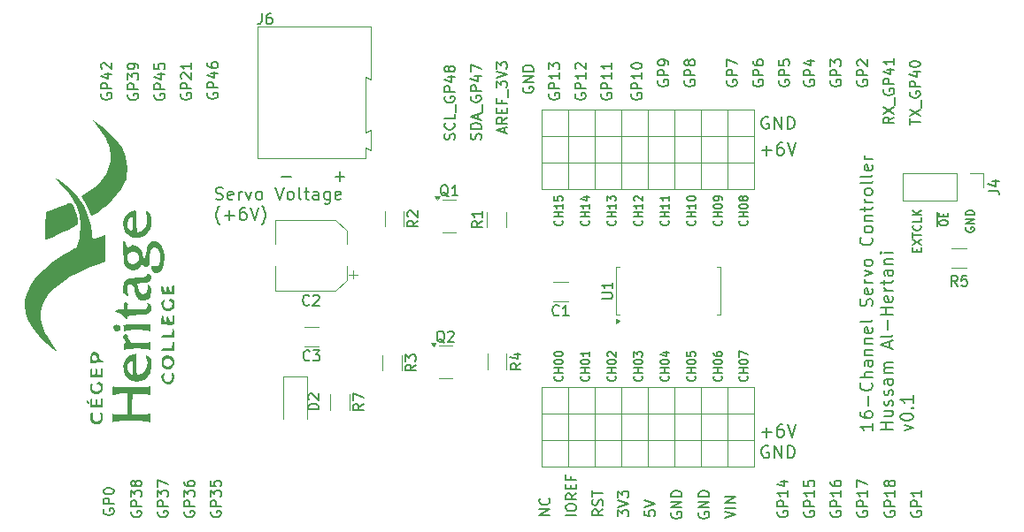
<source format=gto>
%TF.GenerationSoftware,KiCad,Pcbnew,8.0.0*%
%TF.CreationDate,2024-05-08T19:08:40-04:00*%
%TF.ProjectId,16ChannelServoControllerDaughterboardDesign,31364368-616e-46e6-956c-536572766f43,rev?*%
%TF.SameCoordinates,Original*%
%TF.FileFunction,Legend,Top*%
%TF.FilePolarity,Positive*%
%FSLAX46Y46*%
G04 Gerber Fmt 4.6, Leading zero omitted, Abs format (unit mm)*
G04 Created by KiCad (PCBNEW 8.0.0) date 2024-05-08 19:08:40*
%MOMM*%
%LPD*%
G01*
G04 APERTURE LIST*
%ADD10C,0.150000*%
%ADD11C,0.200000*%
%ADD12C,0.120000*%
%ADD13C,0.000000*%
%ADD14C,0.100000*%
G04 APERTURE END LIST*
D10*
X143328104Y-92598696D02*
X143366200Y-92636792D01*
X143366200Y-92636792D02*
X143404295Y-92751077D01*
X143404295Y-92751077D02*
X143404295Y-92827268D01*
X143404295Y-92827268D02*
X143366200Y-92941554D01*
X143366200Y-92941554D02*
X143290009Y-93017744D01*
X143290009Y-93017744D02*
X143213819Y-93055839D01*
X143213819Y-93055839D02*
X143061438Y-93093935D01*
X143061438Y-93093935D02*
X142947152Y-93093935D01*
X142947152Y-93093935D02*
X142794771Y-93055839D01*
X142794771Y-93055839D02*
X142718580Y-93017744D01*
X142718580Y-93017744D02*
X142642390Y-92941554D01*
X142642390Y-92941554D02*
X142604295Y-92827268D01*
X142604295Y-92827268D02*
X142604295Y-92751077D01*
X142604295Y-92751077D02*
X142642390Y-92636792D01*
X142642390Y-92636792D02*
X142680485Y-92598696D01*
X143404295Y-92255839D02*
X142604295Y-92255839D01*
X142985247Y-92255839D02*
X142985247Y-91798696D01*
X143404295Y-91798696D02*
X142604295Y-91798696D01*
X143404295Y-90998697D02*
X143404295Y-91455840D01*
X143404295Y-91227268D02*
X142604295Y-91227268D01*
X142604295Y-91227268D02*
X142718580Y-91303459D01*
X142718580Y-91303459D02*
X142794771Y-91379649D01*
X142794771Y-91379649D02*
X142832866Y-91455840D01*
X142604295Y-90732030D02*
X142604295Y-90236792D01*
X142604295Y-90236792D02*
X142909057Y-90503458D01*
X142909057Y-90503458D02*
X142909057Y-90389173D01*
X142909057Y-90389173D02*
X142947152Y-90312982D01*
X142947152Y-90312982D02*
X142985247Y-90274887D01*
X142985247Y-90274887D02*
X143061438Y-90236792D01*
X143061438Y-90236792D02*
X143251914Y-90236792D01*
X143251914Y-90236792D02*
X143328104Y-90274887D01*
X143328104Y-90274887D02*
X143366200Y-90312982D01*
X143366200Y-90312982D02*
X143404295Y-90389173D01*
X143404295Y-90389173D02*
X143404295Y-90617744D01*
X143404295Y-90617744D02*
X143366200Y-90693935D01*
X143366200Y-90693935D02*
X143328104Y-90732030D01*
X172195247Y-95595839D02*
X172195247Y-95329173D01*
X172614295Y-95214887D02*
X172614295Y-95595839D01*
X172614295Y-95595839D02*
X171814295Y-95595839D01*
X171814295Y-95595839D02*
X171814295Y-95214887D01*
X171814295Y-94948220D02*
X172614295Y-94414886D01*
X171814295Y-94414886D02*
X172614295Y-94948220D01*
X171814295Y-94224410D02*
X171814295Y-93767267D01*
X172614295Y-93995839D02*
X171814295Y-93995839D01*
X172538104Y-93043457D02*
X172576200Y-93081553D01*
X172576200Y-93081553D02*
X172614295Y-93195838D01*
X172614295Y-93195838D02*
X172614295Y-93272029D01*
X172614295Y-93272029D02*
X172576200Y-93386315D01*
X172576200Y-93386315D02*
X172500009Y-93462505D01*
X172500009Y-93462505D02*
X172423819Y-93500600D01*
X172423819Y-93500600D02*
X172271438Y-93538696D01*
X172271438Y-93538696D02*
X172157152Y-93538696D01*
X172157152Y-93538696D02*
X172004771Y-93500600D01*
X172004771Y-93500600D02*
X171928580Y-93462505D01*
X171928580Y-93462505D02*
X171852390Y-93386315D01*
X171852390Y-93386315D02*
X171814295Y-93272029D01*
X171814295Y-93272029D02*
X171814295Y-93195838D01*
X171814295Y-93195838D02*
X171852390Y-93081553D01*
X171852390Y-93081553D02*
X171890485Y-93043457D01*
X172614295Y-92319648D02*
X172614295Y-92700600D01*
X172614295Y-92700600D02*
X171814295Y-92700600D01*
X172614295Y-92052981D02*
X171814295Y-92052981D01*
X172614295Y-91595838D02*
X172157152Y-91938696D01*
X171814295Y-91595838D02*
X172271438Y-92052981D01*
X158012969Y-114202485D02*
X157898684Y-114145342D01*
X157898684Y-114145342D02*
X157727255Y-114145342D01*
X157727255Y-114145342D02*
X157555826Y-114202485D01*
X157555826Y-114202485D02*
X157441541Y-114316771D01*
X157441541Y-114316771D02*
X157384398Y-114431057D01*
X157384398Y-114431057D02*
X157327255Y-114659628D01*
X157327255Y-114659628D02*
X157327255Y-114831057D01*
X157327255Y-114831057D02*
X157384398Y-115059628D01*
X157384398Y-115059628D02*
X157441541Y-115173914D01*
X157441541Y-115173914D02*
X157555826Y-115288200D01*
X157555826Y-115288200D02*
X157727255Y-115345342D01*
X157727255Y-115345342D02*
X157841541Y-115345342D01*
X157841541Y-115345342D02*
X158012969Y-115288200D01*
X158012969Y-115288200D02*
X158070112Y-115231057D01*
X158070112Y-115231057D02*
X158070112Y-114831057D01*
X158070112Y-114831057D02*
X157841541Y-114831057D01*
X158584398Y-115345342D02*
X158584398Y-114145342D01*
X158584398Y-114145342D02*
X159270112Y-115345342D01*
X159270112Y-115345342D02*
X159270112Y-114145342D01*
X159841541Y-115345342D02*
X159841541Y-114145342D01*
X159841541Y-114145342D02*
X160127255Y-114145342D01*
X160127255Y-114145342D02*
X160298684Y-114202485D01*
X160298684Y-114202485D02*
X160412969Y-114316771D01*
X160412969Y-114316771D02*
X160470112Y-114431057D01*
X160470112Y-114431057D02*
X160527255Y-114659628D01*
X160527255Y-114659628D02*
X160527255Y-114831057D01*
X160527255Y-114831057D02*
X160470112Y-115059628D01*
X160470112Y-115059628D02*
X160412969Y-115173914D01*
X160412969Y-115173914D02*
X160298684Y-115288200D01*
X160298684Y-115288200D02*
X160127255Y-115345342D01*
X160127255Y-115345342D02*
X159841541Y-115345342D01*
X148408104Y-92598696D02*
X148446200Y-92636792D01*
X148446200Y-92636792D02*
X148484295Y-92751077D01*
X148484295Y-92751077D02*
X148484295Y-92827268D01*
X148484295Y-92827268D02*
X148446200Y-92941554D01*
X148446200Y-92941554D02*
X148370009Y-93017744D01*
X148370009Y-93017744D02*
X148293819Y-93055839D01*
X148293819Y-93055839D02*
X148141438Y-93093935D01*
X148141438Y-93093935D02*
X148027152Y-93093935D01*
X148027152Y-93093935D02*
X147874771Y-93055839D01*
X147874771Y-93055839D02*
X147798580Y-93017744D01*
X147798580Y-93017744D02*
X147722390Y-92941554D01*
X147722390Y-92941554D02*
X147684295Y-92827268D01*
X147684295Y-92827268D02*
X147684295Y-92751077D01*
X147684295Y-92751077D02*
X147722390Y-92636792D01*
X147722390Y-92636792D02*
X147760485Y-92598696D01*
X148484295Y-92255839D02*
X147684295Y-92255839D01*
X148065247Y-92255839D02*
X148065247Y-91798696D01*
X148484295Y-91798696D02*
X147684295Y-91798696D01*
X148484295Y-90998697D02*
X148484295Y-91455840D01*
X148484295Y-91227268D02*
X147684295Y-91227268D01*
X147684295Y-91227268D02*
X147798580Y-91303459D01*
X147798580Y-91303459D02*
X147874771Y-91379649D01*
X147874771Y-91379649D02*
X147912866Y-91455840D01*
X148484295Y-90236792D02*
X148484295Y-90693935D01*
X148484295Y-90465363D02*
X147684295Y-90465363D01*
X147684295Y-90465363D02*
X147798580Y-90541554D01*
X147798580Y-90541554D02*
X147874771Y-90617744D01*
X147874771Y-90617744D02*
X147912866Y-90693935D01*
X145868104Y-92598696D02*
X145906200Y-92636792D01*
X145906200Y-92636792D02*
X145944295Y-92751077D01*
X145944295Y-92751077D02*
X145944295Y-92827268D01*
X145944295Y-92827268D02*
X145906200Y-92941554D01*
X145906200Y-92941554D02*
X145830009Y-93017744D01*
X145830009Y-93017744D02*
X145753819Y-93055839D01*
X145753819Y-93055839D02*
X145601438Y-93093935D01*
X145601438Y-93093935D02*
X145487152Y-93093935D01*
X145487152Y-93093935D02*
X145334771Y-93055839D01*
X145334771Y-93055839D02*
X145258580Y-93017744D01*
X145258580Y-93017744D02*
X145182390Y-92941554D01*
X145182390Y-92941554D02*
X145144295Y-92827268D01*
X145144295Y-92827268D02*
X145144295Y-92751077D01*
X145144295Y-92751077D02*
X145182390Y-92636792D01*
X145182390Y-92636792D02*
X145220485Y-92598696D01*
X145944295Y-92255839D02*
X145144295Y-92255839D01*
X145525247Y-92255839D02*
X145525247Y-91798696D01*
X145944295Y-91798696D02*
X145144295Y-91798696D01*
X145944295Y-90998697D02*
X145944295Y-91455840D01*
X145944295Y-91227268D02*
X145144295Y-91227268D01*
X145144295Y-91227268D02*
X145258580Y-91303459D01*
X145258580Y-91303459D02*
X145334771Y-91379649D01*
X145334771Y-91379649D02*
X145372866Y-91455840D01*
X145220485Y-90693935D02*
X145182390Y-90655839D01*
X145182390Y-90655839D02*
X145144295Y-90579649D01*
X145144295Y-90579649D02*
X145144295Y-90389173D01*
X145144295Y-90389173D02*
X145182390Y-90312982D01*
X145182390Y-90312982D02*
X145220485Y-90274887D01*
X145220485Y-90274887D02*
X145296676Y-90236792D01*
X145296676Y-90236792D02*
X145372866Y-90236792D01*
X145372866Y-90236792D02*
X145487152Y-90274887D01*
X145487152Y-90274887D02*
X145944295Y-90732030D01*
X145944295Y-90732030D02*
X145944295Y-90236792D01*
X153488104Y-107502517D02*
X153526200Y-107540613D01*
X153526200Y-107540613D02*
X153564295Y-107654898D01*
X153564295Y-107654898D02*
X153564295Y-107731089D01*
X153564295Y-107731089D02*
X153526200Y-107845375D01*
X153526200Y-107845375D02*
X153450009Y-107921565D01*
X153450009Y-107921565D02*
X153373819Y-107959660D01*
X153373819Y-107959660D02*
X153221438Y-107997756D01*
X153221438Y-107997756D02*
X153107152Y-107997756D01*
X153107152Y-107997756D02*
X152954771Y-107959660D01*
X152954771Y-107959660D02*
X152878580Y-107921565D01*
X152878580Y-107921565D02*
X152802390Y-107845375D01*
X152802390Y-107845375D02*
X152764295Y-107731089D01*
X152764295Y-107731089D02*
X152764295Y-107654898D01*
X152764295Y-107654898D02*
X152802390Y-107540613D01*
X152802390Y-107540613D02*
X152840485Y-107502517D01*
X153564295Y-107159660D02*
X152764295Y-107159660D01*
X153145247Y-107159660D02*
X153145247Y-106702517D01*
X153564295Y-106702517D02*
X152764295Y-106702517D01*
X152764295Y-106169184D02*
X152764295Y-106092994D01*
X152764295Y-106092994D02*
X152802390Y-106016803D01*
X152802390Y-106016803D02*
X152840485Y-105978708D01*
X152840485Y-105978708D02*
X152916676Y-105940613D01*
X152916676Y-105940613D02*
X153069057Y-105902518D01*
X153069057Y-105902518D02*
X153259533Y-105902518D01*
X153259533Y-105902518D02*
X153411914Y-105940613D01*
X153411914Y-105940613D02*
X153488104Y-105978708D01*
X153488104Y-105978708D02*
X153526200Y-106016803D01*
X153526200Y-106016803D02*
X153564295Y-106092994D01*
X153564295Y-106092994D02*
X153564295Y-106169184D01*
X153564295Y-106169184D02*
X153526200Y-106245375D01*
X153526200Y-106245375D02*
X153488104Y-106283470D01*
X153488104Y-106283470D02*
X153411914Y-106321565D01*
X153411914Y-106321565D02*
X153259533Y-106359661D01*
X153259533Y-106359661D02*
X153069057Y-106359661D01*
X153069057Y-106359661D02*
X152916676Y-106321565D01*
X152916676Y-106321565D02*
X152840485Y-106283470D01*
X152840485Y-106283470D02*
X152802390Y-106245375D01*
X152802390Y-106245375D02*
X152764295Y-106169184D01*
X152764295Y-105216803D02*
X152764295Y-105369184D01*
X152764295Y-105369184D02*
X152802390Y-105445375D01*
X152802390Y-105445375D02*
X152840485Y-105483470D01*
X152840485Y-105483470D02*
X152954771Y-105559660D01*
X152954771Y-105559660D02*
X153107152Y-105597756D01*
X153107152Y-105597756D02*
X153411914Y-105597756D01*
X153411914Y-105597756D02*
X153488104Y-105559660D01*
X153488104Y-105559660D02*
X153526200Y-105521565D01*
X153526200Y-105521565D02*
X153564295Y-105445375D01*
X153564295Y-105445375D02*
X153564295Y-105292994D01*
X153564295Y-105292994D02*
X153526200Y-105216803D01*
X153526200Y-105216803D02*
X153488104Y-105178708D01*
X153488104Y-105178708D02*
X153411914Y-105140613D01*
X153411914Y-105140613D02*
X153221438Y-105140613D01*
X153221438Y-105140613D02*
X153145247Y-105178708D01*
X153145247Y-105178708D02*
X153107152Y-105216803D01*
X153107152Y-105216803D02*
X153069057Y-105292994D01*
X153069057Y-105292994D02*
X153069057Y-105445375D01*
X153069057Y-105445375D02*
X153107152Y-105521565D01*
X153107152Y-105521565D02*
X153145247Y-105559660D01*
X153145247Y-105559660D02*
X153221438Y-105597756D01*
X145868104Y-107502517D02*
X145906200Y-107540613D01*
X145906200Y-107540613D02*
X145944295Y-107654898D01*
X145944295Y-107654898D02*
X145944295Y-107731089D01*
X145944295Y-107731089D02*
X145906200Y-107845375D01*
X145906200Y-107845375D02*
X145830009Y-107921565D01*
X145830009Y-107921565D02*
X145753819Y-107959660D01*
X145753819Y-107959660D02*
X145601438Y-107997756D01*
X145601438Y-107997756D02*
X145487152Y-107997756D01*
X145487152Y-107997756D02*
X145334771Y-107959660D01*
X145334771Y-107959660D02*
X145258580Y-107921565D01*
X145258580Y-107921565D02*
X145182390Y-107845375D01*
X145182390Y-107845375D02*
X145144295Y-107731089D01*
X145144295Y-107731089D02*
X145144295Y-107654898D01*
X145144295Y-107654898D02*
X145182390Y-107540613D01*
X145182390Y-107540613D02*
X145220485Y-107502517D01*
X145944295Y-107159660D02*
X145144295Y-107159660D01*
X145525247Y-107159660D02*
X145525247Y-106702517D01*
X145944295Y-106702517D02*
X145144295Y-106702517D01*
X145144295Y-106169184D02*
X145144295Y-106092994D01*
X145144295Y-106092994D02*
X145182390Y-106016803D01*
X145182390Y-106016803D02*
X145220485Y-105978708D01*
X145220485Y-105978708D02*
X145296676Y-105940613D01*
X145296676Y-105940613D02*
X145449057Y-105902518D01*
X145449057Y-105902518D02*
X145639533Y-105902518D01*
X145639533Y-105902518D02*
X145791914Y-105940613D01*
X145791914Y-105940613D02*
X145868104Y-105978708D01*
X145868104Y-105978708D02*
X145906200Y-106016803D01*
X145906200Y-106016803D02*
X145944295Y-106092994D01*
X145944295Y-106092994D02*
X145944295Y-106169184D01*
X145944295Y-106169184D02*
X145906200Y-106245375D01*
X145906200Y-106245375D02*
X145868104Y-106283470D01*
X145868104Y-106283470D02*
X145791914Y-106321565D01*
X145791914Y-106321565D02*
X145639533Y-106359661D01*
X145639533Y-106359661D02*
X145449057Y-106359661D01*
X145449057Y-106359661D02*
X145296676Y-106321565D01*
X145296676Y-106321565D02*
X145220485Y-106283470D01*
X145220485Y-106283470D02*
X145182390Y-106245375D01*
X145182390Y-106245375D02*
X145144295Y-106169184D01*
X145144295Y-105635851D02*
X145144295Y-105140613D01*
X145144295Y-105140613D02*
X145449057Y-105407279D01*
X145449057Y-105407279D02*
X145449057Y-105292994D01*
X145449057Y-105292994D02*
X145487152Y-105216803D01*
X145487152Y-105216803D02*
X145525247Y-105178708D01*
X145525247Y-105178708D02*
X145601438Y-105140613D01*
X145601438Y-105140613D02*
X145791914Y-105140613D01*
X145791914Y-105140613D02*
X145868104Y-105178708D01*
X145868104Y-105178708D02*
X145906200Y-105216803D01*
X145906200Y-105216803D02*
X145944295Y-105292994D01*
X145944295Y-105292994D02*
X145944295Y-105521565D01*
X145944295Y-105521565D02*
X145906200Y-105597756D01*
X145906200Y-105597756D02*
X145868104Y-105635851D01*
X138248104Y-107502517D02*
X138286200Y-107540613D01*
X138286200Y-107540613D02*
X138324295Y-107654898D01*
X138324295Y-107654898D02*
X138324295Y-107731089D01*
X138324295Y-107731089D02*
X138286200Y-107845375D01*
X138286200Y-107845375D02*
X138210009Y-107921565D01*
X138210009Y-107921565D02*
X138133819Y-107959660D01*
X138133819Y-107959660D02*
X137981438Y-107997756D01*
X137981438Y-107997756D02*
X137867152Y-107997756D01*
X137867152Y-107997756D02*
X137714771Y-107959660D01*
X137714771Y-107959660D02*
X137638580Y-107921565D01*
X137638580Y-107921565D02*
X137562390Y-107845375D01*
X137562390Y-107845375D02*
X137524295Y-107731089D01*
X137524295Y-107731089D02*
X137524295Y-107654898D01*
X137524295Y-107654898D02*
X137562390Y-107540613D01*
X137562390Y-107540613D02*
X137600485Y-107502517D01*
X138324295Y-107159660D02*
X137524295Y-107159660D01*
X137905247Y-107159660D02*
X137905247Y-106702517D01*
X138324295Y-106702517D02*
X137524295Y-106702517D01*
X137524295Y-106169184D02*
X137524295Y-106092994D01*
X137524295Y-106092994D02*
X137562390Y-106016803D01*
X137562390Y-106016803D02*
X137600485Y-105978708D01*
X137600485Y-105978708D02*
X137676676Y-105940613D01*
X137676676Y-105940613D02*
X137829057Y-105902518D01*
X137829057Y-105902518D02*
X138019533Y-105902518D01*
X138019533Y-105902518D02*
X138171914Y-105940613D01*
X138171914Y-105940613D02*
X138248104Y-105978708D01*
X138248104Y-105978708D02*
X138286200Y-106016803D01*
X138286200Y-106016803D02*
X138324295Y-106092994D01*
X138324295Y-106092994D02*
X138324295Y-106169184D01*
X138324295Y-106169184D02*
X138286200Y-106245375D01*
X138286200Y-106245375D02*
X138248104Y-106283470D01*
X138248104Y-106283470D02*
X138171914Y-106321565D01*
X138171914Y-106321565D02*
X138019533Y-106359661D01*
X138019533Y-106359661D02*
X137829057Y-106359661D01*
X137829057Y-106359661D02*
X137676676Y-106321565D01*
X137676676Y-106321565D02*
X137600485Y-106283470D01*
X137600485Y-106283470D02*
X137562390Y-106245375D01*
X137562390Y-106245375D02*
X137524295Y-106169184D01*
X137524295Y-105407279D02*
X137524295Y-105331089D01*
X137524295Y-105331089D02*
X137562390Y-105254898D01*
X137562390Y-105254898D02*
X137600485Y-105216803D01*
X137600485Y-105216803D02*
X137676676Y-105178708D01*
X137676676Y-105178708D02*
X137829057Y-105140613D01*
X137829057Y-105140613D02*
X138019533Y-105140613D01*
X138019533Y-105140613D02*
X138171914Y-105178708D01*
X138171914Y-105178708D02*
X138248104Y-105216803D01*
X138248104Y-105216803D02*
X138286200Y-105254898D01*
X138286200Y-105254898D02*
X138324295Y-105331089D01*
X138324295Y-105331089D02*
X138324295Y-105407279D01*
X138324295Y-105407279D02*
X138286200Y-105483470D01*
X138286200Y-105483470D02*
X138248104Y-105521565D01*
X138248104Y-105521565D02*
X138171914Y-105559660D01*
X138171914Y-105559660D02*
X138019533Y-105597756D01*
X138019533Y-105597756D02*
X137829057Y-105597756D01*
X137829057Y-105597756D02*
X137676676Y-105559660D01*
X137676676Y-105559660D02*
X137600485Y-105521565D01*
X137600485Y-105521565D02*
X137562390Y-105483470D01*
X137562390Y-105483470D02*
X137524295Y-105407279D01*
X101852438Y-80449411D02*
X101804819Y-80544649D01*
X101804819Y-80544649D02*
X101804819Y-80687506D01*
X101804819Y-80687506D02*
X101852438Y-80830363D01*
X101852438Y-80830363D02*
X101947676Y-80925601D01*
X101947676Y-80925601D02*
X102042914Y-80973220D01*
X102042914Y-80973220D02*
X102233390Y-81020839D01*
X102233390Y-81020839D02*
X102376247Y-81020839D01*
X102376247Y-81020839D02*
X102566723Y-80973220D01*
X102566723Y-80973220D02*
X102661961Y-80925601D01*
X102661961Y-80925601D02*
X102757200Y-80830363D01*
X102757200Y-80830363D02*
X102804819Y-80687506D01*
X102804819Y-80687506D02*
X102804819Y-80592268D01*
X102804819Y-80592268D02*
X102757200Y-80449411D01*
X102757200Y-80449411D02*
X102709580Y-80401792D01*
X102709580Y-80401792D02*
X102376247Y-80401792D01*
X102376247Y-80401792D02*
X102376247Y-80592268D01*
X102804819Y-79973220D02*
X101804819Y-79973220D01*
X101804819Y-79973220D02*
X101804819Y-79592268D01*
X101804819Y-79592268D02*
X101852438Y-79497030D01*
X101852438Y-79497030D02*
X101900057Y-79449411D01*
X101900057Y-79449411D02*
X101995295Y-79401792D01*
X101995295Y-79401792D02*
X102138152Y-79401792D01*
X102138152Y-79401792D02*
X102233390Y-79449411D01*
X102233390Y-79449411D02*
X102281009Y-79497030D01*
X102281009Y-79497030D02*
X102328628Y-79592268D01*
X102328628Y-79592268D02*
X102328628Y-79973220D01*
X101900057Y-79020839D02*
X101852438Y-78973220D01*
X101852438Y-78973220D02*
X101804819Y-78877982D01*
X101804819Y-78877982D02*
X101804819Y-78639887D01*
X101804819Y-78639887D02*
X101852438Y-78544649D01*
X101852438Y-78544649D02*
X101900057Y-78497030D01*
X101900057Y-78497030D02*
X101995295Y-78449411D01*
X101995295Y-78449411D02*
X102090533Y-78449411D01*
X102090533Y-78449411D02*
X102233390Y-78497030D01*
X102233390Y-78497030D02*
X102804819Y-79068458D01*
X102804819Y-79068458D02*
X102804819Y-78449411D01*
X102804819Y-77497030D02*
X102804819Y-78068458D01*
X102804819Y-77782744D02*
X101804819Y-77782744D01*
X101804819Y-77782744D02*
X101947676Y-77877982D01*
X101947676Y-77877982D02*
X102042914Y-77973220D01*
X102042914Y-77973220D02*
X102090533Y-78068458D01*
X150948104Y-92598696D02*
X150986200Y-92636792D01*
X150986200Y-92636792D02*
X151024295Y-92751077D01*
X151024295Y-92751077D02*
X151024295Y-92827268D01*
X151024295Y-92827268D02*
X150986200Y-92941554D01*
X150986200Y-92941554D02*
X150910009Y-93017744D01*
X150910009Y-93017744D02*
X150833819Y-93055839D01*
X150833819Y-93055839D02*
X150681438Y-93093935D01*
X150681438Y-93093935D02*
X150567152Y-93093935D01*
X150567152Y-93093935D02*
X150414771Y-93055839D01*
X150414771Y-93055839D02*
X150338580Y-93017744D01*
X150338580Y-93017744D02*
X150262390Y-92941554D01*
X150262390Y-92941554D02*
X150224295Y-92827268D01*
X150224295Y-92827268D02*
X150224295Y-92751077D01*
X150224295Y-92751077D02*
X150262390Y-92636792D01*
X150262390Y-92636792D02*
X150300485Y-92598696D01*
X151024295Y-92255839D02*
X150224295Y-92255839D01*
X150605247Y-92255839D02*
X150605247Y-91798696D01*
X151024295Y-91798696D02*
X150224295Y-91798696D01*
X151024295Y-90998697D02*
X151024295Y-91455840D01*
X151024295Y-91227268D02*
X150224295Y-91227268D01*
X150224295Y-91227268D02*
X150338580Y-91303459D01*
X150338580Y-91303459D02*
X150414771Y-91379649D01*
X150414771Y-91379649D02*
X150452866Y-91455840D01*
X150224295Y-90503458D02*
X150224295Y-90427268D01*
X150224295Y-90427268D02*
X150262390Y-90351077D01*
X150262390Y-90351077D02*
X150300485Y-90312982D01*
X150300485Y-90312982D02*
X150376676Y-90274887D01*
X150376676Y-90274887D02*
X150529057Y-90236792D01*
X150529057Y-90236792D02*
X150719533Y-90236792D01*
X150719533Y-90236792D02*
X150871914Y-90274887D01*
X150871914Y-90274887D02*
X150948104Y-90312982D01*
X150948104Y-90312982D02*
X150986200Y-90351077D01*
X150986200Y-90351077D02*
X151024295Y-90427268D01*
X151024295Y-90427268D02*
X151024295Y-90503458D01*
X151024295Y-90503458D02*
X150986200Y-90579649D01*
X150986200Y-90579649D02*
X150948104Y-90617744D01*
X150948104Y-90617744D02*
X150871914Y-90655839D01*
X150871914Y-90655839D02*
X150719533Y-90693935D01*
X150719533Y-90693935D02*
X150529057Y-90693935D01*
X150529057Y-90693935D02*
X150376676Y-90655839D01*
X150376676Y-90655839D02*
X150300485Y-90617744D01*
X150300485Y-90617744D02*
X150262390Y-90579649D01*
X150262390Y-90579649D02*
X150224295Y-90503458D01*
X174354295Y-92903458D02*
X174354295Y-92751077D01*
X174354295Y-92751077D02*
X174392390Y-92674887D01*
X174392390Y-92674887D02*
X174468580Y-92598696D01*
X174468580Y-92598696D02*
X174620961Y-92560601D01*
X174620961Y-92560601D02*
X174887628Y-92560601D01*
X174887628Y-92560601D02*
X175040009Y-92598696D01*
X175040009Y-92598696D02*
X175116200Y-92674887D01*
X175116200Y-92674887D02*
X175154295Y-92751077D01*
X175154295Y-92751077D02*
X175154295Y-92903458D01*
X175154295Y-92903458D02*
X175116200Y-92979649D01*
X175116200Y-92979649D02*
X175040009Y-93055839D01*
X175040009Y-93055839D02*
X174887628Y-93093935D01*
X174887628Y-93093935D02*
X174620961Y-93093935D01*
X174620961Y-93093935D02*
X174468580Y-93055839D01*
X174468580Y-93055839D02*
X174392390Y-92979649D01*
X174392390Y-92979649D02*
X174354295Y-92903458D01*
X174735247Y-92217744D02*
X174735247Y-91951078D01*
X175154295Y-91836792D02*
X175154295Y-92217744D01*
X175154295Y-92217744D02*
X174354295Y-92217744D01*
X174354295Y-92217744D02*
X174354295Y-91836792D01*
X174132200Y-93166316D02*
X174132200Y-91764411D01*
X167981476Y-111987030D02*
X167981476Y-112672744D01*
X167981476Y-112329887D02*
X166781476Y-112329887D01*
X166781476Y-112329887D02*
X166952905Y-112444173D01*
X166952905Y-112444173D02*
X167067191Y-112558458D01*
X167067191Y-112558458D02*
X167124334Y-112672744D01*
X166781476Y-110958459D02*
X166781476Y-111187030D01*
X166781476Y-111187030D02*
X166838619Y-111301316D01*
X166838619Y-111301316D02*
X166895762Y-111358459D01*
X166895762Y-111358459D02*
X167067191Y-111472744D01*
X167067191Y-111472744D02*
X167295762Y-111529887D01*
X167295762Y-111529887D02*
X167752905Y-111529887D01*
X167752905Y-111529887D02*
X167867191Y-111472744D01*
X167867191Y-111472744D02*
X167924334Y-111415601D01*
X167924334Y-111415601D02*
X167981476Y-111301316D01*
X167981476Y-111301316D02*
X167981476Y-111072744D01*
X167981476Y-111072744D02*
X167924334Y-110958459D01*
X167924334Y-110958459D02*
X167867191Y-110901316D01*
X167867191Y-110901316D02*
X167752905Y-110844173D01*
X167752905Y-110844173D02*
X167467191Y-110844173D01*
X167467191Y-110844173D02*
X167352905Y-110901316D01*
X167352905Y-110901316D02*
X167295762Y-110958459D01*
X167295762Y-110958459D02*
X167238619Y-111072744D01*
X167238619Y-111072744D02*
X167238619Y-111301316D01*
X167238619Y-111301316D02*
X167295762Y-111415601D01*
X167295762Y-111415601D02*
X167352905Y-111472744D01*
X167352905Y-111472744D02*
X167467191Y-111529887D01*
X167524334Y-110329887D02*
X167524334Y-109415602D01*
X167867191Y-108158459D02*
X167924334Y-108215602D01*
X167924334Y-108215602D02*
X167981476Y-108387030D01*
X167981476Y-108387030D02*
X167981476Y-108501316D01*
X167981476Y-108501316D02*
X167924334Y-108672745D01*
X167924334Y-108672745D02*
X167810048Y-108787030D01*
X167810048Y-108787030D02*
X167695762Y-108844173D01*
X167695762Y-108844173D02*
X167467191Y-108901316D01*
X167467191Y-108901316D02*
X167295762Y-108901316D01*
X167295762Y-108901316D02*
X167067191Y-108844173D01*
X167067191Y-108844173D02*
X166952905Y-108787030D01*
X166952905Y-108787030D02*
X166838619Y-108672745D01*
X166838619Y-108672745D02*
X166781476Y-108501316D01*
X166781476Y-108501316D02*
X166781476Y-108387030D01*
X166781476Y-108387030D02*
X166838619Y-108215602D01*
X166838619Y-108215602D02*
X166895762Y-108158459D01*
X167981476Y-107644173D02*
X166781476Y-107644173D01*
X167981476Y-107129888D02*
X167352905Y-107129888D01*
X167352905Y-107129888D02*
X167238619Y-107187030D01*
X167238619Y-107187030D02*
X167181476Y-107301316D01*
X167181476Y-107301316D02*
X167181476Y-107472745D01*
X167181476Y-107472745D02*
X167238619Y-107587030D01*
X167238619Y-107587030D02*
X167295762Y-107644173D01*
X167981476Y-106044174D02*
X167352905Y-106044174D01*
X167352905Y-106044174D02*
X167238619Y-106101316D01*
X167238619Y-106101316D02*
X167181476Y-106215602D01*
X167181476Y-106215602D02*
X167181476Y-106444174D01*
X167181476Y-106444174D02*
X167238619Y-106558459D01*
X167924334Y-106044174D02*
X167981476Y-106158459D01*
X167981476Y-106158459D02*
X167981476Y-106444174D01*
X167981476Y-106444174D02*
X167924334Y-106558459D01*
X167924334Y-106558459D02*
X167810048Y-106615602D01*
X167810048Y-106615602D02*
X167695762Y-106615602D01*
X167695762Y-106615602D02*
X167581476Y-106558459D01*
X167581476Y-106558459D02*
X167524334Y-106444174D01*
X167524334Y-106444174D02*
X167524334Y-106158459D01*
X167524334Y-106158459D02*
X167467191Y-106044174D01*
X167181476Y-105472745D02*
X167981476Y-105472745D01*
X167295762Y-105472745D02*
X167238619Y-105415602D01*
X167238619Y-105415602D02*
X167181476Y-105301317D01*
X167181476Y-105301317D02*
X167181476Y-105129888D01*
X167181476Y-105129888D02*
X167238619Y-105015602D01*
X167238619Y-105015602D02*
X167352905Y-104958460D01*
X167352905Y-104958460D02*
X167981476Y-104958460D01*
X167181476Y-104387031D02*
X167981476Y-104387031D01*
X167295762Y-104387031D02*
X167238619Y-104329888D01*
X167238619Y-104329888D02*
X167181476Y-104215603D01*
X167181476Y-104215603D02*
X167181476Y-104044174D01*
X167181476Y-104044174D02*
X167238619Y-103929888D01*
X167238619Y-103929888D02*
X167352905Y-103872746D01*
X167352905Y-103872746D02*
X167981476Y-103872746D01*
X167924334Y-102844174D02*
X167981476Y-102958460D01*
X167981476Y-102958460D02*
X167981476Y-103187032D01*
X167981476Y-103187032D02*
X167924334Y-103301317D01*
X167924334Y-103301317D02*
X167810048Y-103358460D01*
X167810048Y-103358460D02*
X167352905Y-103358460D01*
X167352905Y-103358460D02*
X167238619Y-103301317D01*
X167238619Y-103301317D02*
X167181476Y-103187032D01*
X167181476Y-103187032D02*
X167181476Y-102958460D01*
X167181476Y-102958460D02*
X167238619Y-102844174D01*
X167238619Y-102844174D02*
X167352905Y-102787032D01*
X167352905Y-102787032D02*
X167467191Y-102787032D01*
X167467191Y-102787032D02*
X167581476Y-103358460D01*
X167981476Y-102101318D02*
X167924334Y-102215603D01*
X167924334Y-102215603D02*
X167810048Y-102272746D01*
X167810048Y-102272746D02*
X166781476Y-102272746D01*
X167924334Y-100787032D02*
X167981476Y-100615604D01*
X167981476Y-100615604D02*
X167981476Y-100329889D01*
X167981476Y-100329889D02*
X167924334Y-100215604D01*
X167924334Y-100215604D02*
X167867191Y-100158461D01*
X167867191Y-100158461D02*
X167752905Y-100101318D01*
X167752905Y-100101318D02*
X167638619Y-100101318D01*
X167638619Y-100101318D02*
X167524334Y-100158461D01*
X167524334Y-100158461D02*
X167467191Y-100215604D01*
X167467191Y-100215604D02*
X167410048Y-100329889D01*
X167410048Y-100329889D02*
X167352905Y-100558461D01*
X167352905Y-100558461D02*
X167295762Y-100672746D01*
X167295762Y-100672746D02*
X167238619Y-100729889D01*
X167238619Y-100729889D02*
X167124334Y-100787032D01*
X167124334Y-100787032D02*
X167010048Y-100787032D01*
X167010048Y-100787032D02*
X166895762Y-100729889D01*
X166895762Y-100729889D02*
X166838619Y-100672746D01*
X166838619Y-100672746D02*
X166781476Y-100558461D01*
X166781476Y-100558461D02*
X166781476Y-100272746D01*
X166781476Y-100272746D02*
X166838619Y-100101318D01*
X167924334Y-99129889D02*
X167981476Y-99244175D01*
X167981476Y-99244175D02*
X167981476Y-99472747D01*
X167981476Y-99472747D02*
X167924334Y-99587032D01*
X167924334Y-99587032D02*
X167810048Y-99644175D01*
X167810048Y-99644175D02*
X167352905Y-99644175D01*
X167352905Y-99644175D02*
X167238619Y-99587032D01*
X167238619Y-99587032D02*
X167181476Y-99472747D01*
X167181476Y-99472747D02*
X167181476Y-99244175D01*
X167181476Y-99244175D02*
X167238619Y-99129889D01*
X167238619Y-99129889D02*
X167352905Y-99072747D01*
X167352905Y-99072747D02*
X167467191Y-99072747D01*
X167467191Y-99072747D02*
X167581476Y-99644175D01*
X167981476Y-98558461D02*
X167181476Y-98558461D01*
X167410048Y-98558461D02*
X167295762Y-98501318D01*
X167295762Y-98501318D02*
X167238619Y-98444176D01*
X167238619Y-98444176D02*
X167181476Y-98329890D01*
X167181476Y-98329890D02*
X167181476Y-98215604D01*
X167181476Y-97929890D02*
X167981476Y-97644176D01*
X167981476Y-97644176D02*
X167181476Y-97358461D01*
X167981476Y-96729890D02*
X167924334Y-96844175D01*
X167924334Y-96844175D02*
X167867191Y-96901318D01*
X167867191Y-96901318D02*
X167752905Y-96958461D01*
X167752905Y-96958461D02*
X167410048Y-96958461D01*
X167410048Y-96958461D02*
X167295762Y-96901318D01*
X167295762Y-96901318D02*
X167238619Y-96844175D01*
X167238619Y-96844175D02*
X167181476Y-96729890D01*
X167181476Y-96729890D02*
X167181476Y-96558461D01*
X167181476Y-96558461D02*
X167238619Y-96444175D01*
X167238619Y-96444175D02*
X167295762Y-96387033D01*
X167295762Y-96387033D02*
X167410048Y-96329890D01*
X167410048Y-96329890D02*
X167752905Y-96329890D01*
X167752905Y-96329890D02*
X167867191Y-96387033D01*
X167867191Y-96387033D02*
X167924334Y-96444175D01*
X167924334Y-96444175D02*
X167981476Y-96558461D01*
X167981476Y-96558461D02*
X167981476Y-96729890D01*
X167867191Y-94215604D02*
X167924334Y-94272747D01*
X167924334Y-94272747D02*
X167981476Y-94444175D01*
X167981476Y-94444175D02*
X167981476Y-94558461D01*
X167981476Y-94558461D02*
X167924334Y-94729890D01*
X167924334Y-94729890D02*
X167810048Y-94844175D01*
X167810048Y-94844175D02*
X167695762Y-94901318D01*
X167695762Y-94901318D02*
X167467191Y-94958461D01*
X167467191Y-94958461D02*
X167295762Y-94958461D01*
X167295762Y-94958461D02*
X167067191Y-94901318D01*
X167067191Y-94901318D02*
X166952905Y-94844175D01*
X166952905Y-94844175D02*
X166838619Y-94729890D01*
X166838619Y-94729890D02*
X166781476Y-94558461D01*
X166781476Y-94558461D02*
X166781476Y-94444175D01*
X166781476Y-94444175D02*
X166838619Y-94272747D01*
X166838619Y-94272747D02*
X166895762Y-94215604D01*
X167981476Y-93529890D02*
X167924334Y-93644175D01*
X167924334Y-93644175D02*
X167867191Y-93701318D01*
X167867191Y-93701318D02*
X167752905Y-93758461D01*
X167752905Y-93758461D02*
X167410048Y-93758461D01*
X167410048Y-93758461D02*
X167295762Y-93701318D01*
X167295762Y-93701318D02*
X167238619Y-93644175D01*
X167238619Y-93644175D02*
X167181476Y-93529890D01*
X167181476Y-93529890D02*
X167181476Y-93358461D01*
X167181476Y-93358461D02*
X167238619Y-93244175D01*
X167238619Y-93244175D02*
X167295762Y-93187033D01*
X167295762Y-93187033D02*
X167410048Y-93129890D01*
X167410048Y-93129890D02*
X167752905Y-93129890D01*
X167752905Y-93129890D02*
X167867191Y-93187033D01*
X167867191Y-93187033D02*
X167924334Y-93244175D01*
X167924334Y-93244175D02*
X167981476Y-93358461D01*
X167981476Y-93358461D02*
X167981476Y-93529890D01*
X167181476Y-92615604D02*
X167981476Y-92615604D01*
X167295762Y-92615604D02*
X167238619Y-92558461D01*
X167238619Y-92558461D02*
X167181476Y-92444176D01*
X167181476Y-92444176D02*
X167181476Y-92272747D01*
X167181476Y-92272747D02*
X167238619Y-92158461D01*
X167238619Y-92158461D02*
X167352905Y-92101319D01*
X167352905Y-92101319D02*
X167981476Y-92101319D01*
X167181476Y-91701319D02*
X167181476Y-91244176D01*
X166781476Y-91529890D02*
X167810048Y-91529890D01*
X167810048Y-91529890D02*
X167924334Y-91472747D01*
X167924334Y-91472747D02*
X167981476Y-91358462D01*
X167981476Y-91358462D02*
X167981476Y-91244176D01*
X167981476Y-90844176D02*
X167181476Y-90844176D01*
X167410048Y-90844176D02*
X167295762Y-90787033D01*
X167295762Y-90787033D02*
X167238619Y-90729891D01*
X167238619Y-90729891D02*
X167181476Y-90615605D01*
X167181476Y-90615605D02*
X167181476Y-90501319D01*
X167981476Y-89929891D02*
X167924334Y-90044176D01*
X167924334Y-90044176D02*
X167867191Y-90101319D01*
X167867191Y-90101319D02*
X167752905Y-90158462D01*
X167752905Y-90158462D02*
X167410048Y-90158462D01*
X167410048Y-90158462D02*
X167295762Y-90101319D01*
X167295762Y-90101319D02*
X167238619Y-90044176D01*
X167238619Y-90044176D02*
X167181476Y-89929891D01*
X167181476Y-89929891D02*
X167181476Y-89758462D01*
X167181476Y-89758462D02*
X167238619Y-89644176D01*
X167238619Y-89644176D02*
X167295762Y-89587034D01*
X167295762Y-89587034D02*
X167410048Y-89529891D01*
X167410048Y-89529891D02*
X167752905Y-89529891D01*
X167752905Y-89529891D02*
X167867191Y-89587034D01*
X167867191Y-89587034D02*
X167924334Y-89644176D01*
X167924334Y-89644176D02*
X167981476Y-89758462D01*
X167981476Y-89758462D02*
X167981476Y-89929891D01*
X167981476Y-88844177D02*
X167924334Y-88958462D01*
X167924334Y-88958462D02*
X167810048Y-89015605D01*
X167810048Y-89015605D02*
X166781476Y-89015605D01*
X167981476Y-88215606D02*
X167924334Y-88329891D01*
X167924334Y-88329891D02*
X167810048Y-88387034D01*
X167810048Y-88387034D02*
X166781476Y-88387034D01*
X167924334Y-87301320D02*
X167981476Y-87415606D01*
X167981476Y-87415606D02*
X167981476Y-87644178D01*
X167981476Y-87644178D02*
X167924334Y-87758463D01*
X167924334Y-87758463D02*
X167810048Y-87815606D01*
X167810048Y-87815606D02*
X167352905Y-87815606D01*
X167352905Y-87815606D02*
X167238619Y-87758463D01*
X167238619Y-87758463D02*
X167181476Y-87644178D01*
X167181476Y-87644178D02*
X167181476Y-87415606D01*
X167181476Y-87415606D02*
X167238619Y-87301320D01*
X167238619Y-87301320D02*
X167352905Y-87244178D01*
X167352905Y-87244178D02*
X167467191Y-87244178D01*
X167467191Y-87244178D02*
X167581476Y-87815606D01*
X167981476Y-86729892D02*
X167181476Y-86729892D01*
X167410048Y-86729892D02*
X167295762Y-86672749D01*
X167295762Y-86672749D02*
X167238619Y-86615607D01*
X167238619Y-86615607D02*
X167181476Y-86501321D01*
X167181476Y-86501321D02*
X167181476Y-86387035D01*
X169913409Y-112615601D02*
X168713409Y-112615601D01*
X169284838Y-112615601D02*
X169284838Y-111929887D01*
X169913409Y-111929887D02*
X168713409Y-111929887D01*
X169113409Y-110844173D02*
X169913409Y-110844173D01*
X169113409Y-111358458D02*
X169741981Y-111358458D01*
X169741981Y-111358458D02*
X169856267Y-111301315D01*
X169856267Y-111301315D02*
X169913409Y-111187030D01*
X169913409Y-111187030D02*
X169913409Y-111015601D01*
X169913409Y-111015601D02*
X169856267Y-110901315D01*
X169856267Y-110901315D02*
X169799124Y-110844173D01*
X169856267Y-110329887D02*
X169913409Y-110215601D01*
X169913409Y-110215601D02*
X169913409Y-109987030D01*
X169913409Y-109987030D02*
X169856267Y-109872744D01*
X169856267Y-109872744D02*
X169741981Y-109815601D01*
X169741981Y-109815601D02*
X169684838Y-109815601D01*
X169684838Y-109815601D02*
X169570552Y-109872744D01*
X169570552Y-109872744D02*
X169513409Y-109987030D01*
X169513409Y-109987030D02*
X169513409Y-110158459D01*
X169513409Y-110158459D02*
X169456267Y-110272744D01*
X169456267Y-110272744D02*
X169341981Y-110329887D01*
X169341981Y-110329887D02*
X169284838Y-110329887D01*
X169284838Y-110329887D02*
X169170552Y-110272744D01*
X169170552Y-110272744D02*
X169113409Y-110158459D01*
X169113409Y-110158459D02*
X169113409Y-109987030D01*
X169113409Y-109987030D02*
X169170552Y-109872744D01*
X169856267Y-109358458D02*
X169913409Y-109244172D01*
X169913409Y-109244172D02*
X169913409Y-109015601D01*
X169913409Y-109015601D02*
X169856267Y-108901315D01*
X169856267Y-108901315D02*
X169741981Y-108844172D01*
X169741981Y-108844172D02*
X169684838Y-108844172D01*
X169684838Y-108844172D02*
X169570552Y-108901315D01*
X169570552Y-108901315D02*
X169513409Y-109015601D01*
X169513409Y-109015601D02*
X169513409Y-109187030D01*
X169513409Y-109187030D02*
X169456267Y-109301315D01*
X169456267Y-109301315D02*
X169341981Y-109358458D01*
X169341981Y-109358458D02*
X169284838Y-109358458D01*
X169284838Y-109358458D02*
X169170552Y-109301315D01*
X169170552Y-109301315D02*
X169113409Y-109187030D01*
X169113409Y-109187030D02*
X169113409Y-109015601D01*
X169113409Y-109015601D02*
X169170552Y-108901315D01*
X169913409Y-107815601D02*
X169284838Y-107815601D01*
X169284838Y-107815601D02*
X169170552Y-107872743D01*
X169170552Y-107872743D02*
X169113409Y-107987029D01*
X169113409Y-107987029D02*
X169113409Y-108215601D01*
X169113409Y-108215601D02*
X169170552Y-108329886D01*
X169856267Y-107815601D02*
X169913409Y-107929886D01*
X169913409Y-107929886D02*
X169913409Y-108215601D01*
X169913409Y-108215601D02*
X169856267Y-108329886D01*
X169856267Y-108329886D02*
X169741981Y-108387029D01*
X169741981Y-108387029D02*
X169627695Y-108387029D01*
X169627695Y-108387029D02*
X169513409Y-108329886D01*
X169513409Y-108329886D02*
X169456267Y-108215601D01*
X169456267Y-108215601D02*
X169456267Y-107929886D01*
X169456267Y-107929886D02*
X169399124Y-107815601D01*
X169913409Y-107244172D02*
X169113409Y-107244172D01*
X169227695Y-107244172D02*
X169170552Y-107187029D01*
X169170552Y-107187029D02*
X169113409Y-107072744D01*
X169113409Y-107072744D02*
X169113409Y-106901315D01*
X169113409Y-106901315D02*
X169170552Y-106787029D01*
X169170552Y-106787029D02*
X169284838Y-106729887D01*
X169284838Y-106729887D02*
X169913409Y-106729887D01*
X169284838Y-106729887D02*
X169170552Y-106672744D01*
X169170552Y-106672744D02*
X169113409Y-106558458D01*
X169113409Y-106558458D02*
X169113409Y-106387029D01*
X169113409Y-106387029D02*
X169170552Y-106272744D01*
X169170552Y-106272744D02*
X169284838Y-106215601D01*
X169284838Y-106215601D02*
X169913409Y-106215601D01*
X169570552Y-104787029D02*
X169570552Y-104215601D01*
X169913409Y-104901315D02*
X168713409Y-104501315D01*
X168713409Y-104501315D02*
X169913409Y-104101315D01*
X169913409Y-103529887D02*
X169856267Y-103644172D01*
X169856267Y-103644172D02*
X169741981Y-103701315D01*
X169741981Y-103701315D02*
X168713409Y-103701315D01*
X169456267Y-103072744D02*
X169456267Y-102158459D01*
X169913409Y-101587030D02*
X168713409Y-101587030D01*
X169284838Y-101587030D02*
X169284838Y-100901316D01*
X169913409Y-100901316D02*
X168713409Y-100901316D01*
X169856267Y-99872744D02*
X169913409Y-99987030D01*
X169913409Y-99987030D02*
X169913409Y-100215602D01*
X169913409Y-100215602D02*
X169856267Y-100329887D01*
X169856267Y-100329887D02*
X169741981Y-100387030D01*
X169741981Y-100387030D02*
X169284838Y-100387030D01*
X169284838Y-100387030D02*
X169170552Y-100329887D01*
X169170552Y-100329887D02*
X169113409Y-100215602D01*
X169113409Y-100215602D02*
X169113409Y-99987030D01*
X169113409Y-99987030D02*
X169170552Y-99872744D01*
X169170552Y-99872744D02*
X169284838Y-99815602D01*
X169284838Y-99815602D02*
X169399124Y-99815602D01*
X169399124Y-99815602D02*
X169513409Y-100387030D01*
X169913409Y-99301316D02*
X169113409Y-99301316D01*
X169341981Y-99301316D02*
X169227695Y-99244173D01*
X169227695Y-99244173D02*
X169170552Y-99187031D01*
X169170552Y-99187031D02*
X169113409Y-99072745D01*
X169113409Y-99072745D02*
X169113409Y-98958459D01*
X169113409Y-98729888D02*
X169113409Y-98272745D01*
X168713409Y-98558459D02*
X169741981Y-98558459D01*
X169741981Y-98558459D02*
X169856267Y-98501316D01*
X169856267Y-98501316D02*
X169913409Y-98387031D01*
X169913409Y-98387031D02*
X169913409Y-98272745D01*
X169913409Y-97358460D02*
X169284838Y-97358460D01*
X169284838Y-97358460D02*
X169170552Y-97415602D01*
X169170552Y-97415602D02*
X169113409Y-97529888D01*
X169113409Y-97529888D02*
X169113409Y-97758460D01*
X169113409Y-97758460D02*
X169170552Y-97872745D01*
X169856267Y-97358460D02*
X169913409Y-97472745D01*
X169913409Y-97472745D02*
X169913409Y-97758460D01*
X169913409Y-97758460D02*
X169856267Y-97872745D01*
X169856267Y-97872745D02*
X169741981Y-97929888D01*
X169741981Y-97929888D02*
X169627695Y-97929888D01*
X169627695Y-97929888D02*
X169513409Y-97872745D01*
X169513409Y-97872745D02*
X169456267Y-97758460D01*
X169456267Y-97758460D02*
X169456267Y-97472745D01*
X169456267Y-97472745D02*
X169399124Y-97358460D01*
X169113409Y-96787031D02*
X169913409Y-96787031D01*
X169227695Y-96787031D02*
X169170552Y-96729888D01*
X169170552Y-96729888D02*
X169113409Y-96615603D01*
X169113409Y-96615603D02*
X169113409Y-96444174D01*
X169113409Y-96444174D02*
X169170552Y-96329888D01*
X169170552Y-96329888D02*
X169284838Y-96272746D01*
X169284838Y-96272746D02*
X169913409Y-96272746D01*
X169913409Y-95701317D02*
X169113409Y-95701317D01*
X168713409Y-95701317D02*
X168770552Y-95758460D01*
X168770552Y-95758460D02*
X168827695Y-95701317D01*
X168827695Y-95701317D02*
X168770552Y-95644174D01*
X168770552Y-95644174D02*
X168713409Y-95701317D01*
X168713409Y-95701317D02*
X168827695Y-95701317D01*
X171045342Y-112729887D02*
X171845342Y-112444173D01*
X171845342Y-112444173D02*
X171045342Y-112158458D01*
X170645342Y-111472744D02*
X170645342Y-111358458D01*
X170645342Y-111358458D02*
X170702485Y-111244172D01*
X170702485Y-111244172D02*
X170759628Y-111187030D01*
X170759628Y-111187030D02*
X170873914Y-111129887D01*
X170873914Y-111129887D02*
X171102485Y-111072744D01*
X171102485Y-111072744D02*
X171388200Y-111072744D01*
X171388200Y-111072744D02*
X171616771Y-111129887D01*
X171616771Y-111129887D02*
X171731057Y-111187030D01*
X171731057Y-111187030D02*
X171788200Y-111244172D01*
X171788200Y-111244172D02*
X171845342Y-111358458D01*
X171845342Y-111358458D02*
X171845342Y-111472744D01*
X171845342Y-111472744D02*
X171788200Y-111587030D01*
X171788200Y-111587030D02*
X171731057Y-111644172D01*
X171731057Y-111644172D02*
X171616771Y-111701315D01*
X171616771Y-111701315D02*
X171388200Y-111758458D01*
X171388200Y-111758458D02*
X171102485Y-111758458D01*
X171102485Y-111758458D02*
X170873914Y-111701315D01*
X170873914Y-111701315D02*
X170759628Y-111644172D01*
X170759628Y-111644172D02*
X170702485Y-111587030D01*
X170702485Y-111587030D02*
X170645342Y-111472744D01*
X171731057Y-110558458D02*
X171788200Y-110501315D01*
X171788200Y-110501315D02*
X171845342Y-110558458D01*
X171845342Y-110558458D02*
X171788200Y-110615601D01*
X171788200Y-110615601D02*
X171731057Y-110558458D01*
X171731057Y-110558458D02*
X171845342Y-110558458D01*
X171845342Y-109358458D02*
X171845342Y-110044172D01*
X171845342Y-109701315D02*
X170645342Y-109701315D01*
X170645342Y-109701315D02*
X170816771Y-109815601D01*
X170816771Y-109815601D02*
X170931057Y-109929886D01*
X170931057Y-109929886D02*
X170988200Y-110044172D01*
X158012969Y-82702485D02*
X157898684Y-82645342D01*
X157898684Y-82645342D02*
X157727255Y-82645342D01*
X157727255Y-82645342D02*
X157555826Y-82702485D01*
X157555826Y-82702485D02*
X157441541Y-82816771D01*
X157441541Y-82816771D02*
X157384398Y-82931057D01*
X157384398Y-82931057D02*
X157327255Y-83159628D01*
X157327255Y-83159628D02*
X157327255Y-83331057D01*
X157327255Y-83331057D02*
X157384398Y-83559628D01*
X157384398Y-83559628D02*
X157441541Y-83673914D01*
X157441541Y-83673914D02*
X157555826Y-83788200D01*
X157555826Y-83788200D02*
X157727255Y-83845342D01*
X157727255Y-83845342D02*
X157841541Y-83845342D01*
X157841541Y-83845342D02*
X158012969Y-83788200D01*
X158012969Y-83788200D02*
X158070112Y-83731057D01*
X158070112Y-83731057D02*
X158070112Y-83331057D01*
X158070112Y-83331057D02*
X157841541Y-83331057D01*
X158584398Y-83845342D02*
X158584398Y-82645342D01*
X158584398Y-82645342D02*
X159270112Y-83845342D01*
X159270112Y-83845342D02*
X159270112Y-82645342D01*
X159841541Y-83845342D02*
X159841541Y-82645342D01*
X159841541Y-82645342D02*
X160127255Y-82645342D01*
X160127255Y-82645342D02*
X160298684Y-82702485D01*
X160298684Y-82702485D02*
X160412969Y-82816771D01*
X160412969Y-82816771D02*
X160470112Y-82931057D01*
X160470112Y-82931057D02*
X160527255Y-83159628D01*
X160527255Y-83159628D02*
X160527255Y-83331057D01*
X160527255Y-83331057D02*
X160470112Y-83559628D01*
X160470112Y-83559628D02*
X160412969Y-83673914D01*
X160412969Y-83673914D02*
X160298684Y-83788200D01*
X160298684Y-83788200D02*
X160127255Y-83845342D01*
X160127255Y-83845342D02*
X159841541Y-83845342D01*
X140788104Y-92598696D02*
X140826200Y-92636792D01*
X140826200Y-92636792D02*
X140864295Y-92751077D01*
X140864295Y-92751077D02*
X140864295Y-92827268D01*
X140864295Y-92827268D02*
X140826200Y-92941554D01*
X140826200Y-92941554D02*
X140750009Y-93017744D01*
X140750009Y-93017744D02*
X140673819Y-93055839D01*
X140673819Y-93055839D02*
X140521438Y-93093935D01*
X140521438Y-93093935D02*
X140407152Y-93093935D01*
X140407152Y-93093935D02*
X140254771Y-93055839D01*
X140254771Y-93055839D02*
X140178580Y-93017744D01*
X140178580Y-93017744D02*
X140102390Y-92941554D01*
X140102390Y-92941554D02*
X140064295Y-92827268D01*
X140064295Y-92827268D02*
X140064295Y-92751077D01*
X140064295Y-92751077D02*
X140102390Y-92636792D01*
X140102390Y-92636792D02*
X140140485Y-92598696D01*
X140864295Y-92255839D02*
X140064295Y-92255839D01*
X140445247Y-92255839D02*
X140445247Y-91798696D01*
X140864295Y-91798696D02*
X140064295Y-91798696D01*
X140864295Y-90998697D02*
X140864295Y-91455840D01*
X140864295Y-91227268D02*
X140064295Y-91227268D01*
X140064295Y-91227268D02*
X140178580Y-91303459D01*
X140178580Y-91303459D02*
X140254771Y-91379649D01*
X140254771Y-91379649D02*
X140292866Y-91455840D01*
X140330961Y-90312982D02*
X140864295Y-90312982D01*
X140026200Y-90503458D02*
X140597628Y-90693935D01*
X140597628Y-90693935D02*
X140597628Y-90198696D01*
X138248104Y-92598696D02*
X138286200Y-92636792D01*
X138286200Y-92636792D02*
X138324295Y-92751077D01*
X138324295Y-92751077D02*
X138324295Y-92827268D01*
X138324295Y-92827268D02*
X138286200Y-92941554D01*
X138286200Y-92941554D02*
X138210009Y-93017744D01*
X138210009Y-93017744D02*
X138133819Y-93055839D01*
X138133819Y-93055839D02*
X137981438Y-93093935D01*
X137981438Y-93093935D02*
X137867152Y-93093935D01*
X137867152Y-93093935D02*
X137714771Y-93055839D01*
X137714771Y-93055839D02*
X137638580Y-93017744D01*
X137638580Y-93017744D02*
X137562390Y-92941554D01*
X137562390Y-92941554D02*
X137524295Y-92827268D01*
X137524295Y-92827268D02*
X137524295Y-92751077D01*
X137524295Y-92751077D02*
X137562390Y-92636792D01*
X137562390Y-92636792D02*
X137600485Y-92598696D01*
X138324295Y-92255839D02*
X137524295Y-92255839D01*
X137905247Y-92255839D02*
X137905247Y-91798696D01*
X138324295Y-91798696D02*
X137524295Y-91798696D01*
X138324295Y-90998697D02*
X138324295Y-91455840D01*
X138324295Y-91227268D02*
X137524295Y-91227268D01*
X137524295Y-91227268D02*
X137638580Y-91303459D01*
X137638580Y-91303459D02*
X137714771Y-91379649D01*
X137714771Y-91379649D02*
X137752866Y-91455840D01*
X137524295Y-90274887D02*
X137524295Y-90655839D01*
X137524295Y-90655839D02*
X137905247Y-90693935D01*
X137905247Y-90693935D02*
X137867152Y-90655839D01*
X137867152Y-90655839D02*
X137829057Y-90579649D01*
X137829057Y-90579649D02*
X137829057Y-90389173D01*
X137829057Y-90389173D02*
X137867152Y-90312982D01*
X137867152Y-90312982D02*
X137905247Y-90274887D01*
X137905247Y-90274887D02*
X137981438Y-90236792D01*
X137981438Y-90236792D02*
X138171914Y-90236792D01*
X138171914Y-90236792D02*
X138248104Y-90274887D01*
X138248104Y-90274887D02*
X138286200Y-90312982D01*
X138286200Y-90312982D02*
X138324295Y-90389173D01*
X138324295Y-90389173D02*
X138324295Y-90579649D01*
X138324295Y-90579649D02*
X138286200Y-90655839D01*
X138286200Y-90655839D02*
X138248104Y-90693935D01*
X155936425Y-92598696D02*
X155974521Y-92636792D01*
X155974521Y-92636792D02*
X156012616Y-92751077D01*
X156012616Y-92751077D02*
X156012616Y-92827268D01*
X156012616Y-92827268D02*
X155974521Y-92941554D01*
X155974521Y-92941554D02*
X155898330Y-93017744D01*
X155898330Y-93017744D02*
X155822140Y-93055839D01*
X155822140Y-93055839D02*
X155669759Y-93093935D01*
X155669759Y-93093935D02*
X155555473Y-93093935D01*
X155555473Y-93093935D02*
X155403092Y-93055839D01*
X155403092Y-93055839D02*
X155326901Y-93017744D01*
X155326901Y-93017744D02*
X155250711Y-92941554D01*
X155250711Y-92941554D02*
X155212616Y-92827268D01*
X155212616Y-92827268D02*
X155212616Y-92751077D01*
X155212616Y-92751077D02*
X155250711Y-92636792D01*
X155250711Y-92636792D02*
X155288806Y-92598696D01*
X156012616Y-92255839D02*
X155212616Y-92255839D01*
X155593568Y-92255839D02*
X155593568Y-91798696D01*
X156012616Y-91798696D02*
X155212616Y-91798696D01*
X155212616Y-91265363D02*
X155212616Y-91189173D01*
X155212616Y-91189173D02*
X155250711Y-91112982D01*
X155250711Y-91112982D02*
X155288806Y-91074887D01*
X155288806Y-91074887D02*
X155364997Y-91036792D01*
X155364997Y-91036792D02*
X155517378Y-90998697D01*
X155517378Y-90998697D02*
X155707854Y-90998697D01*
X155707854Y-90998697D02*
X155860235Y-91036792D01*
X155860235Y-91036792D02*
X155936425Y-91074887D01*
X155936425Y-91074887D02*
X155974521Y-91112982D01*
X155974521Y-91112982D02*
X156012616Y-91189173D01*
X156012616Y-91189173D02*
X156012616Y-91265363D01*
X156012616Y-91265363D02*
X155974521Y-91341554D01*
X155974521Y-91341554D02*
X155936425Y-91379649D01*
X155936425Y-91379649D02*
X155860235Y-91417744D01*
X155860235Y-91417744D02*
X155707854Y-91455840D01*
X155707854Y-91455840D02*
X155517378Y-91455840D01*
X155517378Y-91455840D02*
X155364997Y-91417744D01*
X155364997Y-91417744D02*
X155288806Y-91379649D01*
X155288806Y-91379649D02*
X155250711Y-91341554D01*
X155250711Y-91341554D02*
X155212616Y-91265363D01*
X155555473Y-90541554D02*
X155517378Y-90617744D01*
X155517378Y-90617744D02*
X155479282Y-90655839D01*
X155479282Y-90655839D02*
X155403092Y-90693935D01*
X155403092Y-90693935D02*
X155364997Y-90693935D01*
X155364997Y-90693935D02*
X155288806Y-90655839D01*
X155288806Y-90655839D02*
X155250711Y-90617744D01*
X155250711Y-90617744D02*
X155212616Y-90541554D01*
X155212616Y-90541554D02*
X155212616Y-90389173D01*
X155212616Y-90389173D02*
X155250711Y-90312982D01*
X155250711Y-90312982D02*
X155288806Y-90274887D01*
X155288806Y-90274887D02*
X155364997Y-90236792D01*
X155364997Y-90236792D02*
X155403092Y-90236792D01*
X155403092Y-90236792D02*
X155479282Y-90274887D01*
X155479282Y-90274887D02*
X155517378Y-90312982D01*
X155517378Y-90312982D02*
X155555473Y-90389173D01*
X155555473Y-90389173D02*
X155555473Y-90541554D01*
X155555473Y-90541554D02*
X155593568Y-90617744D01*
X155593568Y-90617744D02*
X155631663Y-90655839D01*
X155631663Y-90655839D02*
X155707854Y-90693935D01*
X155707854Y-90693935D02*
X155860235Y-90693935D01*
X155860235Y-90693935D02*
X155936425Y-90655839D01*
X155936425Y-90655839D02*
X155974521Y-90617744D01*
X155974521Y-90617744D02*
X156012616Y-90541554D01*
X156012616Y-90541554D02*
X156012616Y-90389173D01*
X156012616Y-90389173D02*
X155974521Y-90312982D01*
X155974521Y-90312982D02*
X155936425Y-90274887D01*
X155936425Y-90274887D02*
X155860235Y-90236792D01*
X155860235Y-90236792D02*
X155707854Y-90236792D01*
X155707854Y-90236792D02*
X155631663Y-90274887D01*
X155631663Y-90274887D02*
X155593568Y-90312982D01*
X155593568Y-90312982D02*
X155555473Y-90389173D01*
X176932390Y-93271792D02*
X176894295Y-93347982D01*
X176894295Y-93347982D02*
X176894295Y-93462268D01*
X176894295Y-93462268D02*
X176932390Y-93576554D01*
X176932390Y-93576554D02*
X177008580Y-93652744D01*
X177008580Y-93652744D02*
X177084771Y-93690839D01*
X177084771Y-93690839D02*
X177237152Y-93728935D01*
X177237152Y-93728935D02*
X177351438Y-93728935D01*
X177351438Y-93728935D02*
X177503819Y-93690839D01*
X177503819Y-93690839D02*
X177580009Y-93652744D01*
X177580009Y-93652744D02*
X177656200Y-93576554D01*
X177656200Y-93576554D02*
X177694295Y-93462268D01*
X177694295Y-93462268D02*
X177694295Y-93386077D01*
X177694295Y-93386077D02*
X177656200Y-93271792D01*
X177656200Y-93271792D02*
X177618104Y-93233696D01*
X177618104Y-93233696D02*
X177351438Y-93233696D01*
X177351438Y-93233696D02*
X177351438Y-93386077D01*
X177694295Y-92890839D02*
X176894295Y-92890839D01*
X176894295Y-92890839D02*
X177694295Y-92433696D01*
X177694295Y-92433696D02*
X176894295Y-92433696D01*
X177694295Y-92052744D02*
X176894295Y-92052744D01*
X176894295Y-92052744D02*
X176894295Y-91862268D01*
X176894295Y-91862268D02*
X176932390Y-91747982D01*
X176932390Y-91747982D02*
X177008580Y-91671792D01*
X177008580Y-91671792D02*
X177084771Y-91633697D01*
X177084771Y-91633697D02*
X177237152Y-91595601D01*
X177237152Y-91595601D02*
X177351438Y-91595601D01*
X177351438Y-91595601D02*
X177503819Y-91633697D01*
X177503819Y-91633697D02*
X177580009Y-91671792D01*
X177580009Y-91671792D02*
X177656200Y-91747982D01*
X177656200Y-91747982D02*
X177694295Y-91862268D01*
X177694295Y-91862268D02*
X177694295Y-92052744D01*
X157384398Y-85888200D02*
X158298684Y-85888200D01*
X157841541Y-86345342D02*
X157841541Y-85431057D01*
X159384398Y-85145342D02*
X159155826Y-85145342D01*
X159155826Y-85145342D02*
X159041540Y-85202485D01*
X159041540Y-85202485D02*
X158984398Y-85259628D01*
X158984398Y-85259628D02*
X158870112Y-85431057D01*
X158870112Y-85431057D02*
X158812969Y-85659628D01*
X158812969Y-85659628D02*
X158812969Y-86116771D01*
X158812969Y-86116771D02*
X158870112Y-86231057D01*
X158870112Y-86231057D02*
X158927255Y-86288200D01*
X158927255Y-86288200D02*
X159041540Y-86345342D01*
X159041540Y-86345342D02*
X159270112Y-86345342D01*
X159270112Y-86345342D02*
X159384398Y-86288200D01*
X159384398Y-86288200D02*
X159441540Y-86231057D01*
X159441540Y-86231057D02*
X159498683Y-86116771D01*
X159498683Y-86116771D02*
X159498683Y-85831057D01*
X159498683Y-85831057D02*
X159441540Y-85716771D01*
X159441540Y-85716771D02*
X159384398Y-85659628D01*
X159384398Y-85659628D02*
X159270112Y-85602485D01*
X159270112Y-85602485D02*
X159041540Y-85602485D01*
X159041540Y-85602485D02*
X158927255Y-85659628D01*
X158927255Y-85659628D02*
X158870112Y-85716771D01*
X158870112Y-85716771D02*
X158812969Y-85831057D01*
X159841540Y-85145342D02*
X160241540Y-86345342D01*
X160241540Y-86345342D02*
X160641540Y-85145342D01*
X148408104Y-107502517D02*
X148446200Y-107540613D01*
X148446200Y-107540613D02*
X148484295Y-107654898D01*
X148484295Y-107654898D02*
X148484295Y-107731089D01*
X148484295Y-107731089D02*
X148446200Y-107845375D01*
X148446200Y-107845375D02*
X148370009Y-107921565D01*
X148370009Y-107921565D02*
X148293819Y-107959660D01*
X148293819Y-107959660D02*
X148141438Y-107997756D01*
X148141438Y-107997756D02*
X148027152Y-107997756D01*
X148027152Y-107997756D02*
X147874771Y-107959660D01*
X147874771Y-107959660D02*
X147798580Y-107921565D01*
X147798580Y-107921565D02*
X147722390Y-107845375D01*
X147722390Y-107845375D02*
X147684295Y-107731089D01*
X147684295Y-107731089D02*
X147684295Y-107654898D01*
X147684295Y-107654898D02*
X147722390Y-107540613D01*
X147722390Y-107540613D02*
X147760485Y-107502517D01*
X148484295Y-107159660D02*
X147684295Y-107159660D01*
X148065247Y-107159660D02*
X148065247Y-106702517D01*
X148484295Y-106702517D02*
X147684295Y-106702517D01*
X147684295Y-106169184D02*
X147684295Y-106092994D01*
X147684295Y-106092994D02*
X147722390Y-106016803D01*
X147722390Y-106016803D02*
X147760485Y-105978708D01*
X147760485Y-105978708D02*
X147836676Y-105940613D01*
X147836676Y-105940613D02*
X147989057Y-105902518D01*
X147989057Y-105902518D02*
X148179533Y-105902518D01*
X148179533Y-105902518D02*
X148331914Y-105940613D01*
X148331914Y-105940613D02*
X148408104Y-105978708D01*
X148408104Y-105978708D02*
X148446200Y-106016803D01*
X148446200Y-106016803D02*
X148484295Y-106092994D01*
X148484295Y-106092994D02*
X148484295Y-106169184D01*
X148484295Y-106169184D02*
X148446200Y-106245375D01*
X148446200Y-106245375D02*
X148408104Y-106283470D01*
X148408104Y-106283470D02*
X148331914Y-106321565D01*
X148331914Y-106321565D02*
X148179533Y-106359661D01*
X148179533Y-106359661D02*
X147989057Y-106359661D01*
X147989057Y-106359661D02*
X147836676Y-106321565D01*
X147836676Y-106321565D02*
X147760485Y-106283470D01*
X147760485Y-106283470D02*
X147722390Y-106245375D01*
X147722390Y-106245375D02*
X147684295Y-106169184D01*
X147950961Y-105216803D02*
X148484295Y-105216803D01*
X147646200Y-105407279D02*
X148217628Y-105597756D01*
X148217628Y-105597756D02*
X148217628Y-105102517D01*
X140788104Y-107502517D02*
X140826200Y-107540613D01*
X140826200Y-107540613D02*
X140864295Y-107654898D01*
X140864295Y-107654898D02*
X140864295Y-107731089D01*
X140864295Y-107731089D02*
X140826200Y-107845375D01*
X140826200Y-107845375D02*
X140750009Y-107921565D01*
X140750009Y-107921565D02*
X140673819Y-107959660D01*
X140673819Y-107959660D02*
X140521438Y-107997756D01*
X140521438Y-107997756D02*
X140407152Y-107997756D01*
X140407152Y-107997756D02*
X140254771Y-107959660D01*
X140254771Y-107959660D02*
X140178580Y-107921565D01*
X140178580Y-107921565D02*
X140102390Y-107845375D01*
X140102390Y-107845375D02*
X140064295Y-107731089D01*
X140064295Y-107731089D02*
X140064295Y-107654898D01*
X140064295Y-107654898D02*
X140102390Y-107540613D01*
X140102390Y-107540613D02*
X140140485Y-107502517D01*
X140864295Y-107159660D02*
X140064295Y-107159660D01*
X140445247Y-107159660D02*
X140445247Y-106702517D01*
X140864295Y-106702517D02*
X140064295Y-106702517D01*
X140064295Y-106169184D02*
X140064295Y-106092994D01*
X140064295Y-106092994D02*
X140102390Y-106016803D01*
X140102390Y-106016803D02*
X140140485Y-105978708D01*
X140140485Y-105978708D02*
X140216676Y-105940613D01*
X140216676Y-105940613D02*
X140369057Y-105902518D01*
X140369057Y-105902518D02*
X140559533Y-105902518D01*
X140559533Y-105902518D02*
X140711914Y-105940613D01*
X140711914Y-105940613D02*
X140788104Y-105978708D01*
X140788104Y-105978708D02*
X140826200Y-106016803D01*
X140826200Y-106016803D02*
X140864295Y-106092994D01*
X140864295Y-106092994D02*
X140864295Y-106169184D01*
X140864295Y-106169184D02*
X140826200Y-106245375D01*
X140826200Y-106245375D02*
X140788104Y-106283470D01*
X140788104Y-106283470D02*
X140711914Y-106321565D01*
X140711914Y-106321565D02*
X140559533Y-106359661D01*
X140559533Y-106359661D02*
X140369057Y-106359661D01*
X140369057Y-106359661D02*
X140216676Y-106321565D01*
X140216676Y-106321565D02*
X140140485Y-106283470D01*
X140140485Y-106283470D02*
X140102390Y-106245375D01*
X140102390Y-106245375D02*
X140064295Y-106169184D01*
X140864295Y-105140613D02*
X140864295Y-105597756D01*
X140864295Y-105369184D02*
X140064295Y-105369184D01*
X140064295Y-105369184D02*
X140178580Y-105445375D01*
X140178580Y-105445375D02*
X140254771Y-105521565D01*
X140254771Y-105521565D02*
X140292866Y-105597756D01*
X153488104Y-92598696D02*
X153526200Y-92636792D01*
X153526200Y-92636792D02*
X153564295Y-92751077D01*
X153564295Y-92751077D02*
X153564295Y-92827268D01*
X153564295Y-92827268D02*
X153526200Y-92941554D01*
X153526200Y-92941554D02*
X153450009Y-93017744D01*
X153450009Y-93017744D02*
X153373819Y-93055839D01*
X153373819Y-93055839D02*
X153221438Y-93093935D01*
X153221438Y-93093935D02*
X153107152Y-93093935D01*
X153107152Y-93093935D02*
X152954771Y-93055839D01*
X152954771Y-93055839D02*
X152878580Y-93017744D01*
X152878580Y-93017744D02*
X152802390Y-92941554D01*
X152802390Y-92941554D02*
X152764295Y-92827268D01*
X152764295Y-92827268D02*
X152764295Y-92751077D01*
X152764295Y-92751077D02*
X152802390Y-92636792D01*
X152802390Y-92636792D02*
X152840485Y-92598696D01*
X153564295Y-92255839D02*
X152764295Y-92255839D01*
X153145247Y-92255839D02*
X153145247Y-91798696D01*
X153564295Y-91798696D02*
X152764295Y-91798696D01*
X152764295Y-91265363D02*
X152764295Y-91189173D01*
X152764295Y-91189173D02*
X152802390Y-91112982D01*
X152802390Y-91112982D02*
X152840485Y-91074887D01*
X152840485Y-91074887D02*
X152916676Y-91036792D01*
X152916676Y-91036792D02*
X153069057Y-90998697D01*
X153069057Y-90998697D02*
X153259533Y-90998697D01*
X153259533Y-90998697D02*
X153411914Y-91036792D01*
X153411914Y-91036792D02*
X153488104Y-91074887D01*
X153488104Y-91074887D02*
X153526200Y-91112982D01*
X153526200Y-91112982D02*
X153564295Y-91189173D01*
X153564295Y-91189173D02*
X153564295Y-91265363D01*
X153564295Y-91265363D02*
X153526200Y-91341554D01*
X153526200Y-91341554D02*
X153488104Y-91379649D01*
X153488104Y-91379649D02*
X153411914Y-91417744D01*
X153411914Y-91417744D02*
X153259533Y-91455840D01*
X153259533Y-91455840D02*
X153069057Y-91455840D01*
X153069057Y-91455840D02*
X152916676Y-91417744D01*
X152916676Y-91417744D02*
X152840485Y-91379649D01*
X152840485Y-91379649D02*
X152802390Y-91341554D01*
X152802390Y-91341554D02*
X152764295Y-91265363D01*
X153564295Y-90617744D02*
X153564295Y-90465363D01*
X153564295Y-90465363D02*
X153526200Y-90389173D01*
X153526200Y-90389173D02*
X153488104Y-90351077D01*
X153488104Y-90351077D02*
X153373819Y-90274887D01*
X153373819Y-90274887D02*
X153221438Y-90236792D01*
X153221438Y-90236792D02*
X152916676Y-90236792D01*
X152916676Y-90236792D02*
X152840485Y-90274887D01*
X152840485Y-90274887D02*
X152802390Y-90312982D01*
X152802390Y-90312982D02*
X152764295Y-90389173D01*
X152764295Y-90389173D02*
X152764295Y-90541554D01*
X152764295Y-90541554D02*
X152802390Y-90617744D01*
X152802390Y-90617744D02*
X152840485Y-90655839D01*
X152840485Y-90655839D02*
X152916676Y-90693935D01*
X152916676Y-90693935D02*
X153107152Y-90693935D01*
X153107152Y-90693935D02*
X153183342Y-90655839D01*
X153183342Y-90655839D02*
X153221438Y-90617744D01*
X153221438Y-90617744D02*
X153259533Y-90541554D01*
X153259533Y-90541554D02*
X153259533Y-90389173D01*
X153259533Y-90389173D02*
X153221438Y-90312982D01*
X153221438Y-90312982D02*
X153183342Y-90274887D01*
X153183342Y-90274887D02*
X153107152Y-90236792D01*
X150948104Y-107502517D02*
X150986200Y-107540613D01*
X150986200Y-107540613D02*
X151024295Y-107654898D01*
X151024295Y-107654898D02*
X151024295Y-107731089D01*
X151024295Y-107731089D02*
X150986200Y-107845375D01*
X150986200Y-107845375D02*
X150910009Y-107921565D01*
X150910009Y-107921565D02*
X150833819Y-107959660D01*
X150833819Y-107959660D02*
X150681438Y-107997756D01*
X150681438Y-107997756D02*
X150567152Y-107997756D01*
X150567152Y-107997756D02*
X150414771Y-107959660D01*
X150414771Y-107959660D02*
X150338580Y-107921565D01*
X150338580Y-107921565D02*
X150262390Y-107845375D01*
X150262390Y-107845375D02*
X150224295Y-107731089D01*
X150224295Y-107731089D02*
X150224295Y-107654898D01*
X150224295Y-107654898D02*
X150262390Y-107540613D01*
X150262390Y-107540613D02*
X150300485Y-107502517D01*
X151024295Y-107159660D02*
X150224295Y-107159660D01*
X150605247Y-107159660D02*
X150605247Y-106702517D01*
X151024295Y-106702517D02*
X150224295Y-106702517D01*
X150224295Y-106169184D02*
X150224295Y-106092994D01*
X150224295Y-106092994D02*
X150262390Y-106016803D01*
X150262390Y-106016803D02*
X150300485Y-105978708D01*
X150300485Y-105978708D02*
X150376676Y-105940613D01*
X150376676Y-105940613D02*
X150529057Y-105902518D01*
X150529057Y-105902518D02*
X150719533Y-105902518D01*
X150719533Y-105902518D02*
X150871914Y-105940613D01*
X150871914Y-105940613D02*
X150948104Y-105978708D01*
X150948104Y-105978708D02*
X150986200Y-106016803D01*
X150986200Y-106016803D02*
X151024295Y-106092994D01*
X151024295Y-106092994D02*
X151024295Y-106169184D01*
X151024295Y-106169184D02*
X150986200Y-106245375D01*
X150986200Y-106245375D02*
X150948104Y-106283470D01*
X150948104Y-106283470D02*
X150871914Y-106321565D01*
X150871914Y-106321565D02*
X150719533Y-106359661D01*
X150719533Y-106359661D02*
X150529057Y-106359661D01*
X150529057Y-106359661D02*
X150376676Y-106321565D01*
X150376676Y-106321565D02*
X150300485Y-106283470D01*
X150300485Y-106283470D02*
X150262390Y-106245375D01*
X150262390Y-106245375D02*
X150224295Y-106169184D01*
X150224295Y-105178708D02*
X150224295Y-105559660D01*
X150224295Y-105559660D02*
X150605247Y-105597756D01*
X150605247Y-105597756D02*
X150567152Y-105559660D01*
X150567152Y-105559660D02*
X150529057Y-105483470D01*
X150529057Y-105483470D02*
X150529057Y-105292994D01*
X150529057Y-105292994D02*
X150567152Y-105216803D01*
X150567152Y-105216803D02*
X150605247Y-105178708D01*
X150605247Y-105178708D02*
X150681438Y-105140613D01*
X150681438Y-105140613D02*
X150871914Y-105140613D01*
X150871914Y-105140613D02*
X150948104Y-105178708D01*
X150948104Y-105178708D02*
X150986200Y-105216803D01*
X150986200Y-105216803D02*
X151024295Y-105292994D01*
X151024295Y-105292994D02*
X151024295Y-105483470D01*
X151024295Y-105483470D02*
X150986200Y-105559660D01*
X150986200Y-105559660D02*
X150948104Y-105597756D01*
X155936425Y-107502517D02*
X155974521Y-107540613D01*
X155974521Y-107540613D02*
X156012616Y-107654898D01*
X156012616Y-107654898D02*
X156012616Y-107731089D01*
X156012616Y-107731089D02*
X155974521Y-107845375D01*
X155974521Y-107845375D02*
X155898330Y-107921565D01*
X155898330Y-107921565D02*
X155822140Y-107959660D01*
X155822140Y-107959660D02*
X155669759Y-107997756D01*
X155669759Y-107997756D02*
X155555473Y-107997756D01*
X155555473Y-107997756D02*
X155403092Y-107959660D01*
X155403092Y-107959660D02*
X155326901Y-107921565D01*
X155326901Y-107921565D02*
X155250711Y-107845375D01*
X155250711Y-107845375D02*
X155212616Y-107731089D01*
X155212616Y-107731089D02*
X155212616Y-107654898D01*
X155212616Y-107654898D02*
X155250711Y-107540613D01*
X155250711Y-107540613D02*
X155288806Y-107502517D01*
X156012616Y-107159660D02*
X155212616Y-107159660D01*
X155593568Y-107159660D02*
X155593568Y-106702517D01*
X156012616Y-106702517D02*
X155212616Y-106702517D01*
X155212616Y-106169184D02*
X155212616Y-106092994D01*
X155212616Y-106092994D02*
X155250711Y-106016803D01*
X155250711Y-106016803D02*
X155288806Y-105978708D01*
X155288806Y-105978708D02*
X155364997Y-105940613D01*
X155364997Y-105940613D02*
X155517378Y-105902518D01*
X155517378Y-105902518D02*
X155707854Y-105902518D01*
X155707854Y-105902518D02*
X155860235Y-105940613D01*
X155860235Y-105940613D02*
X155936425Y-105978708D01*
X155936425Y-105978708D02*
X155974521Y-106016803D01*
X155974521Y-106016803D02*
X156012616Y-106092994D01*
X156012616Y-106092994D02*
X156012616Y-106169184D01*
X156012616Y-106169184D02*
X155974521Y-106245375D01*
X155974521Y-106245375D02*
X155936425Y-106283470D01*
X155936425Y-106283470D02*
X155860235Y-106321565D01*
X155860235Y-106321565D02*
X155707854Y-106359661D01*
X155707854Y-106359661D02*
X155517378Y-106359661D01*
X155517378Y-106359661D02*
X155364997Y-106321565D01*
X155364997Y-106321565D02*
X155288806Y-106283470D01*
X155288806Y-106283470D02*
X155250711Y-106245375D01*
X155250711Y-106245375D02*
X155212616Y-106169184D01*
X155212616Y-105635851D02*
X155212616Y-105102517D01*
X155212616Y-105102517D02*
X156012616Y-105445375D01*
X157384398Y-112888200D02*
X158298684Y-112888200D01*
X157841541Y-113345342D02*
X157841541Y-112431057D01*
X159384398Y-112145342D02*
X159155826Y-112145342D01*
X159155826Y-112145342D02*
X159041540Y-112202485D01*
X159041540Y-112202485D02*
X158984398Y-112259628D01*
X158984398Y-112259628D02*
X158870112Y-112431057D01*
X158870112Y-112431057D02*
X158812969Y-112659628D01*
X158812969Y-112659628D02*
X158812969Y-113116771D01*
X158812969Y-113116771D02*
X158870112Y-113231057D01*
X158870112Y-113231057D02*
X158927255Y-113288200D01*
X158927255Y-113288200D02*
X159041540Y-113345342D01*
X159041540Y-113345342D02*
X159270112Y-113345342D01*
X159270112Y-113345342D02*
X159384398Y-113288200D01*
X159384398Y-113288200D02*
X159441540Y-113231057D01*
X159441540Y-113231057D02*
X159498683Y-113116771D01*
X159498683Y-113116771D02*
X159498683Y-112831057D01*
X159498683Y-112831057D02*
X159441540Y-112716771D01*
X159441540Y-112716771D02*
X159384398Y-112659628D01*
X159384398Y-112659628D02*
X159270112Y-112602485D01*
X159270112Y-112602485D02*
X159041540Y-112602485D01*
X159041540Y-112602485D02*
X158927255Y-112659628D01*
X158927255Y-112659628D02*
X158870112Y-112716771D01*
X158870112Y-112716771D02*
X158812969Y-112831057D01*
X159841540Y-112145342D02*
X160241540Y-113345342D01*
X160241540Y-113345342D02*
X160641540Y-112145342D01*
D11*
X111417292Y-88385600D02*
X112331578Y-88385600D01*
X116560150Y-88385600D02*
X117474436Y-88385600D01*
X117017293Y-88842742D02*
X117017293Y-87928457D01*
D10*
X143328104Y-107502517D02*
X143366200Y-107540613D01*
X143366200Y-107540613D02*
X143404295Y-107654898D01*
X143404295Y-107654898D02*
X143404295Y-107731089D01*
X143404295Y-107731089D02*
X143366200Y-107845375D01*
X143366200Y-107845375D02*
X143290009Y-107921565D01*
X143290009Y-107921565D02*
X143213819Y-107959660D01*
X143213819Y-107959660D02*
X143061438Y-107997756D01*
X143061438Y-107997756D02*
X142947152Y-107997756D01*
X142947152Y-107997756D02*
X142794771Y-107959660D01*
X142794771Y-107959660D02*
X142718580Y-107921565D01*
X142718580Y-107921565D02*
X142642390Y-107845375D01*
X142642390Y-107845375D02*
X142604295Y-107731089D01*
X142604295Y-107731089D02*
X142604295Y-107654898D01*
X142604295Y-107654898D02*
X142642390Y-107540613D01*
X142642390Y-107540613D02*
X142680485Y-107502517D01*
X143404295Y-107159660D02*
X142604295Y-107159660D01*
X142985247Y-107159660D02*
X142985247Y-106702517D01*
X143404295Y-106702517D02*
X142604295Y-106702517D01*
X142604295Y-106169184D02*
X142604295Y-106092994D01*
X142604295Y-106092994D02*
X142642390Y-106016803D01*
X142642390Y-106016803D02*
X142680485Y-105978708D01*
X142680485Y-105978708D02*
X142756676Y-105940613D01*
X142756676Y-105940613D02*
X142909057Y-105902518D01*
X142909057Y-105902518D02*
X143099533Y-105902518D01*
X143099533Y-105902518D02*
X143251914Y-105940613D01*
X143251914Y-105940613D02*
X143328104Y-105978708D01*
X143328104Y-105978708D02*
X143366200Y-106016803D01*
X143366200Y-106016803D02*
X143404295Y-106092994D01*
X143404295Y-106092994D02*
X143404295Y-106169184D01*
X143404295Y-106169184D02*
X143366200Y-106245375D01*
X143366200Y-106245375D02*
X143328104Y-106283470D01*
X143328104Y-106283470D02*
X143251914Y-106321565D01*
X143251914Y-106321565D02*
X143099533Y-106359661D01*
X143099533Y-106359661D02*
X142909057Y-106359661D01*
X142909057Y-106359661D02*
X142756676Y-106321565D01*
X142756676Y-106321565D02*
X142680485Y-106283470D01*
X142680485Y-106283470D02*
X142642390Y-106245375D01*
X142642390Y-106245375D02*
X142604295Y-106169184D01*
X142680485Y-105597756D02*
X142642390Y-105559660D01*
X142642390Y-105559660D02*
X142604295Y-105483470D01*
X142604295Y-105483470D02*
X142604295Y-105292994D01*
X142604295Y-105292994D02*
X142642390Y-105216803D01*
X142642390Y-105216803D02*
X142680485Y-105178708D01*
X142680485Y-105178708D02*
X142756676Y-105140613D01*
X142756676Y-105140613D02*
X142832866Y-105140613D01*
X142832866Y-105140613D02*
X142947152Y-105178708D01*
X142947152Y-105178708D02*
X143404295Y-105635851D01*
X143404295Y-105635851D02*
X143404295Y-105140613D01*
D11*
X105135149Y-90563667D02*
X105306578Y-90620809D01*
X105306578Y-90620809D02*
X105592292Y-90620809D01*
X105592292Y-90620809D02*
X105706578Y-90563667D01*
X105706578Y-90563667D02*
X105763720Y-90506524D01*
X105763720Y-90506524D02*
X105820863Y-90392238D01*
X105820863Y-90392238D02*
X105820863Y-90277952D01*
X105820863Y-90277952D02*
X105763720Y-90163667D01*
X105763720Y-90163667D02*
X105706578Y-90106524D01*
X105706578Y-90106524D02*
X105592292Y-90049381D01*
X105592292Y-90049381D02*
X105363720Y-89992238D01*
X105363720Y-89992238D02*
X105249435Y-89935095D01*
X105249435Y-89935095D02*
X105192292Y-89877952D01*
X105192292Y-89877952D02*
X105135149Y-89763667D01*
X105135149Y-89763667D02*
X105135149Y-89649381D01*
X105135149Y-89649381D02*
X105192292Y-89535095D01*
X105192292Y-89535095D02*
X105249435Y-89477952D01*
X105249435Y-89477952D02*
X105363720Y-89420809D01*
X105363720Y-89420809D02*
X105649435Y-89420809D01*
X105649435Y-89420809D02*
X105820863Y-89477952D01*
X106792292Y-90563667D02*
X106678006Y-90620809D01*
X106678006Y-90620809D02*
X106449435Y-90620809D01*
X106449435Y-90620809D02*
X106335149Y-90563667D01*
X106335149Y-90563667D02*
X106278006Y-90449381D01*
X106278006Y-90449381D02*
X106278006Y-89992238D01*
X106278006Y-89992238D02*
X106335149Y-89877952D01*
X106335149Y-89877952D02*
X106449435Y-89820809D01*
X106449435Y-89820809D02*
X106678006Y-89820809D01*
X106678006Y-89820809D02*
X106792292Y-89877952D01*
X106792292Y-89877952D02*
X106849435Y-89992238D01*
X106849435Y-89992238D02*
X106849435Y-90106524D01*
X106849435Y-90106524D02*
X106278006Y-90220809D01*
X107363720Y-90620809D02*
X107363720Y-89820809D01*
X107363720Y-90049381D02*
X107420863Y-89935095D01*
X107420863Y-89935095D02*
X107478006Y-89877952D01*
X107478006Y-89877952D02*
X107592291Y-89820809D01*
X107592291Y-89820809D02*
X107706577Y-89820809D01*
X107992291Y-89820809D02*
X108278005Y-90620809D01*
X108278005Y-90620809D02*
X108563720Y-89820809D01*
X109192291Y-90620809D02*
X109078006Y-90563667D01*
X109078006Y-90563667D02*
X109020863Y-90506524D01*
X109020863Y-90506524D02*
X108963720Y-90392238D01*
X108963720Y-90392238D02*
X108963720Y-90049381D01*
X108963720Y-90049381D02*
X109020863Y-89935095D01*
X109020863Y-89935095D02*
X109078006Y-89877952D01*
X109078006Y-89877952D02*
X109192291Y-89820809D01*
X109192291Y-89820809D02*
X109363720Y-89820809D01*
X109363720Y-89820809D02*
X109478006Y-89877952D01*
X109478006Y-89877952D02*
X109535149Y-89935095D01*
X109535149Y-89935095D02*
X109592291Y-90049381D01*
X109592291Y-90049381D02*
X109592291Y-90392238D01*
X109592291Y-90392238D02*
X109535149Y-90506524D01*
X109535149Y-90506524D02*
X109478006Y-90563667D01*
X109478006Y-90563667D02*
X109363720Y-90620809D01*
X109363720Y-90620809D02*
X109192291Y-90620809D01*
X110849434Y-89420809D02*
X111249434Y-90620809D01*
X111249434Y-90620809D02*
X111649434Y-89420809D01*
X112220862Y-90620809D02*
X112106577Y-90563667D01*
X112106577Y-90563667D02*
X112049434Y-90506524D01*
X112049434Y-90506524D02*
X111992291Y-90392238D01*
X111992291Y-90392238D02*
X111992291Y-90049381D01*
X111992291Y-90049381D02*
X112049434Y-89935095D01*
X112049434Y-89935095D02*
X112106577Y-89877952D01*
X112106577Y-89877952D02*
X112220862Y-89820809D01*
X112220862Y-89820809D02*
X112392291Y-89820809D01*
X112392291Y-89820809D02*
X112506577Y-89877952D01*
X112506577Y-89877952D02*
X112563720Y-89935095D01*
X112563720Y-89935095D02*
X112620862Y-90049381D01*
X112620862Y-90049381D02*
X112620862Y-90392238D01*
X112620862Y-90392238D02*
X112563720Y-90506524D01*
X112563720Y-90506524D02*
X112506577Y-90563667D01*
X112506577Y-90563667D02*
X112392291Y-90620809D01*
X112392291Y-90620809D02*
X112220862Y-90620809D01*
X113306576Y-90620809D02*
X113192291Y-90563667D01*
X113192291Y-90563667D02*
X113135148Y-90449381D01*
X113135148Y-90449381D02*
X113135148Y-89420809D01*
X113592290Y-89820809D02*
X114049433Y-89820809D01*
X113763719Y-89420809D02*
X113763719Y-90449381D01*
X113763719Y-90449381D02*
X113820862Y-90563667D01*
X113820862Y-90563667D02*
X113935147Y-90620809D01*
X113935147Y-90620809D02*
X114049433Y-90620809D01*
X114963719Y-90620809D02*
X114963719Y-89992238D01*
X114963719Y-89992238D02*
X114906576Y-89877952D01*
X114906576Y-89877952D02*
X114792290Y-89820809D01*
X114792290Y-89820809D02*
X114563719Y-89820809D01*
X114563719Y-89820809D02*
X114449433Y-89877952D01*
X114963719Y-90563667D02*
X114849433Y-90620809D01*
X114849433Y-90620809D02*
X114563719Y-90620809D01*
X114563719Y-90620809D02*
X114449433Y-90563667D01*
X114449433Y-90563667D02*
X114392290Y-90449381D01*
X114392290Y-90449381D02*
X114392290Y-90335095D01*
X114392290Y-90335095D02*
X114449433Y-90220809D01*
X114449433Y-90220809D02*
X114563719Y-90163667D01*
X114563719Y-90163667D02*
X114849433Y-90163667D01*
X114849433Y-90163667D02*
X114963719Y-90106524D01*
X116049433Y-89820809D02*
X116049433Y-90792238D01*
X116049433Y-90792238D02*
X115992290Y-90906524D01*
X115992290Y-90906524D02*
X115935147Y-90963667D01*
X115935147Y-90963667D02*
X115820861Y-91020809D01*
X115820861Y-91020809D02*
X115649433Y-91020809D01*
X115649433Y-91020809D02*
X115535147Y-90963667D01*
X116049433Y-90563667D02*
X115935147Y-90620809D01*
X115935147Y-90620809D02*
X115706575Y-90620809D01*
X115706575Y-90620809D02*
X115592290Y-90563667D01*
X115592290Y-90563667D02*
X115535147Y-90506524D01*
X115535147Y-90506524D02*
X115478004Y-90392238D01*
X115478004Y-90392238D02*
X115478004Y-90049381D01*
X115478004Y-90049381D02*
X115535147Y-89935095D01*
X115535147Y-89935095D02*
X115592290Y-89877952D01*
X115592290Y-89877952D02*
X115706575Y-89820809D01*
X115706575Y-89820809D02*
X115935147Y-89820809D01*
X115935147Y-89820809D02*
X116049433Y-89877952D01*
X117078004Y-90563667D02*
X116963718Y-90620809D01*
X116963718Y-90620809D02*
X116735147Y-90620809D01*
X116735147Y-90620809D02*
X116620861Y-90563667D01*
X116620861Y-90563667D02*
X116563718Y-90449381D01*
X116563718Y-90449381D02*
X116563718Y-89992238D01*
X116563718Y-89992238D02*
X116620861Y-89877952D01*
X116620861Y-89877952D02*
X116735147Y-89820809D01*
X116735147Y-89820809D02*
X116963718Y-89820809D01*
X116963718Y-89820809D02*
X117078004Y-89877952D01*
X117078004Y-89877952D02*
X117135147Y-89992238D01*
X117135147Y-89992238D02*
X117135147Y-90106524D01*
X117135147Y-90106524D02*
X116563718Y-90220809D01*
X105535149Y-93009885D02*
X105478006Y-92952742D01*
X105478006Y-92952742D02*
X105363720Y-92781314D01*
X105363720Y-92781314D02*
X105306578Y-92667028D01*
X105306578Y-92667028D02*
X105249435Y-92495600D01*
X105249435Y-92495600D02*
X105192292Y-92209885D01*
X105192292Y-92209885D02*
X105192292Y-91981314D01*
X105192292Y-91981314D02*
X105249435Y-91695600D01*
X105249435Y-91695600D02*
X105306578Y-91524171D01*
X105306578Y-91524171D02*
X105363720Y-91409885D01*
X105363720Y-91409885D02*
X105478006Y-91238457D01*
X105478006Y-91238457D02*
X105535149Y-91181314D01*
X105992292Y-92095600D02*
X106906578Y-92095600D01*
X106449435Y-92552742D02*
X106449435Y-91638457D01*
X107992292Y-91352742D02*
X107763720Y-91352742D01*
X107763720Y-91352742D02*
X107649434Y-91409885D01*
X107649434Y-91409885D02*
X107592292Y-91467028D01*
X107592292Y-91467028D02*
X107478006Y-91638457D01*
X107478006Y-91638457D02*
X107420863Y-91867028D01*
X107420863Y-91867028D02*
X107420863Y-92324171D01*
X107420863Y-92324171D02*
X107478006Y-92438457D01*
X107478006Y-92438457D02*
X107535149Y-92495600D01*
X107535149Y-92495600D02*
X107649434Y-92552742D01*
X107649434Y-92552742D02*
X107878006Y-92552742D01*
X107878006Y-92552742D02*
X107992292Y-92495600D01*
X107992292Y-92495600D02*
X108049434Y-92438457D01*
X108049434Y-92438457D02*
X108106577Y-92324171D01*
X108106577Y-92324171D02*
X108106577Y-92038457D01*
X108106577Y-92038457D02*
X108049434Y-91924171D01*
X108049434Y-91924171D02*
X107992292Y-91867028D01*
X107992292Y-91867028D02*
X107878006Y-91809885D01*
X107878006Y-91809885D02*
X107649434Y-91809885D01*
X107649434Y-91809885D02*
X107535149Y-91867028D01*
X107535149Y-91867028D02*
X107478006Y-91924171D01*
X107478006Y-91924171D02*
X107420863Y-92038457D01*
X108449434Y-91352742D02*
X108849434Y-92552742D01*
X108849434Y-92552742D02*
X109249434Y-91352742D01*
X109535148Y-93009885D02*
X109592291Y-92952742D01*
X109592291Y-92952742D02*
X109706577Y-92781314D01*
X109706577Y-92781314D02*
X109763720Y-92667028D01*
X109763720Y-92667028D02*
X109820862Y-92495600D01*
X109820862Y-92495600D02*
X109878005Y-92209885D01*
X109878005Y-92209885D02*
X109878005Y-91981314D01*
X109878005Y-91981314D02*
X109820862Y-91695600D01*
X109820862Y-91695600D02*
X109763720Y-91524171D01*
X109763720Y-91524171D02*
X109706577Y-91409885D01*
X109706577Y-91409885D02*
X109592291Y-91238457D01*
X109592291Y-91238457D02*
X109535148Y-91181314D01*
D10*
X142079819Y-100099404D02*
X142889342Y-100099404D01*
X142889342Y-100099404D02*
X142984580Y-100051785D01*
X142984580Y-100051785D02*
X143032200Y-100004166D01*
X143032200Y-100004166D02*
X143079819Y-99908928D01*
X143079819Y-99908928D02*
X143079819Y-99718452D01*
X143079819Y-99718452D02*
X143032200Y-99623214D01*
X143032200Y-99623214D02*
X142984580Y-99575595D01*
X142984580Y-99575595D02*
X142889342Y-99527976D01*
X142889342Y-99527976D02*
X142079819Y-99527976D01*
X143079819Y-98527976D02*
X143079819Y-99099404D01*
X143079819Y-98813690D02*
X142079819Y-98813690D01*
X142079819Y-98813690D02*
X142222676Y-98908928D01*
X142222676Y-98908928D02*
X142317914Y-99004166D01*
X142317914Y-99004166D02*
X142365533Y-99099404D01*
X114133333Y-105947080D02*
X114085714Y-105994700D01*
X114085714Y-105994700D02*
X113942857Y-106042319D01*
X113942857Y-106042319D02*
X113847619Y-106042319D01*
X113847619Y-106042319D02*
X113704762Y-105994700D01*
X113704762Y-105994700D02*
X113609524Y-105899461D01*
X113609524Y-105899461D02*
X113561905Y-105804223D01*
X113561905Y-105804223D02*
X113514286Y-105613747D01*
X113514286Y-105613747D02*
X113514286Y-105470890D01*
X113514286Y-105470890D02*
X113561905Y-105280414D01*
X113561905Y-105280414D02*
X113609524Y-105185176D01*
X113609524Y-105185176D02*
X113704762Y-105089938D01*
X113704762Y-105089938D02*
X113847619Y-105042319D01*
X113847619Y-105042319D02*
X113942857Y-105042319D01*
X113942857Y-105042319D02*
X114085714Y-105089938D01*
X114085714Y-105089938D02*
X114133333Y-105137557D01*
X114466667Y-105042319D02*
X115085714Y-105042319D01*
X115085714Y-105042319D02*
X114752381Y-105423271D01*
X114752381Y-105423271D02*
X114895238Y-105423271D01*
X114895238Y-105423271D02*
X114990476Y-105470890D01*
X114990476Y-105470890D02*
X115038095Y-105518509D01*
X115038095Y-105518509D02*
X115085714Y-105613747D01*
X115085714Y-105613747D02*
X115085714Y-105851842D01*
X115085714Y-105851842D02*
X115038095Y-105947080D01*
X115038095Y-105947080D02*
X114990476Y-105994700D01*
X114990476Y-105994700D02*
X114895238Y-106042319D01*
X114895238Y-106042319D02*
X114609524Y-106042319D01*
X114609524Y-106042319D02*
X114514286Y-105994700D01*
X114514286Y-105994700D02*
X114466667Y-105947080D01*
X130634819Y-92666666D02*
X130158628Y-92999999D01*
X130634819Y-93238094D02*
X129634819Y-93238094D01*
X129634819Y-93238094D02*
X129634819Y-92857142D01*
X129634819Y-92857142D02*
X129682438Y-92761904D01*
X129682438Y-92761904D02*
X129730057Y-92714285D01*
X129730057Y-92714285D02*
X129825295Y-92666666D01*
X129825295Y-92666666D02*
X129968152Y-92666666D01*
X129968152Y-92666666D02*
X130063390Y-92714285D01*
X130063390Y-92714285D02*
X130111009Y-92761904D01*
X130111009Y-92761904D02*
X130158628Y-92857142D01*
X130158628Y-92857142D02*
X130158628Y-93238094D01*
X130634819Y-91714285D02*
X130634819Y-92285713D01*
X130634819Y-91999999D02*
X129634819Y-91999999D01*
X129634819Y-91999999D02*
X129777676Y-92095237D01*
X129777676Y-92095237D02*
X129872914Y-92190475D01*
X129872914Y-92190475D02*
X129920533Y-92285713D01*
X94232438Y-80449411D02*
X94184819Y-80544649D01*
X94184819Y-80544649D02*
X94184819Y-80687506D01*
X94184819Y-80687506D02*
X94232438Y-80830363D01*
X94232438Y-80830363D02*
X94327676Y-80925601D01*
X94327676Y-80925601D02*
X94422914Y-80973220D01*
X94422914Y-80973220D02*
X94613390Y-81020839D01*
X94613390Y-81020839D02*
X94756247Y-81020839D01*
X94756247Y-81020839D02*
X94946723Y-80973220D01*
X94946723Y-80973220D02*
X95041961Y-80925601D01*
X95041961Y-80925601D02*
X95137200Y-80830363D01*
X95137200Y-80830363D02*
X95184819Y-80687506D01*
X95184819Y-80687506D02*
X95184819Y-80592268D01*
X95184819Y-80592268D02*
X95137200Y-80449411D01*
X95137200Y-80449411D02*
X95089580Y-80401792D01*
X95089580Y-80401792D02*
X94756247Y-80401792D01*
X94756247Y-80401792D02*
X94756247Y-80592268D01*
X95184819Y-79973220D02*
X94184819Y-79973220D01*
X94184819Y-79973220D02*
X94184819Y-79592268D01*
X94184819Y-79592268D02*
X94232438Y-79497030D01*
X94232438Y-79497030D02*
X94280057Y-79449411D01*
X94280057Y-79449411D02*
X94375295Y-79401792D01*
X94375295Y-79401792D02*
X94518152Y-79401792D01*
X94518152Y-79401792D02*
X94613390Y-79449411D01*
X94613390Y-79449411D02*
X94661009Y-79497030D01*
X94661009Y-79497030D02*
X94708628Y-79592268D01*
X94708628Y-79592268D02*
X94708628Y-79973220D01*
X94518152Y-78544649D02*
X95184819Y-78544649D01*
X94137200Y-78782744D02*
X94851485Y-79020839D01*
X94851485Y-79020839D02*
X94851485Y-78401792D01*
X94280057Y-78068458D02*
X94232438Y-78020839D01*
X94232438Y-78020839D02*
X94184819Y-77925601D01*
X94184819Y-77925601D02*
X94184819Y-77687506D01*
X94184819Y-77687506D02*
X94232438Y-77592268D01*
X94232438Y-77592268D02*
X94280057Y-77544649D01*
X94280057Y-77544649D02*
X94375295Y-77497030D01*
X94375295Y-77497030D02*
X94470533Y-77497030D01*
X94470533Y-77497030D02*
X94613390Y-77544649D01*
X94613390Y-77544649D02*
X95184819Y-78116077D01*
X95184819Y-78116077D02*
X95184819Y-77497030D01*
X161462438Y-79179411D02*
X161414819Y-79274649D01*
X161414819Y-79274649D02*
X161414819Y-79417506D01*
X161414819Y-79417506D02*
X161462438Y-79560363D01*
X161462438Y-79560363D02*
X161557676Y-79655601D01*
X161557676Y-79655601D02*
X161652914Y-79703220D01*
X161652914Y-79703220D02*
X161843390Y-79750839D01*
X161843390Y-79750839D02*
X161986247Y-79750839D01*
X161986247Y-79750839D02*
X162176723Y-79703220D01*
X162176723Y-79703220D02*
X162271961Y-79655601D01*
X162271961Y-79655601D02*
X162367200Y-79560363D01*
X162367200Y-79560363D02*
X162414819Y-79417506D01*
X162414819Y-79417506D02*
X162414819Y-79322268D01*
X162414819Y-79322268D02*
X162367200Y-79179411D01*
X162367200Y-79179411D02*
X162319580Y-79131792D01*
X162319580Y-79131792D02*
X161986247Y-79131792D01*
X161986247Y-79131792D02*
X161986247Y-79322268D01*
X162414819Y-78703220D02*
X161414819Y-78703220D01*
X161414819Y-78703220D02*
X161414819Y-78322268D01*
X161414819Y-78322268D02*
X161462438Y-78227030D01*
X161462438Y-78227030D02*
X161510057Y-78179411D01*
X161510057Y-78179411D02*
X161605295Y-78131792D01*
X161605295Y-78131792D02*
X161748152Y-78131792D01*
X161748152Y-78131792D02*
X161843390Y-78179411D01*
X161843390Y-78179411D02*
X161891009Y-78227030D01*
X161891009Y-78227030D02*
X161938628Y-78322268D01*
X161938628Y-78322268D02*
X161938628Y-78703220D01*
X161748152Y-77274649D02*
X162414819Y-77274649D01*
X161367200Y-77512744D02*
X162081485Y-77750839D01*
X162081485Y-77750839D02*
X162081485Y-77131792D01*
X137067438Y-80449411D02*
X137019819Y-80544649D01*
X137019819Y-80544649D02*
X137019819Y-80687506D01*
X137019819Y-80687506D02*
X137067438Y-80830363D01*
X137067438Y-80830363D02*
X137162676Y-80925601D01*
X137162676Y-80925601D02*
X137257914Y-80973220D01*
X137257914Y-80973220D02*
X137448390Y-81020839D01*
X137448390Y-81020839D02*
X137591247Y-81020839D01*
X137591247Y-81020839D02*
X137781723Y-80973220D01*
X137781723Y-80973220D02*
X137876961Y-80925601D01*
X137876961Y-80925601D02*
X137972200Y-80830363D01*
X137972200Y-80830363D02*
X138019819Y-80687506D01*
X138019819Y-80687506D02*
X138019819Y-80592268D01*
X138019819Y-80592268D02*
X137972200Y-80449411D01*
X137972200Y-80449411D02*
X137924580Y-80401792D01*
X137924580Y-80401792D02*
X137591247Y-80401792D01*
X137591247Y-80401792D02*
X137591247Y-80592268D01*
X138019819Y-79973220D02*
X137019819Y-79973220D01*
X137019819Y-79973220D02*
X137019819Y-79592268D01*
X137019819Y-79592268D02*
X137067438Y-79497030D01*
X137067438Y-79497030D02*
X137115057Y-79449411D01*
X137115057Y-79449411D02*
X137210295Y-79401792D01*
X137210295Y-79401792D02*
X137353152Y-79401792D01*
X137353152Y-79401792D02*
X137448390Y-79449411D01*
X137448390Y-79449411D02*
X137496009Y-79497030D01*
X137496009Y-79497030D02*
X137543628Y-79592268D01*
X137543628Y-79592268D02*
X137543628Y-79973220D01*
X138019819Y-78449411D02*
X138019819Y-79020839D01*
X138019819Y-78735125D02*
X137019819Y-78735125D01*
X137019819Y-78735125D02*
X137162676Y-78830363D01*
X137162676Y-78830363D02*
X137257914Y-78925601D01*
X137257914Y-78925601D02*
X137305533Y-79020839D01*
X137019819Y-78116077D02*
X137019819Y-77497030D01*
X137019819Y-77497030D02*
X137400771Y-77830363D01*
X137400771Y-77830363D02*
X137400771Y-77687506D01*
X137400771Y-77687506D02*
X137448390Y-77592268D01*
X137448390Y-77592268D02*
X137496009Y-77544649D01*
X137496009Y-77544649D02*
X137591247Y-77497030D01*
X137591247Y-77497030D02*
X137829342Y-77497030D01*
X137829342Y-77497030D02*
X137924580Y-77544649D01*
X137924580Y-77544649D02*
X137972200Y-77592268D01*
X137972200Y-77592268D02*
X138019819Y-77687506D01*
X138019819Y-77687506D02*
X138019819Y-77973220D01*
X138019819Y-77973220D02*
X137972200Y-78068458D01*
X137972200Y-78068458D02*
X137924580Y-78116077D01*
X164002438Y-120454411D02*
X163954819Y-120549649D01*
X163954819Y-120549649D02*
X163954819Y-120692506D01*
X163954819Y-120692506D02*
X164002438Y-120835363D01*
X164002438Y-120835363D02*
X164097676Y-120930601D01*
X164097676Y-120930601D02*
X164192914Y-120978220D01*
X164192914Y-120978220D02*
X164383390Y-121025839D01*
X164383390Y-121025839D02*
X164526247Y-121025839D01*
X164526247Y-121025839D02*
X164716723Y-120978220D01*
X164716723Y-120978220D02*
X164811961Y-120930601D01*
X164811961Y-120930601D02*
X164907200Y-120835363D01*
X164907200Y-120835363D02*
X164954819Y-120692506D01*
X164954819Y-120692506D02*
X164954819Y-120597268D01*
X164954819Y-120597268D02*
X164907200Y-120454411D01*
X164907200Y-120454411D02*
X164859580Y-120406792D01*
X164859580Y-120406792D02*
X164526247Y-120406792D01*
X164526247Y-120406792D02*
X164526247Y-120597268D01*
X164954819Y-119978220D02*
X163954819Y-119978220D01*
X163954819Y-119978220D02*
X163954819Y-119597268D01*
X163954819Y-119597268D02*
X164002438Y-119502030D01*
X164002438Y-119502030D02*
X164050057Y-119454411D01*
X164050057Y-119454411D02*
X164145295Y-119406792D01*
X164145295Y-119406792D02*
X164288152Y-119406792D01*
X164288152Y-119406792D02*
X164383390Y-119454411D01*
X164383390Y-119454411D02*
X164431009Y-119502030D01*
X164431009Y-119502030D02*
X164478628Y-119597268D01*
X164478628Y-119597268D02*
X164478628Y-119978220D01*
X164954819Y-118454411D02*
X164954819Y-119025839D01*
X164954819Y-118740125D02*
X163954819Y-118740125D01*
X163954819Y-118740125D02*
X164097676Y-118835363D01*
X164097676Y-118835363D02*
X164192914Y-118930601D01*
X164192914Y-118930601D02*
X164240533Y-119025839D01*
X163954819Y-117597268D02*
X163954819Y-117787744D01*
X163954819Y-117787744D02*
X164002438Y-117882982D01*
X164002438Y-117882982D02*
X164050057Y-117930601D01*
X164050057Y-117930601D02*
X164192914Y-118025839D01*
X164192914Y-118025839D02*
X164383390Y-118073458D01*
X164383390Y-118073458D02*
X164764342Y-118073458D01*
X164764342Y-118073458D02*
X164859580Y-118025839D01*
X164859580Y-118025839D02*
X164907200Y-117978220D01*
X164907200Y-117978220D02*
X164954819Y-117882982D01*
X164954819Y-117882982D02*
X164954819Y-117692506D01*
X164954819Y-117692506D02*
X164907200Y-117597268D01*
X164907200Y-117597268D02*
X164859580Y-117549649D01*
X164859580Y-117549649D02*
X164764342Y-117502030D01*
X164764342Y-117502030D02*
X164526247Y-117502030D01*
X164526247Y-117502030D02*
X164431009Y-117549649D01*
X164431009Y-117549649D02*
X164383390Y-117597268D01*
X164383390Y-117597268D02*
X164335771Y-117692506D01*
X164335771Y-117692506D02*
X164335771Y-117882982D01*
X164335771Y-117882982D02*
X164383390Y-117978220D01*
X164383390Y-117978220D02*
X164431009Y-118025839D01*
X164431009Y-118025839D02*
X164526247Y-118073458D01*
X171702438Y-120454411D02*
X171654819Y-120549649D01*
X171654819Y-120549649D02*
X171654819Y-120692506D01*
X171654819Y-120692506D02*
X171702438Y-120835363D01*
X171702438Y-120835363D02*
X171797676Y-120930601D01*
X171797676Y-120930601D02*
X171892914Y-120978220D01*
X171892914Y-120978220D02*
X172083390Y-121025839D01*
X172083390Y-121025839D02*
X172226247Y-121025839D01*
X172226247Y-121025839D02*
X172416723Y-120978220D01*
X172416723Y-120978220D02*
X172511961Y-120930601D01*
X172511961Y-120930601D02*
X172607200Y-120835363D01*
X172607200Y-120835363D02*
X172654819Y-120692506D01*
X172654819Y-120692506D02*
X172654819Y-120597268D01*
X172654819Y-120597268D02*
X172607200Y-120454411D01*
X172607200Y-120454411D02*
X172559580Y-120406792D01*
X172559580Y-120406792D02*
X172226247Y-120406792D01*
X172226247Y-120406792D02*
X172226247Y-120597268D01*
X172654819Y-119978220D02*
X171654819Y-119978220D01*
X171654819Y-119978220D02*
X171654819Y-119597268D01*
X171654819Y-119597268D02*
X171702438Y-119502030D01*
X171702438Y-119502030D02*
X171750057Y-119454411D01*
X171750057Y-119454411D02*
X171845295Y-119406792D01*
X171845295Y-119406792D02*
X171988152Y-119406792D01*
X171988152Y-119406792D02*
X172083390Y-119454411D01*
X172083390Y-119454411D02*
X172131009Y-119502030D01*
X172131009Y-119502030D02*
X172178628Y-119597268D01*
X172178628Y-119597268D02*
X172178628Y-119978220D01*
X172654819Y-118454411D02*
X172654819Y-119025839D01*
X172654819Y-118740125D02*
X171654819Y-118740125D01*
X171654819Y-118740125D02*
X171797676Y-118835363D01*
X171797676Y-118835363D02*
X171892914Y-118930601D01*
X171892914Y-118930601D02*
X171940533Y-119025839D01*
X156567438Y-79179411D02*
X156519819Y-79274649D01*
X156519819Y-79274649D02*
X156519819Y-79417506D01*
X156519819Y-79417506D02*
X156567438Y-79560363D01*
X156567438Y-79560363D02*
X156662676Y-79655601D01*
X156662676Y-79655601D02*
X156757914Y-79703220D01*
X156757914Y-79703220D02*
X156948390Y-79750839D01*
X156948390Y-79750839D02*
X157091247Y-79750839D01*
X157091247Y-79750839D02*
X157281723Y-79703220D01*
X157281723Y-79703220D02*
X157376961Y-79655601D01*
X157376961Y-79655601D02*
X157472200Y-79560363D01*
X157472200Y-79560363D02*
X157519819Y-79417506D01*
X157519819Y-79417506D02*
X157519819Y-79322268D01*
X157519819Y-79322268D02*
X157472200Y-79179411D01*
X157472200Y-79179411D02*
X157424580Y-79131792D01*
X157424580Y-79131792D02*
X157091247Y-79131792D01*
X157091247Y-79131792D02*
X157091247Y-79322268D01*
X157519819Y-78703220D02*
X156519819Y-78703220D01*
X156519819Y-78703220D02*
X156519819Y-78322268D01*
X156519819Y-78322268D02*
X156567438Y-78227030D01*
X156567438Y-78227030D02*
X156615057Y-78179411D01*
X156615057Y-78179411D02*
X156710295Y-78131792D01*
X156710295Y-78131792D02*
X156853152Y-78131792D01*
X156853152Y-78131792D02*
X156948390Y-78179411D01*
X156948390Y-78179411D02*
X156996009Y-78227030D01*
X156996009Y-78227030D02*
X157043628Y-78322268D01*
X157043628Y-78322268D02*
X157043628Y-78703220D01*
X156519819Y-77274649D02*
X156519819Y-77465125D01*
X156519819Y-77465125D02*
X156567438Y-77560363D01*
X156567438Y-77560363D02*
X156615057Y-77607982D01*
X156615057Y-77607982D02*
X156757914Y-77703220D01*
X156757914Y-77703220D02*
X156948390Y-77750839D01*
X156948390Y-77750839D02*
X157329342Y-77750839D01*
X157329342Y-77750839D02*
X157424580Y-77703220D01*
X157424580Y-77703220D02*
X157472200Y-77655601D01*
X157472200Y-77655601D02*
X157519819Y-77560363D01*
X157519819Y-77560363D02*
X157519819Y-77369887D01*
X157519819Y-77369887D02*
X157472200Y-77274649D01*
X157472200Y-77274649D02*
X157424580Y-77227030D01*
X157424580Y-77227030D02*
X157329342Y-77179411D01*
X157329342Y-77179411D02*
X157091247Y-77179411D01*
X157091247Y-77179411D02*
X156996009Y-77227030D01*
X156996009Y-77227030D02*
X156948390Y-77274649D01*
X156948390Y-77274649D02*
X156900771Y-77369887D01*
X156900771Y-77369887D02*
X156900771Y-77560363D01*
X156900771Y-77560363D02*
X156948390Y-77655601D01*
X156948390Y-77655601D02*
X156996009Y-77703220D01*
X156996009Y-77703220D02*
X157091247Y-77750839D01*
X142067438Y-80449411D02*
X142019819Y-80544649D01*
X142019819Y-80544649D02*
X142019819Y-80687506D01*
X142019819Y-80687506D02*
X142067438Y-80830363D01*
X142067438Y-80830363D02*
X142162676Y-80925601D01*
X142162676Y-80925601D02*
X142257914Y-80973220D01*
X142257914Y-80973220D02*
X142448390Y-81020839D01*
X142448390Y-81020839D02*
X142591247Y-81020839D01*
X142591247Y-81020839D02*
X142781723Y-80973220D01*
X142781723Y-80973220D02*
X142876961Y-80925601D01*
X142876961Y-80925601D02*
X142972200Y-80830363D01*
X142972200Y-80830363D02*
X143019819Y-80687506D01*
X143019819Y-80687506D02*
X143019819Y-80592268D01*
X143019819Y-80592268D02*
X142972200Y-80449411D01*
X142972200Y-80449411D02*
X142924580Y-80401792D01*
X142924580Y-80401792D02*
X142591247Y-80401792D01*
X142591247Y-80401792D02*
X142591247Y-80592268D01*
X143019819Y-79973220D02*
X142019819Y-79973220D01*
X142019819Y-79973220D02*
X142019819Y-79592268D01*
X142019819Y-79592268D02*
X142067438Y-79497030D01*
X142067438Y-79497030D02*
X142115057Y-79449411D01*
X142115057Y-79449411D02*
X142210295Y-79401792D01*
X142210295Y-79401792D02*
X142353152Y-79401792D01*
X142353152Y-79401792D02*
X142448390Y-79449411D01*
X142448390Y-79449411D02*
X142496009Y-79497030D01*
X142496009Y-79497030D02*
X142543628Y-79592268D01*
X142543628Y-79592268D02*
X142543628Y-79973220D01*
X143019819Y-78449411D02*
X143019819Y-79020839D01*
X143019819Y-78735125D02*
X142019819Y-78735125D01*
X142019819Y-78735125D02*
X142162676Y-78830363D01*
X142162676Y-78830363D02*
X142257914Y-78925601D01*
X142257914Y-78925601D02*
X142305533Y-79020839D01*
X143019819Y-77497030D02*
X143019819Y-78068458D01*
X143019819Y-77782744D02*
X142019819Y-77782744D01*
X142019819Y-77782744D02*
X142162676Y-77877982D01*
X142162676Y-77877982D02*
X142257914Y-77973220D01*
X142257914Y-77973220D02*
X142305533Y-78068458D01*
X170019819Y-82695792D02*
X169543628Y-83029125D01*
X170019819Y-83267220D02*
X169019819Y-83267220D01*
X169019819Y-83267220D02*
X169019819Y-82886268D01*
X169019819Y-82886268D02*
X169067438Y-82791030D01*
X169067438Y-82791030D02*
X169115057Y-82743411D01*
X169115057Y-82743411D02*
X169210295Y-82695792D01*
X169210295Y-82695792D02*
X169353152Y-82695792D01*
X169353152Y-82695792D02*
X169448390Y-82743411D01*
X169448390Y-82743411D02*
X169496009Y-82791030D01*
X169496009Y-82791030D02*
X169543628Y-82886268D01*
X169543628Y-82886268D02*
X169543628Y-83267220D01*
X169019819Y-82362458D02*
X170019819Y-81695792D01*
X169019819Y-81695792D02*
X170019819Y-82362458D01*
X170115057Y-81552935D02*
X170115057Y-80791030D01*
X169067438Y-80029125D02*
X169019819Y-80124363D01*
X169019819Y-80124363D02*
X169019819Y-80267220D01*
X169019819Y-80267220D02*
X169067438Y-80410077D01*
X169067438Y-80410077D02*
X169162676Y-80505315D01*
X169162676Y-80505315D02*
X169257914Y-80552934D01*
X169257914Y-80552934D02*
X169448390Y-80600553D01*
X169448390Y-80600553D02*
X169591247Y-80600553D01*
X169591247Y-80600553D02*
X169781723Y-80552934D01*
X169781723Y-80552934D02*
X169876961Y-80505315D01*
X169876961Y-80505315D02*
X169972200Y-80410077D01*
X169972200Y-80410077D02*
X170019819Y-80267220D01*
X170019819Y-80267220D02*
X170019819Y-80171982D01*
X170019819Y-80171982D02*
X169972200Y-80029125D01*
X169972200Y-80029125D02*
X169924580Y-79981506D01*
X169924580Y-79981506D02*
X169591247Y-79981506D01*
X169591247Y-79981506D02*
X169591247Y-80171982D01*
X170019819Y-79552934D02*
X169019819Y-79552934D01*
X169019819Y-79552934D02*
X169019819Y-79171982D01*
X169019819Y-79171982D02*
X169067438Y-79076744D01*
X169067438Y-79076744D02*
X169115057Y-79029125D01*
X169115057Y-79029125D02*
X169210295Y-78981506D01*
X169210295Y-78981506D02*
X169353152Y-78981506D01*
X169353152Y-78981506D02*
X169448390Y-79029125D01*
X169448390Y-79029125D02*
X169496009Y-79076744D01*
X169496009Y-79076744D02*
X169543628Y-79171982D01*
X169543628Y-79171982D02*
X169543628Y-79552934D01*
X169353152Y-78124363D02*
X170019819Y-78124363D01*
X168972200Y-78362458D02*
X169686485Y-78600553D01*
X169686485Y-78600553D02*
X169686485Y-77981506D01*
X170019819Y-77076744D02*
X170019819Y-77648172D01*
X170019819Y-77362458D02*
X169019819Y-77362458D01*
X169019819Y-77362458D02*
X169162676Y-77457696D01*
X169162676Y-77457696D02*
X169257914Y-77552934D01*
X169257914Y-77552934D02*
X169305533Y-77648172D01*
X166542438Y-120454411D02*
X166494819Y-120549649D01*
X166494819Y-120549649D02*
X166494819Y-120692506D01*
X166494819Y-120692506D02*
X166542438Y-120835363D01*
X166542438Y-120835363D02*
X166637676Y-120930601D01*
X166637676Y-120930601D02*
X166732914Y-120978220D01*
X166732914Y-120978220D02*
X166923390Y-121025839D01*
X166923390Y-121025839D02*
X167066247Y-121025839D01*
X167066247Y-121025839D02*
X167256723Y-120978220D01*
X167256723Y-120978220D02*
X167351961Y-120930601D01*
X167351961Y-120930601D02*
X167447200Y-120835363D01*
X167447200Y-120835363D02*
X167494819Y-120692506D01*
X167494819Y-120692506D02*
X167494819Y-120597268D01*
X167494819Y-120597268D02*
X167447200Y-120454411D01*
X167447200Y-120454411D02*
X167399580Y-120406792D01*
X167399580Y-120406792D02*
X167066247Y-120406792D01*
X167066247Y-120406792D02*
X167066247Y-120597268D01*
X167494819Y-119978220D02*
X166494819Y-119978220D01*
X166494819Y-119978220D02*
X166494819Y-119597268D01*
X166494819Y-119597268D02*
X166542438Y-119502030D01*
X166542438Y-119502030D02*
X166590057Y-119454411D01*
X166590057Y-119454411D02*
X166685295Y-119406792D01*
X166685295Y-119406792D02*
X166828152Y-119406792D01*
X166828152Y-119406792D02*
X166923390Y-119454411D01*
X166923390Y-119454411D02*
X166971009Y-119502030D01*
X166971009Y-119502030D02*
X167018628Y-119597268D01*
X167018628Y-119597268D02*
X167018628Y-119978220D01*
X167494819Y-118454411D02*
X167494819Y-119025839D01*
X167494819Y-118740125D02*
X166494819Y-118740125D01*
X166494819Y-118740125D02*
X166637676Y-118835363D01*
X166637676Y-118835363D02*
X166732914Y-118930601D01*
X166732914Y-118930601D02*
X166780533Y-119025839D01*
X166494819Y-118121077D02*
X166494819Y-117454411D01*
X166494819Y-117454411D02*
X167494819Y-117882982D01*
X139634819Y-120851220D02*
X138634819Y-120851220D01*
X138634819Y-120184554D02*
X138634819Y-119994078D01*
X138634819Y-119994078D02*
X138682438Y-119898840D01*
X138682438Y-119898840D02*
X138777676Y-119803602D01*
X138777676Y-119803602D02*
X138968152Y-119755983D01*
X138968152Y-119755983D02*
X139301485Y-119755983D01*
X139301485Y-119755983D02*
X139491961Y-119803602D01*
X139491961Y-119803602D02*
X139587200Y-119898840D01*
X139587200Y-119898840D02*
X139634819Y-119994078D01*
X139634819Y-119994078D02*
X139634819Y-120184554D01*
X139634819Y-120184554D02*
X139587200Y-120279792D01*
X139587200Y-120279792D02*
X139491961Y-120375030D01*
X139491961Y-120375030D02*
X139301485Y-120422649D01*
X139301485Y-120422649D02*
X138968152Y-120422649D01*
X138968152Y-120422649D02*
X138777676Y-120375030D01*
X138777676Y-120375030D02*
X138682438Y-120279792D01*
X138682438Y-120279792D02*
X138634819Y-120184554D01*
X139634819Y-118755983D02*
X139158628Y-119089316D01*
X139634819Y-119327411D02*
X138634819Y-119327411D01*
X138634819Y-119327411D02*
X138634819Y-118946459D01*
X138634819Y-118946459D02*
X138682438Y-118851221D01*
X138682438Y-118851221D02*
X138730057Y-118803602D01*
X138730057Y-118803602D02*
X138825295Y-118755983D01*
X138825295Y-118755983D02*
X138968152Y-118755983D01*
X138968152Y-118755983D02*
X139063390Y-118803602D01*
X139063390Y-118803602D02*
X139111009Y-118851221D01*
X139111009Y-118851221D02*
X139158628Y-118946459D01*
X139158628Y-118946459D02*
X139158628Y-119327411D01*
X139111009Y-118327411D02*
X139111009Y-117994078D01*
X139634819Y-117851221D02*
X139634819Y-118327411D01*
X139634819Y-118327411D02*
X138634819Y-118327411D01*
X138634819Y-118327411D02*
X138634819Y-117851221D01*
X139111009Y-117089316D02*
X139111009Y-117422649D01*
X139634819Y-117422649D02*
X138634819Y-117422649D01*
X138634819Y-117422649D02*
X138634819Y-116946459D01*
X150032438Y-79179411D02*
X149984819Y-79274649D01*
X149984819Y-79274649D02*
X149984819Y-79417506D01*
X149984819Y-79417506D02*
X150032438Y-79560363D01*
X150032438Y-79560363D02*
X150127676Y-79655601D01*
X150127676Y-79655601D02*
X150222914Y-79703220D01*
X150222914Y-79703220D02*
X150413390Y-79750839D01*
X150413390Y-79750839D02*
X150556247Y-79750839D01*
X150556247Y-79750839D02*
X150746723Y-79703220D01*
X150746723Y-79703220D02*
X150841961Y-79655601D01*
X150841961Y-79655601D02*
X150937200Y-79560363D01*
X150937200Y-79560363D02*
X150984819Y-79417506D01*
X150984819Y-79417506D02*
X150984819Y-79322268D01*
X150984819Y-79322268D02*
X150937200Y-79179411D01*
X150937200Y-79179411D02*
X150889580Y-79131792D01*
X150889580Y-79131792D02*
X150556247Y-79131792D01*
X150556247Y-79131792D02*
X150556247Y-79322268D01*
X150984819Y-78703220D02*
X149984819Y-78703220D01*
X149984819Y-78703220D02*
X149984819Y-78322268D01*
X149984819Y-78322268D02*
X150032438Y-78227030D01*
X150032438Y-78227030D02*
X150080057Y-78179411D01*
X150080057Y-78179411D02*
X150175295Y-78131792D01*
X150175295Y-78131792D02*
X150318152Y-78131792D01*
X150318152Y-78131792D02*
X150413390Y-78179411D01*
X150413390Y-78179411D02*
X150461009Y-78227030D01*
X150461009Y-78227030D02*
X150508628Y-78322268D01*
X150508628Y-78322268D02*
X150508628Y-78703220D01*
X150413390Y-77560363D02*
X150365771Y-77655601D01*
X150365771Y-77655601D02*
X150318152Y-77703220D01*
X150318152Y-77703220D02*
X150222914Y-77750839D01*
X150222914Y-77750839D02*
X150175295Y-77750839D01*
X150175295Y-77750839D02*
X150080057Y-77703220D01*
X150080057Y-77703220D02*
X150032438Y-77655601D01*
X150032438Y-77655601D02*
X149984819Y-77560363D01*
X149984819Y-77560363D02*
X149984819Y-77369887D01*
X149984819Y-77369887D02*
X150032438Y-77274649D01*
X150032438Y-77274649D02*
X150080057Y-77227030D01*
X150080057Y-77227030D02*
X150175295Y-77179411D01*
X150175295Y-77179411D02*
X150222914Y-77179411D01*
X150222914Y-77179411D02*
X150318152Y-77227030D01*
X150318152Y-77227030D02*
X150365771Y-77274649D01*
X150365771Y-77274649D02*
X150413390Y-77369887D01*
X150413390Y-77369887D02*
X150413390Y-77560363D01*
X150413390Y-77560363D02*
X150461009Y-77655601D01*
X150461009Y-77655601D02*
X150508628Y-77703220D01*
X150508628Y-77703220D02*
X150603866Y-77750839D01*
X150603866Y-77750839D02*
X150794342Y-77750839D01*
X150794342Y-77750839D02*
X150889580Y-77703220D01*
X150889580Y-77703220D02*
X150937200Y-77655601D01*
X150937200Y-77655601D02*
X150984819Y-77560363D01*
X150984819Y-77560363D02*
X150984819Y-77369887D01*
X150984819Y-77369887D02*
X150937200Y-77274649D01*
X150937200Y-77274649D02*
X150889580Y-77227030D01*
X150889580Y-77227030D02*
X150794342Y-77179411D01*
X150794342Y-77179411D02*
X150603866Y-77179411D01*
X150603866Y-77179411D02*
X150508628Y-77227030D01*
X150508628Y-77227030D02*
X150461009Y-77274649D01*
X150461009Y-77274649D02*
X150413390Y-77369887D01*
X143634819Y-120946458D02*
X143634819Y-120327411D01*
X143634819Y-120327411D02*
X144015771Y-120660744D01*
X144015771Y-120660744D02*
X144015771Y-120517887D01*
X144015771Y-120517887D02*
X144063390Y-120422649D01*
X144063390Y-120422649D02*
X144111009Y-120375030D01*
X144111009Y-120375030D02*
X144206247Y-120327411D01*
X144206247Y-120327411D02*
X144444342Y-120327411D01*
X144444342Y-120327411D02*
X144539580Y-120375030D01*
X144539580Y-120375030D02*
X144587200Y-120422649D01*
X144587200Y-120422649D02*
X144634819Y-120517887D01*
X144634819Y-120517887D02*
X144634819Y-120803601D01*
X144634819Y-120803601D02*
X144587200Y-120898839D01*
X144587200Y-120898839D02*
X144539580Y-120946458D01*
X143634819Y-120041696D02*
X144634819Y-119708363D01*
X144634819Y-119708363D02*
X143634819Y-119375030D01*
X143634819Y-119136934D02*
X143634819Y-118517887D01*
X143634819Y-118517887D02*
X144015771Y-118851220D01*
X144015771Y-118851220D02*
X144015771Y-118708363D01*
X144015771Y-118708363D02*
X144063390Y-118613125D01*
X144063390Y-118613125D02*
X144111009Y-118565506D01*
X144111009Y-118565506D02*
X144206247Y-118517887D01*
X144206247Y-118517887D02*
X144444342Y-118517887D01*
X144444342Y-118517887D02*
X144539580Y-118565506D01*
X144539580Y-118565506D02*
X144587200Y-118613125D01*
X144587200Y-118613125D02*
X144634819Y-118708363D01*
X144634819Y-118708363D02*
X144634819Y-118994077D01*
X144634819Y-118994077D02*
X144587200Y-119089315D01*
X144587200Y-119089315D02*
X144539580Y-119136934D01*
X130472200Y-84830839D02*
X130519819Y-84687982D01*
X130519819Y-84687982D02*
X130519819Y-84449887D01*
X130519819Y-84449887D02*
X130472200Y-84354649D01*
X130472200Y-84354649D02*
X130424580Y-84307030D01*
X130424580Y-84307030D02*
X130329342Y-84259411D01*
X130329342Y-84259411D02*
X130234104Y-84259411D01*
X130234104Y-84259411D02*
X130138866Y-84307030D01*
X130138866Y-84307030D02*
X130091247Y-84354649D01*
X130091247Y-84354649D02*
X130043628Y-84449887D01*
X130043628Y-84449887D02*
X129996009Y-84640363D01*
X129996009Y-84640363D02*
X129948390Y-84735601D01*
X129948390Y-84735601D02*
X129900771Y-84783220D01*
X129900771Y-84783220D02*
X129805533Y-84830839D01*
X129805533Y-84830839D02*
X129710295Y-84830839D01*
X129710295Y-84830839D02*
X129615057Y-84783220D01*
X129615057Y-84783220D02*
X129567438Y-84735601D01*
X129567438Y-84735601D02*
X129519819Y-84640363D01*
X129519819Y-84640363D02*
X129519819Y-84402268D01*
X129519819Y-84402268D02*
X129567438Y-84259411D01*
X130519819Y-83830839D02*
X129519819Y-83830839D01*
X129519819Y-83830839D02*
X129519819Y-83592744D01*
X129519819Y-83592744D02*
X129567438Y-83449887D01*
X129567438Y-83449887D02*
X129662676Y-83354649D01*
X129662676Y-83354649D02*
X129757914Y-83307030D01*
X129757914Y-83307030D02*
X129948390Y-83259411D01*
X129948390Y-83259411D02*
X130091247Y-83259411D01*
X130091247Y-83259411D02*
X130281723Y-83307030D01*
X130281723Y-83307030D02*
X130376961Y-83354649D01*
X130376961Y-83354649D02*
X130472200Y-83449887D01*
X130472200Y-83449887D02*
X130519819Y-83592744D01*
X130519819Y-83592744D02*
X130519819Y-83830839D01*
X130234104Y-82878458D02*
X130234104Y-82402268D01*
X130519819Y-82973696D02*
X129519819Y-82640363D01*
X129519819Y-82640363D02*
X130519819Y-82307030D01*
X130615057Y-82211792D02*
X130615057Y-81449887D01*
X129567438Y-80687982D02*
X129519819Y-80783220D01*
X129519819Y-80783220D02*
X129519819Y-80926077D01*
X129519819Y-80926077D02*
X129567438Y-81068934D01*
X129567438Y-81068934D02*
X129662676Y-81164172D01*
X129662676Y-81164172D02*
X129757914Y-81211791D01*
X129757914Y-81211791D02*
X129948390Y-81259410D01*
X129948390Y-81259410D02*
X130091247Y-81259410D01*
X130091247Y-81259410D02*
X130281723Y-81211791D01*
X130281723Y-81211791D02*
X130376961Y-81164172D01*
X130376961Y-81164172D02*
X130472200Y-81068934D01*
X130472200Y-81068934D02*
X130519819Y-80926077D01*
X130519819Y-80926077D02*
X130519819Y-80830839D01*
X130519819Y-80830839D02*
X130472200Y-80687982D01*
X130472200Y-80687982D02*
X130424580Y-80640363D01*
X130424580Y-80640363D02*
X130091247Y-80640363D01*
X130091247Y-80640363D02*
X130091247Y-80830839D01*
X130519819Y-80211791D02*
X129519819Y-80211791D01*
X129519819Y-80211791D02*
X129519819Y-79830839D01*
X129519819Y-79830839D02*
X129567438Y-79735601D01*
X129567438Y-79735601D02*
X129615057Y-79687982D01*
X129615057Y-79687982D02*
X129710295Y-79640363D01*
X129710295Y-79640363D02*
X129853152Y-79640363D01*
X129853152Y-79640363D02*
X129948390Y-79687982D01*
X129948390Y-79687982D02*
X129996009Y-79735601D01*
X129996009Y-79735601D02*
X130043628Y-79830839D01*
X130043628Y-79830839D02*
X130043628Y-80211791D01*
X129853152Y-78783220D02*
X130519819Y-78783220D01*
X129472200Y-79021315D02*
X130186485Y-79259410D01*
X130186485Y-79259410D02*
X130186485Y-78640363D01*
X129519819Y-78354648D02*
X129519819Y-77687982D01*
X129519819Y-77687982D02*
X130519819Y-78116553D01*
X153874819Y-121121077D02*
X154874819Y-120787744D01*
X154874819Y-120787744D02*
X153874819Y-120454411D01*
X154874819Y-120121077D02*
X153874819Y-120121077D01*
X154874819Y-119644887D02*
X153874819Y-119644887D01*
X153874819Y-119644887D02*
X154874819Y-119073459D01*
X154874819Y-119073459D02*
X153874819Y-119073459D01*
X104392438Y-80369411D02*
X104344819Y-80464649D01*
X104344819Y-80464649D02*
X104344819Y-80607506D01*
X104344819Y-80607506D02*
X104392438Y-80750363D01*
X104392438Y-80750363D02*
X104487676Y-80845601D01*
X104487676Y-80845601D02*
X104582914Y-80893220D01*
X104582914Y-80893220D02*
X104773390Y-80940839D01*
X104773390Y-80940839D02*
X104916247Y-80940839D01*
X104916247Y-80940839D02*
X105106723Y-80893220D01*
X105106723Y-80893220D02*
X105201961Y-80845601D01*
X105201961Y-80845601D02*
X105297200Y-80750363D01*
X105297200Y-80750363D02*
X105344819Y-80607506D01*
X105344819Y-80607506D02*
X105344819Y-80512268D01*
X105344819Y-80512268D02*
X105297200Y-80369411D01*
X105297200Y-80369411D02*
X105249580Y-80321792D01*
X105249580Y-80321792D02*
X104916247Y-80321792D01*
X104916247Y-80321792D02*
X104916247Y-80512268D01*
X105344819Y-79893220D02*
X104344819Y-79893220D01*
X104344819Y-79893220D02*
X104344819Y-79512268D01*
X104344819Y-79512268D02*
X104392438Y-79417030D01*
X104392438Y-79417030D02*
X104440057Y-79369411D01*
X104440057Y-79369411D02*
X104535295Y-79321792D01*
X104535295Y-79321792D02*
X104678152Y-79321792D01*
X104678152Y-79321792D02*
X104773390Y-79369411D01*
X104773390Y-79369411D02*
X104821009Y-79417030D01*
X104821009Y-79417030D02*
X104868628Y-79512268D01*
X104868628Y-79512268D02*
X104868628Y-79893220D01*
X104678152Y-78464649D02*
X105344819Y-78464649D01*
X104297200Y-78702744D02*
X105011485Y-78940839D01*
X105011485Y-78940839D02*
X105011485Y-78321792D01*
X104344819Y-77512268D02*
X104344819Y-77702744D01*
X104344819Y-77702744D02*
X104392438Y-77797982D01*
X104392438Y-77797982D02*
X104440057Y-77845601D01*
X104440057Y-77845601D02*
X104582914Y-77940839D01*
X104582914Y-77940839D02*
X104773390Y-77988458D01*
X104773390Y-77988458D02*
X105154342Y-77988458D01*
X105154342Y-77988458D02*
X105249580Y-77940839D01*
X105249580Y-77940839D02*
X105297200Y-77893220D01*
X105297200Y-77893220D02*
X105344819Y-77797982D01*
X105344819Y-77797982D02*
X105344819Y-77607506D01*
X105344819Y-77607506D02*
X105297200Y-77512268D01*
X105297200Y-77512268D02*
X105249580Y-77464649D01*
X105249580Y-77464649D02*
X105154342Y-77417030D01*
X105154342Y-77417030D02*
X104916247Y-77417030D01*
X104916247Y-77417030D02*
X104821009Y-77464649D01*
X104821009Y-77464649D02*
X104773390Y-77512268D01*
X104773390Y-77512268D02*
X104725771Y-77607506D01*
X104725771Y-77607506D02*
X104725771Y-77797982D01*
X104725771Y-77797982D02*
X104773390Y-77893220D01*
X104773390Y-77893220D02*
X104821009Y-77940839D01*
X104821009Y-77940839D02*
X104916247Y-77988458D01*
X99312438Y-80493411D02*
X99264819Y-80588649D01*
X99264819Y-80588649D02*
X99264819Y-80731506D01*
X99264819Y-80731506D02*
X99312438Y-80874363D01*
X99312438Y-80874363D02*
X99407676Y-80969601D01*
X99407676Y-80969601D02*
X99502914Y-81017220D01*
X99502914Y-81017220D02*
X99693390Y-81064839D01*
X99693390Y-81064839D02*
X99836247Y-81064839D01*
X99836247Y-81064839D02*
X100026723Y-81017220D01*
X100026723Y-81017220D02*
X100121961Y-80969601D01*
X100121961Y-80969601D02*
X100217200Y-80874363D01*
X100217200Y-80874363D02*
X100264819Y-80731506D01*
X100264819Y-80731506D02*
X100264819Y-80636268D01*
X100264819Y-80636268D02*
X100217200Y-80493411D01*
X100217200Y-80493411D02*
X100169580Y-80445792D01*
X100169580Y-80445792D02*
X99836247Y-80445792D01*
X99836247Y-80445792D02*
X99836247Y-80636268D01*
X100264819Y-80017220D02*
X99264819Y-80017220D01*
X99264819Y-80017220D02*
X99264819Y-79636268D01*
X99264819Y-79636268D02*
X99312438Y-79541030D01*
X99312438Y-79541030D02*
X99360057Y-79493411D01*
X99360057Y-79493411D02*
X99455295Y-79445792D01*
X99455295Y-79445792D02*
X99598152Y-79445792D01*
X99598152Y-79445792D02*
X99693390Y-79493411D01*
X99693390Y-79493411D02*
X99741009Y-79541030D01*
X99741009Y-79541030D02*
X99788628Y-79636268D01*
X99788628Y-79636268D02*
X99788628Y-80017220D01*
X99598152Y-78588649D02*
X100264819Y-78588649D01*
X99217200Y-78826744D02*
X99931485Y-79064839D01*
X99931485Y-79064839D02*
X99931485Y-78445792D01*
X99264819Y-77588649D02*
X99264819Y-78064839D01*
X99264819Y-78064839D02*
X99741009Y-78112458D01*
X99741009Y-78112458D02*
X99693390Y-78064839D01*
X99693390Y-78064839D02*
X99645771Y-77969601D01*
X99645771Y-77969601D02*
X99645771Y-77731506D01*
X99645771Y-77731506D02*
X99693390Y-77636268D01*
X99693390Y-77636268D02*
X99741009Y-77588649D01*
X99741009Y-77588649D02*
X99836247Y-77541030D01*
X99836247Y-77541030D02*
X100074342Y-77541030D01*
X100074342Y-77541030D02*
X100169580Y-77588649D01*
X100169580Y-77588649D02*
X100217200Y-77636268D01*
X100217200Y-77636268D02*
X100264819Y-77731506D01*
X100264819Y-77731506D02*
X100264819Y-77969601D01*
X100264819Y-77969601D02*
X100217200Y-78064839D01*
X100217200Y-78064839D02*
X100169580Y-78112458D01*
X97077438Y-120454411D02*
X97029819Y-120549649D01*
X97029819Y-120549649D02*
X97029819Y-120692506D01*
X97029819Y-120692506D02*
X97077438Y-120835363D01*
X97077438Y-120835363D02*
X97172676Y-120930601D01*
X97172676Y-120930601D02*
X97267914Y-120978220D01*
X97267914Y-120978220D02*
X97458390Y-121025839D01*
X97458390Y-121025839D02*
X97601247Y-121025839D01*
X97601247Y-121025839D02*
X97791723Y-120978220D01*
X97791723Y-120978220D02*
X97886961Y-120930601D01*
X97886961Y-120930601D02*
X97982200Y-120835363D01*
X97982200Y-120835363D02*
X98029819Y-120692506D01*
X98029819Y-120692506D02*
X98029819Y-120597268D01*
X98029819Y-120597268D02*
X97982200Y-120454411D01*
X97982200Y-120454411D02*
X97934580Y-120406792D01*
X97934580Y-120406792D02*
X97601247Y-120406792D01*
X97601247Y-120406792D02*
X97601247Y-120597268D01*
X98029819Y-119978220D02*
X97029819Y-119978220D01*
X97029819Y-119978220D02*
X97029819Y-119597268D01*
X97029819Y-119597268D02*
X97077438Y-119502030D01*
X97077438Y-119502030D02*
X97125057Y-119454411D01*
X97125057Y-119454411D02*
X97220295Y-119406792D01*
X97220295Y-119406792D02*
X97363152Y-119406792D01*
X97363152Y-119406792D02*
X97458390Y-119454411D01*
X97458390Y-119454411D02*
X97506009Y-119502030D01*
X97506009Y-119502030D02*
X97553628Y-119597268D01*
X97553628Y-119597268D02*
X97553628Y-119978220D01*
X97029819Y-119073458D02*
X97029819Y-118454411D01*
X97029819Y-118454411D02*
X97410771Y-118787744D01*
X97410771Y-118787744D02*
X97410771Y-118644887D01*
X97410771Y-118644887D02*
X97458390Y-118549649D01*
X97458390Y-118549649D02*
X97506009Y-118502030D01*
X97506009Y-118502030D02*
X97601247Y-118454411D01*
X97601247Y-118454411D02*
X97839342Y-118454411D01*
X97839342Y-118454411D02*
X97934580Y-118502030D01*
X97934580Y-118502030D02*
X97982200Y-118549649D01*
X97982200Y-118549649D02*
X98029819Y-118644887D01*
X98029819Y-118644887D02*
X98029819Y-118930601D01*
X98029819Y-118930601D02*
X97982200Y-119025839D01*
X97982200Y-119025839D02*
X97934580Y-119073458D01*
X97458390Y-117882982D02*
X97410771Y-117978220D01*
X97410771Y-117978220D02*
X97363152Y-118025839D01*
X97363152Y-118025839D02*
X97267914Y-118073458D01*
X97267914Y-118073458D02*
X97220295Y-118073458D01*
X97220295Y-118073458D02*
X97125057Y-118025839D01*
X97125057Y-118025839D02*
X97077438Y-117978220D01*
X97077438Y-117978220D02*
X97029819Y-117882982D01*
X97029819Y-117882982D02*
X97029819Y-117692506D01*
X97029819Y-117692506D02*
X97077438Y-117597268D01*
X97077438Y-117597268D02*
X97125057Y-117549649D01*
X97125057Y-117549649D02*
X97220295Y-117502030D01*
X97220295Y-117502030D02*
X97267914Y-117502030D01*
X97267914Y-117502030D02*
X97363152Y-117549649D01*
X97363152Y-117549649D02*
X97410771Y-117597268D01*
X97410771Y-117597268D02*
X97458390Y-117692506D01*
X97458390Y-117692506D02*
X97458390Y-117882982D01*
X97458390Y-117882982D02*
X97506009Y-117978220D01*
X97506009Y-117978220D02*
X97553628Y-118025839D01*
X97553628Y-118025839D02*
X97648866Y-118073458D01*
X97648866Y-118073458D02*
X97839342Y-118073458D01*
X97839342Y-118073458D02*
X97934580Y-118025839D01*
X97934580Y-118025839D02*
X97982200Y-117978220D01*
X97982200Y-117978220D02*
X98029819Y-117882982D01*
X98029819Y-117882982D02*
X98029819Y-117692506D01*
X98029819Y-117692506D02*
X97982200Y-117597268D01*
X97982200Y-117597268D02*
X97934580Y-117549649D01*
X97934580Y-117549649D02*
X97839342Y-117502030D01*
X97839342Y-117502030D02*
X97648866Y-117502030D01*
X97648866Y-117502030D02*
X97553628Y-117549649D01*
X97553628Y-117549649D02*
X97506009Y-117597268D01*
X97506009Y-117597268D02*
X97458390Y-117692506D01*
X166542438Y-79179411D02*
X166494819Y-79274649D01*
X166494819Y-79274649D02*
X166494819Y-79417506D01*
X166494819Y-79417506D02*
X166542438Y-79560363D01*
X166542438Y-79560363D02*
X166637676Y-79655601D01*
X166637676Y-79655601D02*
X166732914Y-79703220D01*
X166732914Y-79703220D02*
X166923390Y-79750839D01*
X166923390Y-79750839D02*
X167066247Y-79750839D01*
X167066247Y-79750839D02*
X167256723Y-79703220D01*
X167256723Y-79703220D02*
X167351961Y-79655601D01*
X167351961Y-79655601D02*
X167447200Y-79560363D01*
X167447200Y-79560363D02*
X167494819Y-79417506D01*
X167494819Y-79417506D02*
X167494819Y-79322268D01*
X167494819Y-79322268D02*
X167447200Y-79179411D01*
X167447200Y-79179411D02*
X167399580Y-79131792D01*
X167399580Y-79131792D02*
X167066247Y-79131792D01*
X167066247Y-79131792D02*
X167066247Y-79322268D01*
X167494819Y-78703220D02*
X166494819Y-78703220D01*
X166494819Y-78703220D02*
X166494819Y-78322268D01*
X166494819Y-78322268D02*
X166542438Y-78227030D01*
X166542438Y-78227030D02*
X166590057Y-78179411D01*
X166590057Y-78179411D02*
X166685295Y-78131792D01*
X166685295Y-78131792D02*
X166828152Y-78131792D01*
X166828152Y-78131792D02*
X166923390Y-78179411D01*
X166923390Y-78179411D02*
X166971009Y-78227030D01*
X166971009Y-78227030D02*
X167018628Y-78322268D01*
X167018628Y-78322268D02*
X167018628Y-78703220D01*
X166590057Y-77750839D02*
X166542438Y-77703220D01*
X166542438Y-77703220D02*
X166494819Y-77607982D01*
X166494819Y-77607982D02*
X166494819Y-77369887D01*
X166494819Y-77369887D02*
X166542438Y-77274649D01*
X166542438Y-77274649D02*
X166590057Y-77227030D01*
X166590057Y-77227030D02*
X166685295Y-77179411D01*
X166685295Y-77179411D02*
X166780533Y-77179411D01*
X166780533Y-77179411D02*
X166923390Y-77227030D01*
X166923390Y-77227030D02*
X167494819Y-77798458D01*
X167494819Y-77798458D02*
X167494819Y-77179411D01*
X94447438Y-120243411D02*
X94399819Y-120338649D01*
X94399819Y-120338649D02*
X94399819Y-120481506D01*
X94399819Y-120481506D02*
X94447438Y-120624363D01*
X94447438Y-120624363D02*
X94542676Y-120719601D01*
X94542676Y-120719601D02*
X94637914Y-120767220D01*
X94637914Y-120767220D02*
X94828390Y-120814839D01*
X94828390Y-120814839D02*
X94971247Y-120814839D01*
X94971247Y-120814839D02*
X95161723Y-120767220D01*
X95161723Y-120767220D02*
X95256961Y-120719601D01*
X95256961Y-120719601D02*
X95352200Y-120624363D01*
X95352200Y-120624363D02*
X95399819Y-120481506D01*
X95399819Y-120481506D02*
X95399819Y-120386268D01*
X95399819Y-120386268D02*
X95352200Y-120243411D01*
X95352200Y-120243411D02*
X95304580Y-120195792D01*
X95304580Y-120195792D02*
X94971247Y-120195792D01*
X94971247Y-120195792D02*
X94971247Y-120386268D01*
X95399819Y-119767220D02*
X94399819Y-119767220D01*
X94399819Y-119767220D02*
X94399819Y-119386268D01*
X94399819Y-119386268D02*
X94447438Y-119291030D01*
X94447438Y-119291030D02*
X94495057Y-119243411D01*
X94495057Y-119243411D02*
X94590295Y-119195792D01*
X94590295Y-119195792D02*
X94733152Y-119195792D01*
X94733152Y-119195792D02*
X94828390Y-119243411D01*
X94828390Y-119243411D02*
X94876009Y-119291030D01*
X94876009Y-119291030D02*
X94923628Y-119386268D01*
X94923628Y-119386268D02*
X94923628Y-119767220D01*
X94399819Y-118576744D02*
X94399819Y-118481506D01*
X94399819Y-118481506D02*
X94447438Y-118386268D01*
X94447438Y-118386268D02*
X94495057Y-118338649D01*
X94495057Y-118338649D02*
X94590295Y-118291030D01*
X94590295Y-118291030D02*
X94780771Y-118243411D01*
X94780771Y-118243411D02*
X95018866Y-118243411D01*
X95018866Y-118243411D02*
X95209342Y-118291030D01*
X95209342Y-118291030D02*
X95304580Y-118338649D01*
X95304580Y-118338649D02*
X95352200Y-118386268D01*
X95352200Y-118386268D02*
X95399819Y-118481506D01*
X95399819Y-118481506D02*
X95399819Y-118576744D01*
X95399819Y-118576744D02*
X95352200Y-118671982D01*
X95352200Y-118671982D02*
X95304580Y-118719601D01*
X95304580Y-118719601D02*
X95209342Y-118767220D01*
X95209342Y-118767220D02*
X95018866Y-118814839D01*
X95018866Y-118814839D02*
X94780771Y-118814839D01*
X94780771Y-118814839D02*
X94590295Y-118767220D01*
X94590295Y-118767220D02*
X94495057Y-118719601D01*
X94495057Y-118719601D02*
X94447438Y-118671982D01*
X94447438Y-118671982D02*
X94399819Y-118576744D01*
X164002438Y-79179411D02*
X163954819Y-79274649D01*
X163954819Y-79274649D02*
X163954819Y-79417506D01*
X163954819Y-79417506D02*
X164002438Y-79560363D01*
X164002438Y-79560363D02*
X164097676Y-79655601D01*
X164097676Y-79655601D02*
X164192914Y-79703220D01*
X164192914Y-79703220D02*
X164383390Y-79750839D01*
X164383390Y-79750839D02*
X164526247Y-79750839D01*
X164526247Y-79750839D02*
X164716723Y-79703220D01*
X164716723Y-79703220D02*
X164811961Y-79655601D01*
X164811961Y-79655601D02*
X164907200Y-79560363D01*
X164907200Y-79560363D02*
X164954819Y-79417506D01*
X164954819Y-79417506D02*
X164954819Y-79322268D01*
X164954819Y-79322268D02*
X164907200Y-79179411D01*
X164907200Y-79179411D02*
X164859580Y-79131792D01*
X164859580Y-79131792D02*
X164526247Y-79131792D01*
X164526247Y-79131792D02*
X164526247Y-79322268D01*
X164954819Y-78703220D02*
X163954819Y-78703220D01*
X163954819Y-78703220D02*
X163954819Y-78322268D01*
X163954819Y-78322268D02*
X164002438Y-78227030D01*
X164002438Y-78227030D02*
X164050057Y-78179411D01*
X164050057Y-78179411D02*
X164145295Y-78131792D01*
X164145295Y-78131792D02*
X164288152Y-78131792D01*
X164288152Y-78131792D02*
X164383390Y-78179411D01*
X164383390Y-78179411D02*
X164431009Y-78227030D01*
X164431009Y-78227030D02*
X164478628Y-78322268D01*
X164478628Y-78322268D02*
X164478628Y-78703220D01*
X163954819Y-77798458D02*
X163954819Y-77179411D01*
X163954819Y-77179411D02*
X164335771Y-77512744D01*
X164335771Y-77512744D02*
X164335771Y-77369887D01*
X164335771Y-77369887D02*
X164383390Y-77274649D01*
X164383390Y-77274649D02*
X164431009Y-77227030D01*
X164431009Y-77227030D02*
X164526247Y-77179411D01*
X164526247Y-77179411D02*
X164764342Y-77179411D01*
X164764342Y-77179411D02*
X164859580Y-77227030D01*
X164859580Y-77227030D02*
X164907200Y-77274649D01*
X164907200Y-77274649D02*
X164954819Y-77369887D01*
X164954819Y-77369887D02*
X164954819Y-77655601D01*
X164954819Y-77655601D02*
X164907200Y-77750839D01*
X164907200Y-77750839D02*
X164859580Y-77798458D01*
X148762438Y-120581411D02*
X148714819Y-120676649D01*
X148714819Y-120676649D02*
X148714819Y-120819506D01*
X148714819Y-120819506D02*
X148762438Y-120962363D01*
X148762438Y-120962363D02*
X148857676Y-121057601D01*
X148857676Y-121057601D02*
X148952914Y-121105220D01*
X148952914Y-121105220D02*
X149143390Y-121152839D01*
X149143390Y-121152839D02*
X149286247Y-121152839D01*
X149286247Y-121152839D02*
X149476723Y-121105220D01*
X149476723Y-121105220D02*
X149571961Y-121057601D01*
X149571961Y-121057601D02*
X149667200Y-120962363D01*
X149667200Y-120962363D02*
X149714819Y-120819506D01*
X149714819Y-120819506D02*
X149714819Y-120724268D01*
X149714819Y-120724268D02*
X149667200Y-120581411D01*
X149667200Y-120581411D02*
X149619580Y-120533792D01*
X149619580Y-120533792D02*
X149286247Y-120533792D01*
X149286247Y-120533792D02*
X149286247Y-120724268D01*
X149714819Y-120105220D02*
X148714819Y-120105220D01*
X148714819Y-120105220D02*
X149714819Y-119533792D01*
X149714819Y-119533792D02*
X148714819Y-119533792D01*
X149714819Y-119057601D02*
X148714819Y-119057601D01*
X148714819Y-119057601D02*
X148714819Y-118819506D01*
X148714819Y-118819506D02*
X148762438Y-118676649D01*
X148762438Y-118676649D02*
X148857676Y-118581411D01*
X148857676Y-118581411D02*
X148952914Y-118533792D01*
X148952914Y-118533792D02*
X149143390Y-118486173D01*
X149143390Y-118486173D02*
X149286247Y-118486173D01*
X149286247Y-118486173D02*
X149476723Y-118533792D01*
X149476723Y-118533792D02*
X149571961Y-118581411D01*
X149571961Y-118581411D02*
X149667200Y-118676649D01*
X149667200Y-118676649D02*
X149714819Y-118819506D01*
X149714819Y-118819506D02*
X149714819Y-119057601D01*
X96772438Y-80493411D02*
X96724819Y-80588649D01*
X96724819Y-80588649D02*
X96724819Y-80731506D01*
X96724819Y-80731506D02*
X96772438Y-80874363D01*
X96772438Y-80874363D02*
X96867676Y-80969601D01*
X96867676Y-80969601D02*
X96962914Y-81017220D01*
X96962914Y-81017220D02*
X97153390Y-81064839D01*
X97153390Y-81064839D02*
X97296247Y-81064839D01*
X97296247Y-81064839D02*
X97486723Y-81017220D01*
X97486723Y-81017220D02*
X97581961Y-80969601D01*
X97581961Y-80969601D02*
X97677200Y-80874363D01*
X97677200Y-80874363D02*
X97724819Y-80731506D01*
X97724819Y-80731506D02*
X97724819Y-80636268D01*
X97724819Y-80636268D02*
X97677200Y-80493411D01*
X97677200Y-80493411D02*
X97629580Y-80445792D01*
X97629580Y-80445792D02*
X97296247Y-80445792D01*
X97296247Y-80445792D02*
X97296247Y-80636268D01*
X97724819Y-80017220D02*
X96724819Y-80017220D01*
X96724819Y-80017220D02*
X96724819Y-79636268D01*
X96724819Y-79636268D02*
X96772438Y-79541030D01*
X96772438Y-79541030D02*
X96820057Y-79493411D01*
X96820057Y-79493411D02*
X96915295Y-79445792D01*
X96915295Y-79445792D02*
X97058152Y-79445792D01*
X97058152Y-79445792D02*
X97153390Y-79493411D01*
X97153390Y-79493411D02*
X97201009Y-79541030D01*
X97201009Y-79541030D02*
X97248628Y-79636268D01*
X97248628Y-79636268D02*
X97248628Y-80017220D01*
X96724819Y-79112458D02*
X96724819Y-78493411D01*
X96724819Y-78493411D02*
X97105771Y-78826744D01*
X97105771Y-78826744D02*
X97105771Y-78683887D01*
X97105771Y-78683887D02*
X97153390Y-78588649D01*
X97153390Y-78588649D02*
X97201009Y-78541030D01*
X97201009Y-78541030D02*
X97296247Y-78493411D01*
X97296247Y-78493411D02*
X97534342Y-78493411D01*
X97534342Y-78493411D02*
X97629580Y-78541030D01*
X97629580Y-78541030D02*
X97677200Y-78588649D01*
X97677200Y-78588649D02*
X97724819Y-78683887D01*
X97724819Y-78683887D02*
X97724819Y-78969601D01*
X97724819Y-78969601D02*
X97677200Y-79064839D01*
X97677200Y-79064839D02*
X97629580Y-79112458D01*
X97724819Y-78017220D02*
X97724819Y-77826744D01*
X97724819Y-77826744D02*
X97677200Y-77731506D01*
X97677200Y-77731506D02*
X97629580Y-77683887D01*
X97629580Y-77683887D02*
X97486723Y-77588649D01*
X97486723Y-77588649D02*
X97296247Y-77541030D01*
X97296247Y-77541030D02*
X96915295Y-77541030D01*
X96915295Y-77541030D02*
X96820057Y-77588649D01*
X96820057Y-77588649D02*
X96772438Y-77636268D01*
X96772438Y-77636268D02*
X96724819Y-77731506D01*
X96724819Y-77731506D02*
X96724819Y-77921982D01*
X96724819Y-77921982D02*
X96772438Y-78017220D01*
X96772438Y-78017220D02*
X96820057Y-78064839D01*
X96820057Y-78064839D02*
X96915295Y-78112458D01*
X96915295Y-78112458D02*
X97153390Y-78112458D01*
X97153390Y-78112458D02*
X97248628Y-78064839D01*
X97248628Y-78064839D02*
X97296247Y-78017220D01*
X97296247Y-78017220D02*
X97343866Y-77921982D01*
X97343866Y-77921982D02*
X97343866Y-77731506D01*
X97343866Y-77731506D02*
X97296247Y-77636268D01*
X97296247Y-77636268D02*
X97248628Y-77588649D01*
X97248628Y-77588649D02*
X97153390Y-77541030D01*
X146174819Y-120375030D02*
X146174819Y-120851220D01*
X146174819Y-120851220D02*
X146651009Y-120898839D01*
X146651009Y-120898839D02*
X146603390Y-120851220D01*
X146603390Y-120851220D02*
X146555771Y-120755982D01*
X146555771Y-120755982D02*
X146555771Y-120517887D01*
X146555771Y-120517887D02*
X146603390Y-120422649D01*
X146603390Y-120422649D02*
X146651009Y-120375030D01*
X146651009Y-120375030D02*
X146746247Y-120327411D01*
X146746247Y-120327411D02*
X146984342Y-120327411D01*
X146984342Y-120327411D02*
X147079580Y-120375030D01*
X147079580Y-120375030D02*
X147127200Y-120422649D01*
X147127200Y-120422649D02*
X147174819Y-120517887D01*
X147174819Y-120517887D02*
X147174819Y-120755982D01*
X147174819Y-120755982D02*
X147127200Y-120851220D01*
X147127200Y-120851220D02*
X147079580Y-120898839D01*
X146174819Y-120041696D02*
X147174819Y-119708363D01*
X147174819Y-119708363D02*
X146174819Y-119375030D01*
X127972200Y-84830839D02*
X128019819Y-84687982D01*
X128019819Y-84687982D02*
X128019819Y-84449887D01*
X128019819Y-84449887D02*
X127972200Y-84354649D01*
X127972200Y-84354649D02*
X127924580Y-84307030D01*
X127924580Y-84307030D02*
X127829342Y-84259411D01*
X127829342Y-84259411D02*
X127734104Y-84259411D01*
X127734104Y-84259411D02*
X127638866Y-84307030D01*
X127638866Y-84307030D02*
X127591247Y-84354649D01*
X127591247Y-84354649D02*
X127543628Y-84449887D01*
X127543628Y-84449887D02*
X127496009Y-84640363D01*
X127496009Y-84640363D02*
X127448390Y-84735601D01*
X127448390Y-84735601D02*
X127400771Y-84783220D01*
X127400771Y-84783220D02*
X127305533Y-84830839D01*
X127305533Y-84830839D02*
X127210295Y-84830839D01*
X127210295Y-84830839D02*
X127115057Y-84783220D01*
X127115057Y-84783220D02*
X127067438Y-84735601D01*
X127067438Y-84735601D02*
X127019819Y-84640363D01*
X127019819Y-84640363D02*
X127019819Y-84402268D01*
X127019819Y-84402268D02*
X127067438Y-84259411D01*
X127924580Y-83259411D02*
X127972200Y-83307030D01*
X127972200Y-83307030D02*
X128019819Y-83449887D01*
X128019819Y-83449887D02*
X128019819Y-83545125D01*
X128019819Y-83545125D02*
X127972200Y-83687982D01*
X127972200Y-83687982D02*
X127876961Y-83783220D01*
X127876961Y-83783220D02*
X127781723Y-83830839D01*
X127781723Y-83830839D02*
X127591247Y-83878458D01*
X127591247Y-83878458D02*
X127448390Y-83878458D01*
X127448390Y-83878458D02*
X127257914Y-83830839D01*
X127257914Y-83830839D02*
X127162676Y-83783220D01*
X127162676Y-83783220D02*
X127067438Y-83687982D01*
X127067438Y-83687982D02*
X127019819Y-83545125D01*
X127019819Y-83545125D02*
X127019819Y-83449887D01*
X127019819Y-83449887D02*
X127067438Y-83307030D01*
X127067438Y-83307030D02*
X127115057Y-83259411D01*
X128019819Y-82354649D02*
X128019819Y-82830839D01*
X128019819Y-82830839D02*
X127019819Y-82830839D01*
X128115057Y-82259411D02*
X128115057Y-81497506D01*
X127067438Y-80735601D02*
X127019819Y-80830839D01*
X127019819Y-80830839D02*
X127019819Y-80973696D01*
X127019819Y-80973696D02*
X127067438Y-81116553D01*
X127067438Y-81116553D02*
X127162676Y-81211791D01*
X127162676Y-81211791D02*
X127257914Y-81259410D01*
X127257914Y-81259410D02*
X127448390Y-81307029D01*
X127448390Y-81307029D02*
X127591247Y-81307029D01*
X127591247Y-81307029D02*
X127781723Y-81259410D01*
X127781723Y-81259410D02*
X127876961Y-81211791D01*
X127876961Y-81211791D02*
X127972200Y-81116553D01*
X127972200Y-81116553D02*
X128019819Y-80973696D01*
X128019819Y-80973696D02*
X128019819Y-80878458D01*
X128019819Y-80878458D02*
X127972200Y-80735601D01*
X127972200Y-80735601D02*
X127924580Y-80687982D01*
X127924580Y-80687982D02*
X127591247Y-80687982D01*
X127591247Y-80687982D02*
X127591247Y-80878458D01*
X128019819Y-80259410D02*
X127019819Y-80259410D01*
X127019819Y-80259410D02*
X127019819Y-79878458D01*
X127019819Y-79878458D02*
X127067438Y-79783220D01*
X127067438Y-79783220D02*
X127115057Y-79735601D01*
X127115057Y-79735601D02*
X127210295Y-79687982D01*
X127210295Y-79687982D02*
X127353152Y-79687982D01*
X127353152Y-79687982D02*
X127448390Y-79735601D01*
X127448390Y-79735601D02*
X127496009Y-79783220D01*
X127496009Y-79783220D02*
X127543628Y-79878458D01*
X127543628Y-79878458D02*
X127543628Y-80259410D01*
X127353152Y-78830839D02*
X128019819Y-78830839D01*
X126972200Y-79068934D02*
X127686485Y-79307029D01*
X127686485Y-79307029D02*
X127686485Y-78687982D01*
X127448390Y-78164172D02*
X127400771Y-78259410D01*
X127400771Y-78259410D02*
X127353152Y-78307029D01*
X127353152Y-78307029D02*
X127257914Y-78354648D01*
X127257914Y-78354648D02*
X127210295Y-78354648D01*
X127210295Y-78354648D02*
X127115057Y-78307029D01*
X127115057Y-78307029D02*
X127067438Y-78259410D01*
X127067438Y-78259410D02*
X127019819Y-78164172D01*
X127019819Y-78164172D02*
X127019819Y-77973696D01*
X127019819Y-77973696D02*
X127067438Y-77878458D01*
X127067438Y-77878458D02*
X127115057Y-77830839D01*
X127115057Y-77830839D02*
X127210295Y-77783220D01*
X127210295Y-77783220D02*
X127257914Y-77783220D01*
X127257914Y-77783220D02*
X127353152Y-77830839D01*
X127353152Y-77830839D02*
X127400771Y-77878458D01*
X127400771Y-77878458D02*
X127448390Y-77973696D01*
X127448390Y-77973696D02*
X127448390Y-78164172D01*
X127448390Y-78164172D02*
X127496009Y-78259410D01*
X127496009Y-78259410D02*
X127543628Y-78307029D01*
X127543628Y-78307029D02*
X127638866Y-78354648D01*
X127638866Y-78354648D02*
X127829342Y-78354648D01*
X127829342Y-78354648D02*
X127924580Y-78307029D01*
X127924580Y-78307029D02*
X127972200Y-78259410D01*
X127972200Y-78259410D02*
X128019819Y-78164172D01*
X128019819Y-78164172D02*
X128019819Y-77973696D01*
X128019819Y-77973696D02*
X127972200Y-77878458D01*
X127972200Y-77878458D02*
X127924580Y-77830839D01*
X127924580Y-77830839D02*
X127829342Y-77783220D01*
X127829342Y-77783220D02*
X127638866Y-77783220D01*
X127638866Y-77783220D02*
X127543628Y-77830839D01*
X127543628Y-77830839D02*
X127496009Y-77878458D01*
X127496009Y-77878458D02*
X127448390Y-77973696D01*
X147492438Y-79179411D02*
X147444819Y-79274649D01*
X147444819Y-79274649D02*
X147444819Y-79417506D01*
X147444819Y-79417506D02*
X147492438Y-79560363D01*
X147492438Y-79560363D02*
X147587676Y-79655601D01*
X147587676Y-79655601D02*
X147682914Y-79703220D01*
X147682914Y-79703220D02*
X147873390Y-79750839D01*
X147873390Y-79750839D02*
X148016247Y-79750839D01*
X148016247Y-79750839D02*
X148206723Y-79703220D01*
X148206723Y-79703220D02*
X148301961Y-79655601D01*
X148301961Y-79655601D02*
X148397200Y-79560363D01*
X148397200Y-79560363D02*
X148444819Y-79417506D01*
X148444819Y-79417506D02*
X148444819Y-79322268D01*
X148444819Y-79322268D02*
X148397200Y-79179411D01*
X148397200Y-79179411D02*
X148349580Y-79131792D01*
X148349580Y-79131792D02*
X148016247Y-79131792D01*
X148016247Y-79131792D02*
X148016247Y-79322268D01*
X148444819Y-78703220D02*
X147444819Y-78703220D01*
X147444819Y-78703220D02*
X147444819Y-78322268D01*
X147444819Y-78322268D02*
X147492438Y-78227030D01*
X147492438Y-78227030D02*
X147540057Y-78179411D01*
X147540057Y-78179411D02*
X147635295Y-78131792D01*
X147635295Y-78131792D02*
X147778152Y-78131792D01*
X147778152Y-78131792D02*
X147873390Y-78179411D01*
X147873390Y-78179411D02*
X147921009Y-78227030D01*
X147921009Y-78227030D02*
X147968628Y-78322268D01*
X147968628Y-78322268D02*
X147968628Y-78703220D01*
X148444819Y-77655601D02*
X148444819Y-77465125D01*
X148444819Y-77465125D02*
X148397200Y-77369887D01*
X148397200Y-77369887D02*
X148349580Y-77322268D01*
X148349580Y-77322268D02*
X148206723Y-77227030D01*
X148206723Y-77227030D02*
X148016247Y-77179411D01*
X148016247Y-77179411D02*
X147635295Y-77179411D01*
X147635295Y-77179411D02*
X147540057Y-77227030D01*
X147540057Y-77227030D02*
X147492438Y-77274649D01*
X147492438Y-77274649D02*
X147444819Y-77369887D01*
X147444819Y-77369887D02*
X147444819Y-77560363D01*
X147444819Y-77560363D02*
X147492438Y-77655601D01*
X147492438Y-77655601D02*
X147540057Y-77703220D01*
X147540057Y-77703220D02*
X147635295Y-77750839D01*
X147635295Y-77750839D02*
X147873390Y-77750839D01*
X147873390Y-77750839D02*
X147968628Y-77703220D01*
X147968628Y-77703220D02*
X148016247Y-77655601D01*
X148016247Y-77655601D02*
X148063866Y-77560363D01*
X148063866Y-77560363D02*
X148063866Y-77369887D01*
X148063866Y-77369887D02*
X148016247Y-77274649D01*
X148016247Y-77274649D02*
X147968628Y-77227030D01*
X147968628Y-77227030D02*
X147873390Y-77179411D01*
X132734104Y-84195839D02*
X132734104Y-83719649D01*
X133019819Y-84291077D02*
X132019819Y-83957744D01*
X132019819Y-83957744D02*
X133019819Y-83624411D01*
X133019819Y-82719649D02*
X132543628Y-83052982D01*
X133019819Y-83291077D02*
X132019819Y-83291077D01*
X132019819Y-83291077D02*
X132019819Y-82910125D01*
X132019819Y-82910125D02*
X132067438Y-82814887D01*
X132067438Y-82814887D02*
X132115057Y-82767268D01*
X132115057Y-82767268D02*
X132210295Y-82719649D01*
X132210295Y-82719649D02*
X132353152Y-82719649D01*
X132353152Y-82719649D02*
X132448390Y-82767268D01*
X132448390Y-82767268D02*
X132496009Y-82814887D01*
X132496009Y-82814887D02*
X132543628Y-82910125D01*
X132543628Y-82910125D02*
X132543628Y-83291077D01*
X132496009Y-82291077D02*
X132496009Y-81957744D01*
X133019819Y-81814887D02*
X133019819Y-82291077D01*
X133019819Y-82291077D02*
X132019819Y-82291077D01*
X132019819Y-82291077D02*
X132019819Y-81814887D01*
X132496009Y-81052982D02*
X132496009Y-81386315D01*
X133019819Y-81386315D02*
X132019819Y-81386315D01*
X132019819Y-81386315D02*
X132019819Y-80910125D01*
X133115057Y-80767268D02*
X133115057Y-80005363D01*
X132019819Y-79862505D02*
X132019819Y-79243458D01*
X132019819Y-79243458D02*
X132400771Y-79576791D01*
X132400771Y-79576791D02*
X132400771Y-79433934D01*
X132400771Y-79433934D02*
X132448390Y-79338696D01*
X132448390Y-79338696D02*
X132496009Y-79291077D01*
X132496009Y-79291077D02*
X132591247Y-79243458D01*
X132591247Y-79243458D02*
X132829342Y-79243458D01*
X132829342Y-79243458D02*
X132924580Y-79291077D01*
X132924580Y-79291077D02*
X132972200Y-79338696D01*
X132972200Y-79338696D02*
X133019819Y-79433934D01*
X133019819Y-79433934D02*
X133019819Y-79719648D01*
X133019819Y-79719648D02*
X132972200Y-79814886D01*
X132972200Y-79814886D02*
X132924580Y-79862505D01*
X132019819Y-78957743D02*
X133019819Y-78624410D01*
X133019819Y-78624410D02*
X132019819Y-78291077D01*
X132019819Y-78052981D02*
X132019819Y-77433934D01*
X132019819Y-77433934D02*
X132400771Y-77767267D01*
X132400771Y-77767267D02*
X132400771Y-77624410D01*
X132400771Y-77624410D02*
X132448390Y-77529172D01*
X132448390Y-77529172D02*
X132496009Y-77481553D01*
X132496009Y-77481553D02*
X132591247Y-77433934D01*
X132591247Y-77433934D02*
X132829342Y-77433934D01*
X132829342Y-77433934D02*
X132924580Y-77481553D01*
X132924580Y-77481553D02*
X132972200Y-77529172D01*
X132972200Y-77529172D02*
X133019819Y-77624410D01*
X133019819Y-77624410D02*
X133019819Y-77910124D01*
X133019819Y-77910124D02*
X132972200Y-78005362D01*
X132972200Y-78005362D02*
X132924580Y-78052981D01*
X161462438Y-120454411D02*
X161414819Y-120549649D01*
X161414819Y-120549649D02*
X161414819Y-120692506D01*
X161414819Y-120692506D02*
X161462438Y-120835363D01*
X161462438Y-120835363D02*
X161557676Y-120930601D01*
X161557676Y-120930601D02*
X161652914Y-120978220D01*
X161652914Y-120978220D02*
X161843390Y-121025839D01*
X161843390Y-121025839D02*
X161986247Y-121025839D01*
X161986247Y-121025839D02*
X162176723Y-120978220D01*
X162176723Y-120978220D02*
X162271961Y-120930601D01*
X162271961Y-120930601D02*
X162367200Y-120835363D01*
X162367200Y-120835363D02*
X162414819Y-120692506D01*
X162414819Y-120692506D02*
X162414819Y-120597268D01*
X162414819Y-120597268D02*
X162367200Y-120454411D01*
X162367200Y-120454411D02*
X162319580Y-120406792D01*
X162319580Y-120406792D02*
X161986247Y-120406792D01*
X161986247Y-120406792D02*
X161986247Y-120597268D01*
X162414819Y-119978220D02*
X161414819Y-119978220D01*
X161414819Y-119978220D02*
X161414819Y-119597268D01*
X161414819Y-119597268D02*
X161462438Y-119502030D01*
X161462438Y-119502030D02*
X161510057Y-119454411D01*
X161510057Y-119454411D02*
X161605295Y-119406792D01*
X161605295Y-119406792D02*
X161748152Y-119406792D01*
X161748152Y-119406792D02*
X161843390Y-119454411D01*
X161843390Y-119454411D02*
X161891009Y-119502030D01*
X161891009Y-119502030D02*
X161938628Y-119597268D01*
X161938628Y-119597268D02*
X161938628Y-119978220D01*
X162414819Y-118454411D02*
X162414819Y-119025839D01*
X162414819Y-118740125D02*
X161414819Y-118740125D01*
X161414819Y-118740125D02*
X161557676Y-118835363D01*
X161557676Y-118835363D02*
X161652914Y-118930601D01*
X161652914Y-118930601D02*
X161700533Y-119025839D01*
X161414819Y-117549649D02*
X161414819Y-118025839D01*
X161414819Y-118025839D02*
X161891009Y-118073458D01*
X161891009Y-118073458D02*
X161843390Y-118025839D01*
X161843390Y-118025839D02*
X161795771Y-117930601D01*
X161795771Y-117930601D02*
X161795771Y-117692506D01*
X161795771Y-117692506D02*
X161843390Y-117597268D01*
X161843390Y-117597268D02*
X161891009Y-117549649D01*
X161891009Y-117549649D02*
X161986247Y-117502030D01*
X161986247Y-117502030D02*
X162224342Y-117502030D01*
X162224342Y-117502030D02*
X162319580Y-117549649D01*
X162319580Y-117549649D02*
X162367200Y-117597268D01*
X162367200Y-117597268D02*
X162414819Y-117692506D01*
X162414819Y-117692506D02*
X162414819Y-117930601D01*
X162414819Y-117930601D02*
X162367200Y-118025839D01*
X162367200Y-118025839D02*
X162319580Y-118073458D01*
X142174819Y-120279792D02*
X141698628Y-120613125D01*
X142174819Y-120851220D02*
X141174819Y-120851220D01*
X141174819Y-120851220D02*
X141174819Y-120470268D01*
X141174819Y-120470268D02*
X141222438Y-120375030D01*
X141222438Y-120375030D02*
X141270057Y-120327411D01*
X141270057Y-120327411D02*
X141365295Y-120279792D01*
X141365295Y-120279792D02*
X141508152Y-120279792D01*
X141508152Y-120279792D02*
X141603390Y-120327411D01*
X141603390Y-120327411D02*
X141651009Y-120375030D01*
X141651009Y-120375030D02*
X141698628Y-120470268D01*
X141698628Y-120470268D02*
X141698628Y-120851220D01*
X142127200Y-119898839D02*
X142174819Y-119755982D01*
X142174819Y-119755982D02*
X142174819Y-119517887D01*
X142174819Y-119517887D02*
X142127200Y-119422649D01*
X142127200Y-119422649D02*
X142079580Y-119375030D01*
X142079580Y-119375030D02*
X141984342Y-119327411D01*
X141984342Y-119327411D02*
X141889104Y-119327411D01*
X141889104Y-119327411D02*
X141793866Y-119375030D01*
X141793866Y-119375030D02*
X141746247Y-119422649D01*
X141746247Y-119422649D02*
X141698628Y-119517887D01*
X141698628Y-119517887D02*
X141651009Y-119708363D01*
X141651009Y-119708363D02*
X141603390Y-119803601D01*
X141603390Y-119803601D02*
X141555771Y-119851220D01*
X141555771Y-119851220D02*
X141460533Y-119898839D01*
X141460533Y-119898839D02*
X141365295Y-119898839D01*
X141365295Y-119898839D02*
X141270057Y-119851220D01*
X141270057Y-119851220D02*
X141222438Y-119803601D01*
X141222438Y-119803601D02*
X141174819Y-119708363D01*
X141174819Y-119708363D02*
X141174819Y-119470268D01*
X141174819Y-119470268D02*
X141222438Y-119327411D01*
X141174819Y-119041696D02*
X141174819Y-118470268D01*
X142174819Y-118755982D02*
X141174819Y-118755982D01*
X137094819Y-120851220D02*
X136094819Y-120851220D01*
X136094819Y-120851220D02*
X137094819Y-120279792D01*
X137094819Y-120279792D02*
X136094819Y-120279792D01*
X136999580Y-119232173D02*
X137047200Y-119279792D01*
X137047200Y-119279792D02*
X137094819Y-119422649D01*
X137094819Y-119422649D02*
X137094819Y-119517887D01*
X137094819Y-119517887D02*
X137047200Y-119660744D01*
X137047200Y-119660744D02*
X136951961Y-119755982D01*
X136951961Y-119755982D02*
X136856723Y-119803601D01*
X136856723Y-119803601D02*
X136666247Y-119851220D01*
X136666247Y-119851220D02*
X136523390Y-119851220D01*
X136523390Y-119851220D02*
X136332914Y-119803601D01*
X136332914Y-119803601D02*
X136237676Y-119755982D01*
X136237676Y-119755982D02*
X136142438Y-119660744D01*
X136142438Y-119660744D02*
X136094819Y-119517887D01*
X136094819Y-119517887D02*
X136094819Y-119422649D01*
X136094819Y-119422649D02*
X136142438Y-119279792D01*
X136142438Y-119279792D02*
X136190057Y-119232173D01*
X139567438Y-80449411D02*
X139519819Y-80544649D01*
X139519819Y-80544649D02*
X139519819Y-80687506D01*
X139519819Y-80687506D02*
X139567438Y-80830363D01*
X139567438Y-80830363D02*
X139662676Y-80925601D01*
X139662676Y-80925601D02*
X139757914Y-80973220D01*
X139757914Y-80973220D02*
X139948390Y-81020839D01*
X139948390Y-81020839D02*
X140091247Y-81020839D01*
X140091247Y-81020839D02*
X140281723Y-80973220D01*
X140281723Y-80973220D02*
X140376961Y-80925601D01*
X140376961Y-80925601D02*
X140472200Y-80830363D01*
X140472200Y-80830363D02*
X140519819Y-80687506D01*
X140519819Y-80687506D02*
X140519819Y-80592268D01*
X140519819Y-80592268D02*
X140472200Y-80449411D01*
X140472200Y-80449411D02*
X140424580Y-80401792D01*
X140424580Y-80401792D02*
X140091247Y-80401792D01*
X140091247Y-80401792D02*
X140091247Y-80592268D01*
X140519819Y-79973220D02*
X139519819Y-79973220D01*
X139519819Y-79973220D02*
X139519819Y-79592268D01*
X139519819Y-79592268D02*
X139567438Y-79497030D01*
X139567438Y-79497030D02*
X139615057Y-79449411D01*
X139615057Y-79449411D02*
X139710295Y-79401792D01*
X139710295Y-79401792D02*
X139853152Y-79401792D01*
X139853152Y-79401792D02*
X139948390Y-79449411D01*
X139948390Y-79449411D02*
X139996009Y-79497030D01*
X139996009Y-79497030D02*
X140043628Y-79592268D01*
X140043628Y-79592268D02*
X140043628Y-79973220D01*
X140519819Y-78449411D02*
X140519819Y-79020839D01*
X140519819Y-78735125D02*
X139519819Y-78735125D01*
X139519819Y-78735125D02*
X139662676Y-78830363D01*
X139662676Y-78830363D02*
X139757914Y-78925601D01*
X139757914Y-78925601D02*
X139805533Y-79020839D01*
X139615057Y-78068458D02*
X139567438Y-78020839D01*
X139567438Y-78020839D02*
X139519819Y-77925601D01*
X139519819Y-77925601D02*
X139519819Y-77687506D01*
X139519819Y-77687506D02*
X139567438Y-77592268D01*
X139567438Y-77592268D02*
X139615057Y-77544649D01*
X139615057Y-77544649D02*
X139710295Y-77497030D01*
X139710295Y-77497030D02*
X139805533Y-77497030D01*
X139805533Y-77497030D02*
X139948390Y-77544649D01*
X139948390Y-77544649D02*
X140519819Y-78116077D01*
X140519819Y-78116077D02*
X140519819Y-77497030D01*
X159067438Y-79179411D02*
X159019819Y-79274649D01*
X159019819Y-79274649D02*
X159019819Y-79417506D01*
X159019819Y-79417506D02*
X159067438Y-79560363D01*
X159067438Y-79560363D02*
X159162676Y-79655601D01*
X159162676Y-79655601D02*
X159257914Y-79703220D01*
X159257914Y-79703220D02*
X159448390Y-79750839D01*
X159448390Y-79750839D02*
X159591247Y-79750839D01*
X159591247Y-79750839D02*
X159781723Y-79703220D01*
X159781723Y-79703220D02*
X159876961Y-79655601D01*
X159876961Y-79655601D02*
X159972200Y-79560363D01*
X159972200Y-79560363D02*
X160019819Y-79417506D01*
X160019819Y-79417506D02*
X160019819Y-79322268D01*
X160019819Y-79322268D02*
X159972200Y-79179411D01*
X159972200Y-79179411D02*
X159924580Y-79131792D01*
X159924580Y-79131792D02*
X159591247Y-79131792D01*
X159591247Y-79131792D02*
X159591247Y-79322268D01*
X160019819Y-78703220D02*
X159019819Y-78703220D01*
X159019819Y-78703220D02*
X159019819Y-78322268D01*
X159019819Y-78322268D02*
X159067438Y-78227030D01*
X159067438Y-78227030D02*
X159115057Y-78179411D01*
X159115057Y-78179411D02*
X159210295Y-78131792D01*
X159210295Y-78131792D02*
X159353152Y-78131792D01*
X159353152Y-78131792D02*
X159448390Y-78179411D01*
X159448390Y-78179411D02*
X159496009Y-78227030D01*
X159496009Y-78227030D02*
X159543628Y-78322268D01*
X159543628Y-78322268D02*
X159543628Y-78703220D01*
X159019819Y-77227030D02*
X159019819Y-77703220D01*
X159019819Y-77703220D02*
X159496009Y-77750839D01*
X159496009Y-77750839D02*
X159448390Y-77703220D01*
X159448390Y-77703220D02*
X159400771Y-77607982D01*
X159400771Y-77607982D02*
X159400771Y-77369887D01*
X159400771Y-77369887D02*
X159448390Y-77274649D01*
X159448390Y-77274649D02*
X159496009Y-77227030D01*
X159496009Y-77227030D02*
X159591247Y-77179411D01*
X159591247Y-77179411D02*
X159829342Y-77179411D01*
X159829342Y-77179411D02*
X159924580Y-77227030D01*
X159924580Y-77227030D02*
X159972200Y-77274649D01*
X159972200Y-77274649D02*
X160019819Y-77369887D01*
X160019819Y-77369887D02*
X160019819Y-77607982D01*
X160019819Y-77607982D02*
X159972200Y-77703220D01*
X159972200Y-77703220D02*
X159924580Y-77750839D01*
X102157438Y-120454411D02*
X102109819Y-120549649D01*
X102109819Y-120549649D02*
X102109819Y-120692506D01*
X102109819Y-120692506D02*
X102157438Y-120835363D01*
X102157438Y-120835363D02*
X102252676Y-120930601D01*
X102252676Y-120930601D02*
X102347914Y-120978220D01*
X102347914Y-120978220D02*
X102538390Y-121025839D01*
X102538390Y-121025839D02*
X102681247Y-121025839D01*
X102681247Y-121025839D02*
X102871723Y-120978220D01*
X102871723Y-120978220D02*
X102966961Y-120930601D01*
X102966961Y-120930601D02*
X103062200Y-120835363D01*
X103062200Y-120835363D02*
X103109819Y-120692506D01*
X103109819Y-120692506D02*
X103109819Y-120597268D01*
X103109819Y-120597268D02*
X103062200Y-120454411D01*
X103062200Y-120454411D02*
X103014580Y-120406792D01*
X103014580Y-120406792D02*
X102681247Y-120406792D01*
X102681247Y-120406792D02*
X102681247Y-120597268D01*
X103109819Y-119978220D02*
X102109819Y-119978220D01*
X102109819Y-119978220D02*
X102109819Y-119597268D01*
X102109819Y-119597268D02*
X102157438Y-119502030D01*
X102157438Y-119502030D02*
X102205057Y-119454411D01*
X102205057Y-119454411D02*
X102300295Y-119406792D01*
X102300295Y-119406792D02*
X102443152Y-119406792D01*
X102443152Y-119406792D02*
X102538390Y-119454411D01*
X102538390Y-119454411D02*
X102586009Y-119502030D01*
X102586009Y-119502030D02*
X102633628Y-119597268D01*
X102633628Y-119597268D02*
X102633628Y-119978220D01*
X102109819Y-119073458D02*
X102109819Y-118454411D01*
X102109819Y-118454411D02*
X102490771Y-118787744D01*
X102490771Y-118787744D02*
X102490771Y-118644887D01*
X102490771Y-118644887D02*
X102538390Y-118549649D01*
X102538390Y-118549649D02*
X102586009Y-118502030D01*
X102586009Y-118502030D02*
X102681247Y-118454411D01*
X102681247Y-118454411D02*
X102919342Y-118454411D01*
X102919342Y-118454411D02*
X103014580Y-118502030D01*
X103014580Y-118502030D02*
X103062200Y-118549649D01*
X103062200Y-118549649D02*
X103109819Y-118644887D01*
X103109819Y-118644887D02*
X103109819Y-118930601D01*
X103109819Y-118930601D02*
X103062200Y-119025839D01*
X103062200Y-119025839D02*
X103014580Y-119073458D01*
X102109819Y-117597268D02*
X102109819Y-117787744D01*
X102109819Y-117787744D02*
X102157438Y-117882982D01*
X102157438Y-117882982D02*
X102205057Y-117930601D01*
X102205057Y-117930601D02*
X102347914Y-118025839D01*
X102347914Y-118025839D02*
X102538390Y-118073458D01*
X102538390Y-118073458D02*
X102919342Y-118073458D01*
X102919342Y-118073458D02*
X103014580Y-118025839D01*
X103014580Y-118025839D02*
X103062200Y-117978220D01*
X103062200Y-117978220D02*
X103109819Y-117882982D01*
X103109819Y-117882982D02*
X103109819Y-117692506D01*
X103109819Y-117692506D02*
X103062200Y-117597268D01*
X103062200Y-117597268D02*
X103014580Y-117549649D01*
X103014580Y-117549649D02*
X102919342Y-117502030D01*
X102919342Y-117502030D02*
X102681247Y-117502030D01*
X102681247Y-117502030D02*
X102586009Y-117549649D01*
X102586009Y-117549649D02*
X102538390Y-117597268D01*
X102538390Y-117597268D02*
X102490771Y-117692506D01*
X102490771Y-117692506D02*
X102490771Y-117882982D01*
X102490771Y-117882982D02*
X102538390Y-117978220D01*
X102538390Y-117978220D02*
X102586009Y-118025839D01*
X102586009Y-118025839D02*
X102681247Y-118073458D01*
X144952438Y-80449411D02*
X144904819Y-80544649D01*
X144904819Y-80544649D02*
X144904819Y-80687506D01*
X144904819Y-80687506D02*
X144952438Y-80830363D01*
X144952438Y-80830363D02*
X145047676Y-80925601D01*
X145047676Y-80925601D02*
X145142914Y-80973220D01*
X145142914Y-80973220D02*
X145333390Y-81020839D01*
X145333390Y-81020839D02*
X145476247Y-81020839D01*
X145476247Y-81020839D02*
X145666723Y-80973220D01*
X145666723Y-80973220D02*
X145761961Y-80925601D01*
X145761961Y-80925601D02*
X145857200Y-80830363D01*
X145857200Y-80830363D02*
X145904819Y-80687506D01*
X145904819Y-80687506D02*
X145904819Y-80592268D01*
X145904819Y-80592268D02*
X145857200Y-80449411D01*
X145857200Y-80449411D02*
X145809580Y-80401792D01*
X145809580Y-80401792D02*
X145476247Y-80401792D01*
X145476247Y-80401792D02*
X145476247Y-80592268D01*
X145904819Y-79973220D02*
X144904819Y-79973220D01*
X144904819Y-79973220D02*
X144904819Y-79592268D01*
X144904819Y-79592268D02*
X144952438Y-79497030D01*
X144952438Y-79497030D02*
X145000057Y-79449411D01*
X145000057Y-79449411D02*
X145095295Y-79401792D01*
X145095295Y-79401792D02*
X145238152Y-79401792D01*
X145238152Y-79401792D02*
X145333390Y-79449411D01*
X145333390Y-79449411D02*
X145381009Y-79497030D01*
X145381009Y-79497030D02*
X145428628Y-79592268D01*
X145428628Y-79592268D02*
X145428628Y-79973220D01*
X145904819Y-78449411D02*
X145904819Y-79020839D01*
X145904819Y-78735125D02*
X144904819Y-78735125D01*
X144904819Y-78735125D02*
X145047676Y-78830363D01*
X145047676Y-78830363D02*
X145142914Y-78925601D01*
X145142914Y-78925601D02*
X145190533Y-79020839D01*
X144904819Y-77830363D02*
X144904819Y-77735125D01*
X144904819Y-77735125D02*
X144952438Y-77639887D01*
X144952438Y-77639887D02*
X145000057Y-77592268D01*
X145000057Y-77592268D02*
X145095295Y-77544649D01*
X145095295Y-77544649D02*
X145285771Y-77497030D01*
X145285771Y-77497030D02*
X145523866Y-77497030D01*
X145523866Y-77497030D02*
X145714342Y-77544649D01*
X145714342Y-77544649D02*
X145809580Y-77592268D01*
X145809580Y-77592268D02*
X145857200Y-77639887D01*
X145857200Y-77639887D02*
X145904819Y-77735125D01*
X145904819Y-77735125D02*
X145904819Y-77830363D01*
X145904819Y-77830363D02*
X145857200Y-77925601D01*
X145857200Y-77925601D02*
X145809580Y-77973220D01*
X145809580Y-77973220D02*
X145714342Y-78020839D01*
X145714342Y-78020839D02*
X145523866Y-78068458D01*
X145523866Y-78068458D02*
X145285771Y-78068458D01*
X145285771Y-78068458D02*
X145095295Y-78020839D01*
X145095295Y-78020839D02*
X145000057Y-77973220D01*
X145000057Y-77973220D02*
X144952438Y-77925601D01*
X144952438Y-77925601D02*
X144904819Y-77830363D01*
X171519819Y-83410077D02*
X171519819Y-82838649D01*
X172519819Y-83124363D02*
X171519819Y-83124363D01*
X171519819Y-82600553D02*
X172519819Y-81933887D01*
X171519819Y-81933887D02*
X172519819Y-82600553D01*
X172615057Y-81791030D02*
X172615057Y-81029125D01*
X171567438Y-80267220D02*
X171519819Y-80362458D01*
X171519819Y-80362458D02*
X171519819Y-80505315D01*
X171519819Y-80505315D02*
X171567438Y-80648172D01*
X171567438Y-80648172D02*
X171662676Y-80743410D01*
X171662676Y-80743410D02*
X171757914Y-80791029D01*
X171757914Y-80791029D02*
X171948390Y-80838648D01*
X171948390Y-80838648D02*
X172091247Y-80838648D01*
X172091247Y-80838648D02*
X172281723Y-80791029D01*
X172281723Y-80791029D02*
X172376961Y-80743410D01*
X172376961Y-80743410D02*
X172472200Y-80648172D01*
X172472200Y-80648172D02*
X172519819Y-80505315D01*
X172519819Y-80505315D02*
X172519819Y-80410077D01*
X172519819Y-80410077D02*
X172472200Y-80267220D01*
X172472200Y-80267220D02*
X172424580Y-80219601D01*
X172424580Y-80219601D02*
X172091247Y-80219601D01*
X172091247Y-80219601D02*
X172091247Y-80410077D01*
X172519819Y-79791029D02*
X171519819Y-79791029D01*
X171519819Y-79791029D02*
X171519819Y-79410077D01*
X171519819Y-79410077D02*
X171567438Y-79314839D01*
X171567438Y-79314839D02*
X171615057Y-79267220D01*
X171615057Y-79267220D02*
X171710295Y-79219601D01*
X171710295Y-79219601D02*
X171853152Y-79219601D01*
X171853152Y-79219601D02*
X171948390Y-79267220D01*
X171948390Y-79267220D02*
X171996009Y-79314839D01*
X171996009Y-79314839D02*
X172043628Y-79410077D01*
X172043628Y-79410077D02*
X172043628Y-79791029D01*
X171853152Y-78362458D02*
X172519819Y-78362458D01*
X171472200Y-78600553D02*
X172186485Y-78838648D01*
X172186485Y-78838648D02*
X172186485Y-78219601D01*
X171519819Y-77648172D02*
X171519819Y-77552934D01*
X171519819Y-77552934D02*
X171567438Y-77457696D01*
X171567438Y-77457696D02*
X171615057Y-77410077D01*
X171615057Y-77410077D02*
X171710295Y-77362458D01*
X171710295Y-77362458D02*
X171900771Y-77314839D01*
X171900771Y-77314839D02*
X172138866Y-77314839D01*
X172138866Y-77314839D02*
X172329342Y-77362458D01*
X172329342Y-77362458D02*
X172424580Y-77410077D01*
X172424580Y-77410077D02*
X172472200Y-77457696D01*
X172472200Y-77457696D02*
X172519819Y-77552934D01*
X172519819Y-77552934D02*
X172519819Y-77648172D01*
X172519819Y-77648172D02*
X172472200Y-77743410D01*
X172472200Y-77743410D02*
X172424580Y-77791029D01*
X172424580Y-77791029D02*
X172329342Y-77838648D01*
X172329342Y-77838648D02*
X172138866Y-77886267D01*
X172138866Y-77886267D02*
X171900771Y-77886267D01*
X171900771Y-77886267D02*
X171710295Y-77838648D01*
X171710295Y-77838648D02*
X171615057Y-77791029D01*
X171615057Y-77791029D02*
X171567438Y-77743410D01*
X171567438Y-77743410D02*
X171519819Y-77648172D01*
X158922438Y-120454411D02*
X158874819Y-120549649D01*
X158874819Y-120549649D02*
X158874819Y-120692506D01*
X158874819Y-120692506D02*
X158922438Y-120835363D01*
X158922438Y-120835363D02*
X159017676Y-120930601D01*
X159017676Y-120930601D02*
X159112914Y-120978220D01*
X159112914Y-120978220D02*
X159303390Y-121025839D01*
X159303390Y-121025839D02*
X159446247Y-121025839D01*
X159446247Y-121025839D02*
X159636723Y-120978220D01*
X159636723Y-120978220D02*
X159731961Y-120930601D01*
X159731961Y-120930601D02*
X159827200Y-120835363D01*
X159827200Y-120835363D02*
X159874819Y-120692506D01*
X159874819Y-120692506D02*
X159874819Y-120597268D01*
X159874819Y-120597268D02*
X159827200Y-120454411D01*
X159827200Y-120454411D02*
X159779580Y-120406792D01*
X159779580Y-120406792D02*
X159446247Y-120406792D01*
X159446247Y-120406792D02*
X159446247Y-120597268D01*
X159874819Y-119978220D02*
X158874819Y-119978220D01*
X158874819Y-119978220D02*
X158874819Y-119597268D01*
X158874819Y-119597268D02*
X158922438Y-119502030D01*
X158922438Y-119502030D02*
X158970057Y-119454411D01*
X158970057Y-119454411D02*
X159065295Y-119406792D01*
X159065295Y-119406792D02*
X159208152Y-119406792D01*
X159208152Y-119406792D02*
X159303390Y-119454411D01*
X159303390Y-119454411D02*
X159351009Y-119502030D01*
X159351009Y-119502030D02*
X159398628Y-119597268D01*
X159398628Y-119597268D02*
X159398628Y-119978220D01*
X159874819Y-118454411D02*
X159874819Y-119025839D01*
X159874819Y-118740125D02*
X158874819Y-118740125D01*
X158874819Y-118740125D02*
X159017676Y-118835363D01*
X159017676Y-118835363D02*
X159112914Y-118930601D01*
X159112914Y-118930601D02*
X159160533Y-119025839D01*
X159208152Y-117597268D02*
X159874819Y-117597268D01*
X158827200Y-117835363D02*
X159541485Y-118073458D01*
X159541485Y-118073458D02*
X159541485Y-117454411D01*
X151382438Y-120581411D02*
X151334819Y-120676649D01*
X151334819Y-120676649D02*
X151334819Y-120819506D01*
X151334819Y-120819506D02*
X151382438Y-120962363D01*
X151382438Y-120962363D02*
X151477676Y-121057601D01*
X151477676Y-121057601D02*
X151572914Y-121105220D01*
X151572914Y-121105220D02*
X151763390Y-121152839D01*
X151763390Y-121152839D02*
X151906247Y-121152839D01*
X151906247Y-121152839D02*
X152096723Y-121105220D01*
X152096723Y-121105220D02*
X152191961Y-121057601D01*
X152191961Y-121057601D02*
X152287200Y-120962363D01*
X152287200Y-120962363D02*
X152334819Y-120819506D01*
X152334819Y-120819506D02*
X152334819Y-120724268D01*
X152334819Y-120724268D02*
X152287200Y-120581411D01*
X152287200Y-120581411D02*
X152239580Y-120533792D01*
X152239580Y-120533792D02*
X151906247Y-120533792D01*
X151906247Y-120533792D02*
X151906247Y-120724268D01*
X152334819Y-120105220D02*
X151334819Y-120105220D01*
X151334819Y-120105220D02*
X152334819Y-119533792D01*
X152334819Y-119533792D02*
X151334819Y-119533792D01*
X152334819Y-119057601D02*
X151334819Y-119057601D01*
X151334819Y-119057601D02*
X151334819Y-118819506D01*
X151334819Y-118819506D02*
X151382438Y-118676649D01*
X151382438Y-118676649D02*
X151477676Y-118581411D01*
X151477676Y-118581411D02*
X151572914Y-118533792D01*
X151572914Y-118533792D02*
X151763390Y-118486173D01*
X151763390Y-118486173D02*
X151906247Y-118486173D01*
X151906247Y-118486173D02*
X152096723Y-118533792D01*
X152096723Y-118533792D02*
X152191961Y-118581411D01*
X152191961Y-118581411D02*
X152287200Y-118676649D01*
X152287200Y-118676649D02*
X152334819Y-118819506D01*
X152334819Y-118819506D02*
X152334819Y-119057601D01*
X154067438Y-79179411D02*
X154019819Y-79274649D01*
X154019819Y-79274649D02*
X154019819Y-79417506D01*
X154019819Y-79417506D02*
X154067438Y-79560363D01*
X154067438Y-79560363D02*
X154162676Y-79655601D01*
X154162676Y-79655601D02*
X154257914Y-79703220D01*
X154257914Y-79703220D02*
X154448390Y-79750839D01*
X154448390Y-79750839D02*
X154591247Y-79750839D01*
X154591247Y-79750839D02*
X154781723Y-79703220D01*
X154781723Y-79703220D02*
X154876961Y-79655601D01*
X154876961Y-79655601D02*
X154972200Y-79560363D01*
X154972200Y-79560363D02*
X155019819Y-79417506D01*
X155019819Y-79417506D02*
X155019819Y-79322268D01*
X155019819Y-79322268D02*
X154972200Y-79179411D01*
X154972200Y-79179411D02*
X154924580Y-79131792D01*
X154924580Y-79131792D02*
X154591247Y-79131792D01*
X154591247Y-79131792D02*
X154591247Y-79322268D01*
X155019819Y-78703220D02*
X154019819Y-78703220D01*
X154019819Y-78703220D02*
X154019819Y-78322268D01*
X154019819Y-78322268D02*
X154067438Y-78227030D01*
X154067438Y-78227030D02*
X154115057Y-78179411D01*
X154115057Y-78179411D02*
X154210295Y-78131792D01*
X154210295Y-78131792D02*
X154353152Y-78131792D01*
X154353152Y-78131792D02*
X154448390Y-78179411D01*
X154448390Y-78179411D02*
X154496009Y-78227030D01*
X154496009Y-78227030D02*
X154543628Y-78322268D01*
X154543628Y-78322268D02*
X154543628Y-78703220D01*
X154019819Y-77798458D02*
X154019819Y-77131792D01*
X154019819Y-77131792D02*
X155019819Y-77560363D01*
X169162438Y-120454411D02*
X169114819Y-120549649D01*
X169114819Y-120549649D02*
X169114819Y-120692506D01*
X169114819Y-120692506D02*
X169162438Y-120835363D01*
X169162438Y-120835363D02*
X169257676Y-120930601D01*
X169257676Y-120930601D02*
X169352914Y-120978220D01*
X169352914Y-120978220D02*
X169543390Y-121025839D01*
X169543390Y-121025839D02*
X169686247Y-121025839D01*
X169686247Y-121025839D02*
X169876723Y-120978220D01*
X169876723Y-120978220D02*
X169971961Y-120930601D01*
X169971961Y-120930601D02*
X170067200Y-120835363D01*
X170067200Y-120835363D02*
X170114819Y-120692506D01*
X170114819Y-120692506D02*
X170114819Y-120597268D01*
X170114819Y-120597268D02*
X170067200Y-120454411D01*
X170067200Y-120454411D02*
X170019580Y-120406792D01*
X170019580Y-120406792D02*
X169686247Y-120406792D01*
X169686247Y-120406792D02*
X169686247Y-120597268D01*
X170114819Y-119978220D02*
X169114819Y-119978220D01*
X169114819Y-119978220D02*
X169114819Y-119597268D01*
X169114819Y-119597268D02*
X169162438Y-119502030D01*
X169162438Y-119502030D02*
X169210057Y-119454411D01*
X169210057Y-119454411D02*
X169305295Y-119406792D01*
X169305295Y-119406792D02*
X169448152Y-119406792D01*
X169448152Y-119406792D02*
X169543390Y-119454411D01*
X169543390Y-119454411D02*
X169591009Y-119502030D01*
X169591009Y-119502030D02*
X169638628Y-119597268D01*
X169638628Y-119597268D02*
X169638628Y-119978220D01*
X170114819Y-118454411D02*
X170114819Y-119025839D01*
X170114819Y-118740125D02*
X169114819Y-118740125D01*
X169114819Y-118740125D02*
X169257676Y-118835363D01*
X169257676Y-118835363D02*
X169352914Y-118930601D01*
X169352914Y-118930601D02*
X169400533Y-119025839D01*
X169543390Y-117882982D02*
X169495771Y-117978220D01*
X169495771Y-117978220D02*
X169448152Y-118025839D01*
X169448152Y-118025839D02*
X169352914Y-118073458D01*
X169352914Y-118073458D02*
X169305295Y-118073458D01*
X169305295Y-118073458D02*
X169210057Y-118025839D01*
X169210057Y-118025839D02*
X169162438Y-117978220D01*
X169162438Y-117978220D02*
X169114819Y-117882982D01*
X169114819Y-117882982D02*
X169114819Y-117692506D01*
X169114819Y-117692506D02*
X169162438Y-117597268D01*
X169162438Y-117597268D02*
X169210057Y-117549649D01*
X169210057Y-117549649D02*
X169305295Y-117502030D01*
X169305295Y-117502030D02*
X169352914Y-117502030D01*
X169352914Y-117502030D02*
X169448152Y-117549649D01*
X169448152Y-117549649D02*
X169495771Y-117597268D01*
X169495771Y-117597268D02*
X169543390Y-117692506D01*
X169543390Y-117692506D02*
X169543390Y-117882982D01*
X169543390Y-117882982D02*
X169591009Y-117978220D01*
X169591009Y-117978220D02*
X169638628Y-118025839D01*
X169638628Y-118025839D02*
X169733866Y-118073458D01*
X169733866Y-118073458D02*
X169924342Y-118073458D01*
X169924342Y-118073458D02*
X170019580Y-118025839D01*
X170019580Y-118025839D02*
X170067200Y-117978220D01*
X170067200Y-117978220D02*
X170114819Y-117882982D01*
X170114819Y-117882982D02*
X170114819Y-117692506D01*
X170114819Y-117692506D02*
X170067200Y-117597268D01*
X170067200Y-117597268D02*
X170019580Y-117549649D01*
X170019580Y-117549649D02*
X169924342Y-117502030D01*
X169924342Y-117502030D02*
X169733866Y-117502030D01*
X169733866Y-117502030D02*
X169638628Y-117549649D01*
X169638628Y-117549649D02*
X169591009Y-117597268D01*
X169591009Y-117597268D02*
X169543390Y-117692506D01*
X99617438Y-120454411D02*
X99569819Y-120549649D01*
X99569819Y-120549649D02*
X99569819Y-120692506D01*
X99569819Y-120692506D02*
X99617438Y-120835363D01*
X99617438Y-120835363D02*
X99712676Y-120930601D01*
X99712676Y-120930601D02*
X99807914Y-120978220D01*
X99807914Y-120978220D02*
X99998390Y-121025839D01*
X99998390Y-121025839D02*
X100141247Y-121025839D01*
X100141247Y-121025839D02*
X100331723Y-120978220D01*
X100331723Y-120978220D02*
X100426961Y-120930601D01*
X100426961Y-120930601D02*
X100522200Y-120835363D01*
X100522200Y-120835363D02*
X100569819Y-120692506D01*
X100569819Y-120692506D02*
X100569819Y-120597268D01*
X100569819Y-120597268D02*
X100522200Y-120454411D01*
X100522200Y-120454411D02*
X100474580Y-120406792D01*
X100474580Y-120406792D02*
X100141247Y-120406792D01*
X100141247Y-120406792D02*
X100141247Y-120597268D01*
X100569819Y-119978220D02*
X99569819Y-119978220D01*
X99569819Y-119978220D02*
X99569819Y-119597268D01*
X99569819Y-119597268D02*
X99617438Y-119502030D01*
X99617438Y-119502030D02*
X99665057Y-119454411D01*
X99665057Y-119454411D02*
X99760295Y-119406792D01*
X99760295Y-119406792D02*
X99903152Y-119406792D01*
X99903152Y-119406792D02*
X99998390Y-119454411D01*
X99998390Y-119454411D02*
X100046009Y-119502030D01*
X100046009Y-119502030D02*
X100093628Y-119597268D01*
X100093628Y-119597268D02*
X100093628Y-119978220D01*
X99569819Y-119073458D02*
X99569819Y-118454411D01*
X99569819Y-118454411D02*
X99950771Y-118787744D01*
X99950771Y-118787744D02*
X99950771Y-118644887D01*
X99950771Y-118644887D02*
X99998390Y-118549649D01*
X99998390Y-118549649D02*
X100046009Y-118502030D01*
X100046009Y-118502030D02*
X100141247Y-118454411D01*
X100141247Y-118454411D02*
X100379342Y-118454411D01*
X100379342Y-118454411D02*
X100474580Y-118502030D01*
X100474580Y-118502030D02*
X100522200Y-118549649D01*
X100522200Y-118549649D02*
X100569819Y-118644887D01*
X100569819Y-118644887D02*
X100569819Y-118930601D01*
X100569819Y-118930601D02*
X100522200Y-119025839D01*
X100522200Y-119025839D02*
X100474580Y-119073458D01*
X99569819Y-118121077D02*
X99569819Y-117454411D01*
X99569819Y-117454411D02*
X100569819Y-117882982D01*
X104697438Y-120454411D02*
X104649819Y-120549649D01*
X104649819Y-120549649D02*
X104649819Y-120692506D01*
X104649819Y-120692506D02*
X104697438Y-120835363D01*
X104697438Y-120835363D02*
X104792676Y-120930601D01*
X104792676Y-120930601D02*
X104887914Y-120978220D01*
X104887914Y-120978220D02*
X105078390Y-121025839D01*
X105078390Y-121025839D02*
X105221247Y-121025839D01*
X105221247Y-121025839D02*
X105411723Y-120978220D01*
X105411723Y-120978220D02*
X105506961Y-120930601D01*
X105506961Y-120930601D02*
X105602200Y-120835363D01*
X105602200Y-120835363D02*
X105649819Y-120692506D01*
X105649819Y-120692506D02*
X105649819Y-120597268D01*
X105649819Y-120597268D02*
X105602200Y-120454411D01*
X105602200Y-120454411D02*
X105554580Y-120406792D01*
X105554580Y-120406792D02*
X105221247Y-120406792D01*
X105221247Y-120406792D02*
X105221247Y-120597268D01*
X105649819Y-119978220D02*
X104649819Y-119978220D01*
X104649819Y-119978220D02*
X104649819Y-119597268D01*
X104649819Y-119597268D02*
X104697438Y-119502030D01*
X104697438Y-119502030D02*
X104745057Y-119454411D01*
X104745057Y-119454411D02*
X104840295Y-119406792D01*
X104840295Y-119406792D02*
X104983152Y-119406792D01*
X104983152Y-119406792D02*
X105078390Y-119454411D01*
X105078390Y-119454411D02*
X105126009Y-119502030D01*
X105126009Y-119502030D02*
X105173628Y-119597268D01*
X105173628Y-119597268D02*
X105173628Y-119978220D01*
X104649819Y-119073458D02*
X104649819Y-118454411D01*
X104649819Y-118454411D02*
X105030771Y-118787744D01*
X105030771Y-118787744D02*
X105030771Y-118644887D01*
X105030771Y-118644887D02*
X105078390Y-118549649D01*
X105078390Y-118549649D02*
X105126009Y-118502030D01*
X105126009Y-118502030D02*
X105221247Y-118454411D01*
X105221247Y-118454411D02*
X105459342Y-118454411D01*
X105459342Y-118454411D02*
X105554580Y-118502030D01*
X105554580Y-118502030D02*
X105602200Y-118549649D01*
X105602200Y-118549649D02*
X105649819Y-118644887D01*
X105649819Y-118644887D02*
X105649819Y-118930601D01*
X105649819Y-118930601D02*
X105602200Y-119025839D01*
X105602200Y-119025839D02*
X105554580Y-119073458D01*
X104649819Y-117549649D02*
X104649819Y-118025839D01*
X104649819Y-118025839D02*
X105126009Y-118073458D01*
X105126009Y-118073458D02*
X105078390Y-118025839D01*
X105078390Y-118025839D02*
X105030771Y-117930601D01*
X105030771Y-117930601D02*
X105030771Y-117692506D01*
X105030771Y-117692506D02*
X105078390Y-117597268D01*
X105078390Y-117597268D02*
X105126009Y-117549649D01*
X105126009Y-117549649D02*
X105221247Y-117502030D01*
X105221247Y-117502030D02*
X105459342Y-117502030D01*
X105459342Y-117502030D02*
X105554580Y-117549649D01*
X105554580Y-117549649D02*
X105602200Y-117597268D01*
X105602200Y-117597268D02*
X105649819Y-117692506D01*
X105649819Y-117692506D02*
X105649819Y-117930601D01*
X105649819Y-117930601D02*
X105602200Y-118025839D01*
X105602200Y-118025839D02*
X105554580Y-118073458D01*
X134567438Y-79814411D02*
X134519819Y-79909649D01*
X134519819Y-79909649D02*
X134519819Y-80052506D01*
X134519819Y-80052506D02*
X134567438Y-80195363D01*
X134567438Y-80195363D02*
X134662676Y-80290601D01*
X134662676Y-80290601D02*
X134757914Y-80338220D01*
X134757914Y-80338220D02*
X134948390Y-80385839D01*
X134948390Y-80385839D02*
X135091247Y-80385839D01*
X135091247Y-80385839D02*
X135281723Y-80338220D01*
X135281723Y-80338220D02*
X135376961Y-80290601D01*
X135376961Y-80290601D02*
X135472200Y-80195363D01*
X135472200Y-80195363D02*
X135519819Y-80052506D01*
X135519819Y-80052506D02*
X135519819Y-79957268D01*
X135519819Y-79957268D02*
X135472200Y-79814411D01*
X135472200Y-79814411D02*
X135424580Y-79766792D01*
X135424580Y-79766792D02*
X135091247Y-79766792D01*
X135091247Y-79766792D02*
X135091247Y-79957268D01*
X135519819Y-79338220D02*
X134519819Y-79338220D01*
X134519819Y-79338220D02*
X135519819Y-78766792D01*
X135519819Y-78766792D02*
X134519819Y-78766792D01*
X135519819Y-78290601D02*
X134519819Y-78290601D01*
X134519819Y-78290601D02*
X134519819Y-78052506D01*
X134519819Y-78052506D02*
X134567438Y-77909649D01*
X134567438Y-77909649D02*
X134662676Y-77814411D01*
X134662676Y-77814411D02*
X134757914Y-77766792D01*
X134757914Y-77766792D02*
X134948390Y-77719173D01*
X134948390Y-77719173D02*
X135091247Y-77719173D01*
X135091247Y-77719173D02*
X135281723Y-77766792D01*
X135281723Y-77766792D02*
X135376961Y-77814411D01*
X135376961Y-77814411D02*
X135472200Y-77909649D01*
X135472200Y-77909649D02*
X135519819Y-78052506D01*
X135519819Y-78052506D02*
X135519819Y-78290601D01*
X124274819Y-106416666D02*
X123798628Y-106749999D01*
X124274819Y-106988094D02*
X123274819Y-106988094D01*
X123274819Y-106988094D02*
X123274819Y-106607142D01*
X123274819Y-106607142D02*
X123322438Y-106511904D01*
X123322438Y-106511904D02*
X123370057Y-106464285D01*
X123370057Y-106464285D02*
X123465295Y-106416666D01*
X123465295Y-106416666D02*
X123608152Y-106416666D01*
X123608152Y-106416666D02*
X123703390Y-106464285D01*
X123703390Y-106464285D02*
X123751009Y-106511904D01*
X123751009Y-106511904D02*
X123798628Y-106607142D01*
X123798628Y-106607142D02*
X123798628Y-106988094D01*
X123274819Y-106083332D02*
X123274819Y-105464285D01*
X123274819Y-105464285D02*
X123655771Y-105797618D01*
X123655771Y-105797618D02*
X123655771Y-105654761D01*
X123655771Y-105654761D02*
X123703390Y-105559523D01*
X123703390Y-105559523D02*
X123751009Y-105511904D01*
X123751009Y-105511904D02*
X123846247Y-105464285D01*
X123846247Y-105464285D02*
X124084342Y-105464285D01*
X124084342Y-105464285D02*
X124179580Y-105511904D01*
X124179580Y-105511904D02*
X124227200Y-105559523D01*
X124227200Y-105559523D02*
X124274819Y-105654761D01*
X124274819Y-105654761D02*
X124274819Y-105940475D01*
X124274819Y-105940475D02*
X124227200Y-106035713D01*
X124227200Y-106035713D02*
X124179580Y-106083332D01*
X114989819Y-110710594D02*
X113989819Y-110710594D01*
X113989819Y-110710594D02*
X113989819Y-110472499D01*
X113989819Y-110472499D02*
X114037438Y-110329642D01*
X114037438Y-110329642D02*
X114132676Y-110234404D01*
X114132676Y-110234404D02*
X114227914Y-110186785D01*
X114227914Y-110186785D02*
X114418390Y-110139166D01*
X114418390Y-110139166D02*
X114561247Y-110139166D01*
X114561247Y-110139166D02*
X114751723Y-110186785D01*
X114751723Y-110186785D02*
X114846961Y-110234404D01*
X114846961Y-110234404D02*
X114942200Y-110329642D01*
X114942200Y-110329642D02*
X114989819Y-110472499D01*
X114989819Y-110472499D02*
X114989819Y-110710594D01*
X114085057Y-109758213D02*
X114037438Y-109710594D01*
X114037438Y-109710594D02*
X113989819Y-109615356D01*
X113989819Y-109615356D02*
X113989819Y-109377261D01*
X113989819Y-109377261D02*
X114037438Y-109282023D01*
X114037438Y-109282023D02*
X114085057Y-109234404D01*
X114085057Y-109234404D02*
X114180295Y-109186785D01*
X114180295Y-109186785D02*
X114275533Y-109186785D01*
X114275533Y-109186785D02*
X114418390Y-109234404D01*
X114418390Y-109234404D02*
X114989819Y-109805832D01*
X114989819Y-109805832D02*
X114989819Y-109186785D01*
X134324819Y-106266666D02*
X133848628Y-106599999D01*
X134324819Y-106838094D02*
X133324819Y-106838094D01*
X133324819Y-106838094D02*
X133324819Y-106457142D01*
X133324819Y-106457142D02*
X133372438Y-106361904D01*
X133372438Y-106361904D02*
X133420057Y-106314285D01*
X133420057Y-106314285D02*
X133515295Y-106266666D01*
X133515295Y-106266666D02*
X133658152Y-106266666D01*
X133658152Y-106266666D02*
X133753390Y-106314285D01*
X133753390Y-106314285D02*
X133801009Y-106361904D01*
X133801009Y-106361904D02*
X133848628Y-106457142D01*
X133848628Y-106457142D02*
X133848628Y-106838094D01*
X133658152Y-105409523D02*
X134324819Y-105409523D01*
X133277200Y-105647618D02*
X133991485Y-105885713D01*
X133991485Y-105885713D02*
X133991485Y-105266666D01*
X127392261Y-90300057D02*
X127297023Y-90252438D01*
X127297023Y-90252438D02*
X127201785Y-90157200D01*
X127201785Y-90157200D02*
X127058928Y-90014342D01*
X127058928Y-90014342D02*
X126963690Y-89966723D01*
X126963690Y-89966723D02*
X126868452Y-89966723D01*
X126916071Y-90204819D02*
X126820833Y-90157200D01*
X126820833Y-90157200D02*
X126725595Y-90061961D01*
X126725595Y-90061961D02*
X126677976Y-89871485D01*
X126677976Y-89871485D02*
X126677976Y-89538152D01*
X126677976Y-89538152D02*
X126725595Y-89347676D01*
X126725595Y-89347676D02*
X126820833Y-89252438D01*
X126820833Y-89252438D02*
X126916071Y-89204819D01*
X126916071Y-89204819D02*
X127106547Y-89204819D01*
X127106547Y-89204819D02*
X127201785Y-89252438D01*
X127201785Y-89252438D02*
X127297023Y-89347676D01*
X127297023Y-89347676D02*
X127344642Y-89538152D01*
X127344642Y-89538152D02*
X127344642Y-89871485D01*
X127344642Y-89871485D02*
X127297023Y-90061961D01*
X127297023Y-90061961D02*
X127201785Y-90157200D01*
X127201785Y-90157200D02*
X127106547Y-90204819D01*
X127106547Y-90204819D02*
X126916071Y-90204819D01*
X128297023Y-90204819D02*
X127725595Y-90204819D01*
X128011309Y-90204819D02*
X128011309Y-89204819D01*
X128011309Y-89204819D02*
X127916071Y-89347676D01*
X127916071Y-89347676D02*
X127820833Y-89442914D01*
X127820833Y-89442914D02*
X127725595Y-89490533D01*
X124474819Y-92616666D02*
X123998628Y-92949999D01*
X124474819Y-93188094D02*
X123474819Y-93188094D01*
X123474819Y-93188094D02*
X123474819Y-92807142D01*
X123474819Y-92807142D02*
X123522438Y-92711904D01*
X123522438Y-92711904D02*
X123570057Y-92664285D01*
X123570057Y-92664285D02*
X123665295Y-92616666D01*
X123665295Y-92616666D02*
X123808152Y-92616666D01*
X123808152Y-92616666D02*
X123903390Y-92664285D01*
X123903390Y-92664285D02*
X123951009Y-92711904D01*
X123951009Y-92711904D02*
X123998628Y-92807142D01*
X123998628Y-92807142D02*
X123998628Y-93188094D01*
X123570057Y-92235713D02*
X123522438Y-92188094D01*
X123522438Y-92188094D02*
X123474819Y-92092856D01*
X123474819Y-92092856D02*
X123474819Y-91854761D01*
X123474819Y-91854761D02*
X123522438Y-91759523D01*
X123522438Y-91759523D02*
X123570057Y-91711904D01*
X123570057Y-91711904D02*
X123665295Y-91664285D01*
X123665295Y-91664285D02*
X123760533Y-91664285D01*
X123760533Y-91664285D02*
X123903390Y-91711904D01*
X123903390Y-91711904D02*
X124474819Y-92283332D01*
X124474819Y-92283332D02*
X124474819Y-91664285D01*
X114083333Y-100634580D02*
X114035714Y-100682200D01*
X114035714Y-100682200D02*
X113892857Y-100729819D01*
X113892857Y-100729819D02*
X113797619Y-100729819D01*
X113797619Y-100729819D02*
X113654762Y-100682200D01*
X113654762Y-100682200D02*
X113559524Y-100586961D01*
X113559524Y-100586961D02*
X113511905Y-100491723D01*
X113511905Y-100491723D02*
X113464286Y-100301247D01*
X113464286Y-100301247D02*
X113464286Y-100158390D01*
X113464286Y-100158390D02*
X113511905Y-99967914D01*
X113511905Y-99967914D02*
X113559524Y-99872676D01*
X113559524Y-99872676D02*
X113654762Y-99777438D01*
X113654762Y-99777438D02*
X113797619Y-99729819D01*
X113797619Y-99729819D02*
X113892857Y-99729819D01*
X113892857Y-99729819D02*
X114035714Y-99777438D01*
X114035714Y-99777438D02*
X114083333Y-99825057D01*
X114464286Y-99825057D02*
X114511905Y-99777438D01*
X114511905Y-99777438D02*
X114607143Y-99729819D01*
X114607143Y-99729819D02*
X114845238Y-99729819D01*
X114845238Y-99729819D02*
X114940476Y-99777438D01*
X114940476Y-99777438D02*
X114988095Y-99825057D01*
X114988095Y-99825057D02*
X115035714Y-99920295D01*
X115035714Y-99920295D02*
X115035714Y-100015533D01*
X115035714Y-100015533D02*
X114988095Y-100158390D01*
X114988095Y-100158390D02*
X114416667Y-100729819D01*
X114416667Y-100729819D02*
X115035714Y-100729819D01*
X176083333Y-98879819D02*
X175750000Y-98403628D01*
X175511905Y-98879819D02*
X175511905Y-97879819D01*
X175511905Y-97879819D02*
X175892857Y-97879819D01*
X175892857Y-97879819D02*
X175988095Y-97927438D01*
X175988095Y-97927438D02*
X176035714Y-97975057D01*
X176035714Y-97975057D02*
X176083333Y-98070295D01*
X176083333Y-98070295D02*
X176083333Y-98213152D01*
X176083333Y-98213152D02*
X176035714Y-98308390D01*
X176035714Y-98308390D02*
X175988095Y-98356009D01*
X175988095Y-98356009D02*
X175892857Y-98403628D01*
X175892857Y-98403628D02*
X175511905Y-98403628D01*
X176988095Y-97879819D02*
X176511905Y-97879819D01*
X176511905Y-97879819D02*
X176464286Y-98356009D01*
X176464286Y-98356009D02*
X176511905Y-98308390D01*
X176511905Y-98308390D02*
X176607143Y-98260771D01*
X176607143Y-98260771D02*
X176845238Y-98260771D01*
X176845238Y-98260771D02*
X176940476Y-98308390D01*
X176940476Y-98308390D02*
X176988095Y-98356009D01*
X176988095Y-98356009D02*
X177035714Y-98451247D01*
X177035714Y-98451247D02*
X177035714Y-98689342D01*
X177035714Y-98689342D02*
X176988095Y-98784580D01*
X176988095Y-98784580D02*
X176940476Y-98832200D01*
X176940476Y-98832200D02*
X176845238Y-98879819D01*
X176845238Y-98879819D02*
X176607143Y-98879819D01*
X176607143Y-98879819D02*
X176511905Y-98832200D01*
X176511905Y-98832200D02*
X176464286Y-98784580D01*
X119274819Y-110166666D02*
X118798628Y-110499999D01*
X119274819Y-110738094D02*
X118274819Y-110738094D01*
X118274819Y-110738094D02*
X118274819Y-110357142D01*
X118274819Y-110357142D02*
X118322438Y-110261904D01*
X118322438Y-110261904D02*
X118370057Y-110214285D01*
X118370057Y-110214285D02*
X118465295Y-110166666D01*
X118465295Y-110166666D02*
X118608152Y-110166666D01*
X118608152Y-110166666D02*
X118703390Y-110214285D01*
X118703390Y-110214285D02*
X118751009Y-110261904D01*
X118751009Y-110261904D02*
X118798628Y-110357142D01*
X118798628Y-110357142D02*
X118798628Y-110738094D01*
X118274819Y-109833332D02*
X118274819Y-109166666D01*
X118274819Y-109166666D02*
X119274819Y-109595237D01*
X137970833Y-101609580D02*
X137923214Y-101657200D01*
X137923214Y-101657200D02*
X137780357Y-101704819D01*
X137780357Y-101704819D02*
X137685119Y-101704819D01*
X137685119Y-101704819D02*
X137542262Y-101657200D01*
X137542262Y-101657200D02*
X137447024Y-101561961D01*
X137447024Y-101561961D02*
X137399405Y-101466723D01*
X137399405Y-101466723D02*
X137351786Y-101276247D01*
X137351786Y-101276247D02*
X137351786Y-101133390D01*
X137351786Y-101133390D02*
X137399405Y-100942914D01*
X137399405Y-100942914D02*
X137447024Y-100847676D01*
X137447024Y-100847676D02*
X137542262Y-100752438D01*
X137542262Y-100752438D02*
X137685119Y-100704819D01*
X137685119Y-100704819D02*
X137780357Y-100704819D01*
X137780357Y-100704819D02*
X137923214Y-100752438D01*
X137923214Y-100752438D02*
X137970833Y-100800057D01*
X138923214Y-101704819D02*
X138351786Y-101704819D01*
X138637500Y-101704819D02*
X138637500Y-100704819D01*
X138637500Y-100704819D02*
X138542262Y-100847676D01*
X138542262Y-100847676D02*
X138447024Y-100942914D01*
X138447024Y-100942914D02*
X138351786Y-100990533D01*
X127017261Y-104300057D02*
X126922023Y-104252438D01*
X126922023Y-104252438D02*
X126826785Y-104157200D01*
X126826785Y-104157200D02*
X126683928Y-104014342D01*
X126683928Y-104014342D02*
X126588690Y-103966723D01*
X126588690Y-103966723D02*
X126493452Y-103966723D01*
X126541071Y-104204819D02*
X126445833Y-104157200D01*
X126445833Y-104157200D02*
X126350595Y-104061961D01*
X126350595Y-104061961D02*
X126302976Y-103871485D01*
X126302976Y-103871485D02*
X126302976Y-103538152D01*
X126302976Y-103538152D02*
X126350595Y-103347676D01*
X126350595Y-103347676D02*
X126445833Y-103252438D01*
X126445833Y-103252438D02*
X126541071Y-103204819D01*
X126541071Y-103204819D02*
X126731547Y-103204819D01*
X126731547Y-103204819D02*
X126826785Y-103252438D01*
X126826785Y-103252438D02*
X126922023Y-103347676D01*
X126922023Y-103347676D02*
X126969642Y-103538152D01*
X126969642Y-103538152D02*
X126969642Y-103871485D01*
X126969642Y-103871485D02*
X126922023Y-104061961D01*
X126922023Y-104061961D02*
X126826785Y-104157200D01*
X126826785Y-104157200D02*
X126731547Y-104204819D01*
X126731547Y-104204819D02*
X126541071Y-104204819D01*
X127350595Y-103300057D02*
X127398214Y-103252438D01*
X127398214Y-103252438D02*
X127493452Y-103204819D01*
X127493452Y-103204819D02*
X127731547Y-103204819D01*
X127731547Y-103204819D02*
X127826785Y-103252438D01*
X127826785Y-103252438D02*
X127874404Y-103300057D01*
X127874404Y-103300057D02*
X127922023Y-103395295D01*
X127922023Y-103395295D02*
X127922023Y-103490533D01*
X127922023Y-103490533D02*
X127874404Y-103633390D01*
X127874404Y-103633390D02*
X127302976Y-104204819D01*
X127302976Y-104204819D02*
X127922023Y-104204819D01*
X179059819Y-89728333D02*
X179774104Y-89728333D01*
X179774104Y-89728333D02*
X179916961Y-89775952D01*
X179916961Y-89775952D02*
X180012200Y-89871190D01*
X180012200Y-89871190D02*
X180059819Y-90014047D01*
X180059819Y-90014047D02*
X180059819Y-90109285D01*
X179393152Y-88823571D02*
X180059819Y-88823571D01*
X179012200Y-89061666D02*
X179726485Y-89299761D01*
X179726485Y-89299761D02*
X179726485Y-88680714D01*
X109546666Y-72764819D02*
X109546666Y-73479104D01*
X109546666Y-73479104D02*
X109499047Y-73621961D01*
X109499047Y-73621961D02*
X109403809Y-73717200D01*
X109403809Y-73717200D02*
X109260952Y-73764819D01*
X109260952Y-73764819D02*
X109165714Y-73764819D01*
X110451428Y-72764819D02*
X110260952Y-72764819D01*
X110260952Y-72764819D02*
X110165714Y-72812438D01*
X110165714Y-72812438D02*
X110118095Y-72860057D01*
X110118095Y-72860057D02*
X110022857Y-73002914D01*
X110022857Y-73002914D02*
X109975238Y-73193390D01*
X109975238Y-73193390D02*
X109975238Y-73574342D01*
X109975238Y-73574342D02*
X110022857Y-73669580D01*
X110022857Y-73669580D02*
X110070476Y-73717200D01*
X110070476Y-73717200D02*
X110165714Y-73764819D01*
X110165714Y-73764819D02*
X110356190Y-73764819D01*
X110356190Y-73764819D02*
X110451428Y-73717200D01*
X110451428Y-73717200D02*
X110499047Y-73669580D01*
X110499047Y-73669580D02*
X110546666Y-73574342D01*
X110546666Y-73574342D02*
X110546666Y-73336247D01*
X110546666Y-73336247D02*
X110499047Y-73241009D01*
X110499047Y-73241009D02*
X110451428Y-73193390D01*
X110451428Y-73193390D02*
X110356190Y-73145771D01*
X110356190Y-73145771D02*
X110165714Y-73145771D01*
X110165714Y-73145771D02*
X110070476Y-73193390D01*
X110070476Y-73193390D02*
X110022857Y-73241009D01*
X110022857Y-73241009D02*
X109975238Y-73336247D01*
D12*
%TO.C,U1*%
X143465000Y-97027500D02*
X143740000Y-97027500D01*
X143465000Y-99337500D02*
X143465000Y-97027500D01*
X143465000Y-99337500D02*
X143465000Y-101647500D01*
X143465000Y-101647500D02*
X143740000Y-101647500D01*
X153385000Y-97027500D02*
X153110000Y-97027500D01*
X153385000Y-99337500D02*
X153385000Y-97027500D01*
X153385000Y-99337500D02*
X153385000Y-101647500D01*
X153385000Y-101647500D02*
X153110000Y-101647500D01*
X143740000Y-102237500D02*
X143410000Y-102477500D01*
X143410000Y-101997500D01*
X143740000Y-102237500D01*
G36*
X143740000Y-102237500D02*
G01*
X143410000Y-102477500D01*
X143410000Y-101997500D01*
X143740000Y-102237500D01*
G37*
%TO.C,C3*%
X115011252Y-102827500D02*
X113588748Y-102827500D01*
X115011252Y-104647500D02*
X113588748Y-104647500D01*
D13*
%TO.C,G\u002A\u002A\u002A*%
G36*
X92947102Y-109911767D02*
G01*
X93054757Y-110094428D01*
X93035035Y-110184465D01*
X92994367Y-110192000D01*
X92869064Y-110127249D01*
X92776822Y-109987743D01*
X92771064Y-109855600D01*
X92773173Y-109851975D01*
X92859487Y-109826602D01*
X92947102Y-109911767D01*
G37*
G36*
X95713918Y-102587759D02*
G01*
X95913970Y-102633788D01*
X95999623Y-102747001D01*
X96014472Y-102826595D01*
X95994721Y-103030196D01*
X95934039Y-103144095D01*
X95740397Y-103248309D01*
X95544079Y-103225812D01*
X95407174Y-103088716D01*
X95389482Y-103037856D01*
X95364532Y-102770974D01*
X95458229Y-102622485D01*
X95675991Y-102584874D01*
X95713918Y-102587759D01*
G37*
G36*
X101121108Y-103038720D02*
G01*
X101163038Y-103224815D01*
X101179925Y-103397500D01*
X101205516Y-103842000D01*
X100566091Y-103842000D01*
X100229814Y-103835423D01*
X100031939Y-103811647D01*
X99941900Y-103764599D01*
X99926667Y-103715000D01*
X99965680Y-103641257D01*
X100103981Y-103601664D01*
X100373459Y-103588250D01*
X100434667Y-103588000D01*
X100718667Y-103584665D01*
X100874830Y-103552078D01*
X100944588Y-103456367D01*
X100969374Y-103263660D01*
X100976369Y-103145139D01*
X101025636Y-103007618D01*
X101069667Y-102975806D01*
X101121108Y-103038720D01*
G37*
G36*
X101158986Y-104236818D02*
G01*
X101191862Y-104411035D01*
X101196667Y-104582833D01*
X101186044Y-104835799D01*
X101159011Y-105012913D01*
X101140222Y-105055555D01*
X101032773Y-105083949D01*
X100805198Y-105104220D01*
X100506662Y-105112000D01*
X100505222Y-105112000D01*
X100187612Y-105104219D01*
X100007511Y-105076295D01*
X99933615Y-105021357D01*
X99926667Y-104985000D01*
X99965680Y-104911257D01*
X100103981Y-104871664D01*
X100373459Y-104858250D01*
X100434667Y-104858000D01*
X100719232Y-104854627D01*
X100875767Y-104821259D01*
X100945504Y-104723018D01*
X100969677Y-104525030D01*
X100976369Y-104399811D01*
X101031985Y-104247741D01*
X101090834Y-104202255D01*
X101158986Y-104236818D01*
G37*
G36*
X91355275Y-90958134D02*
G01*
X91502366Y-91149058D01*
X91652957Y-91472701D01*
X91797528Y-91911511D01*
X91834513Y-92048299D01*
X91934025Y-92450360D01*
X91974595Y-92733868D01*
X91937662Y-92936441D01*
X91804660Y-93095699D01*
X91557025Y-93249260D01*
X91176195Y-93434743D01*
X91142500Y-93450635D01*
X90452788Y-93773962D01*
X89905224Y-94026259D01*
X89490282Y-94211787D01*
X89198437Y-94334807D01*
X89023651Y-94398534D01*
X88830969Y-94456796D01*
X88854318Y-93132967D01*
X88877667Y-91809139D01*
X89978334Y-91386369D01*
X90390069Y-91228810D01*
X90753255Y-91090928D01*
X91034472Y-90985329D01*
X91200301Y-90924623D01*
X91221204Y-90917484D01*
X91355275Y-90958134D01*
G37*
G36*
X98910785Y-102892479D02*
G01*
X98903591Y-103114626D01*
X98868702Y-103201614D01*
X98785861Y-103187456D01*
X98746900Y-103167645D01*
X98585213Y-103128179D01*
X98300267Y-103100711D01*
X97937723Y-103085433D01*
X97543245Y-103082533D01*
X97162493Y-103092200D01*
X96841129Y-103114626D01*
X96624816Y-103149998D01*
X96597959Y-103158726D01*
X96459223Y-103195429D01*
X96388549Y-103139619D01*
X96345105Y-102954997D01*
X96341057Y-102930338D01*
X96313247Y-102725554D01*
X96308021Y-102610842D01*
X96310415Y-102604029D01*
X96397127Y-102595678D01*
X96623541Y-102585315D01*
X96960053Y-102573998D01*
X97377059Y-102562783D01*
X97620257Y-102557250D01*
X98910903Y-102529666D01*
X98910785Y-102892479D01*
G37*
G36*
X100227014Y-107231651D02*
G01*
X100230820Y-107366836D01*
X100194587Y-107459750D01*
X100161139Y-107678117D01*
X100242886Y-107894558D01*
X100397176Y-108023143D01*
X100636425Y-108044950D01*
X100838289Y-107948546D01*
X100963473Y-107773056D01*
X100972684Y-107557606D01*
X100941730Y-107480917D01*
X100887990Y-107303510D01*
X100926225Y-107198174D01*
X101034367Y-107204974D01*
X101077205Y-107234922D01*
X101182179Y-107420523D01*
X101191735Y-107678218D01*
X101112177Y-107944727D01*
X100988849Y-108121515D01*
X100782502Y-108265902D01*
X100569339Y-108329211D01*
X100561667Y-108329333D01*
X100292711Y-108254633D01*
X100084194Y-108062235D01*
X99959597Y-107799693D01*
X99942400Y-107514558D01*
X100040743Y-107274356D01*
X100152888Y-107187848D01*
X100227014Y-107231651D01*
G37*
G36*
X94254784Y-111027637D02*
G01*
X94317678Y-111212057D01*
X94338197Y-111452526D01*
X94313022Y-111694306D01*
X94238834Y-111882663D01*
X94211166Y-111916072D01*
X93957537Y-112072003D01*
X93673634Y-112102730D01*
X93410178Y-112017403D01*
X93217894Y-111825172D01*
X93175070Y-111729171D01*
X93135587Y-111482607D01*
X93156994Y-111231986D01*
X93228566Y-111040214D01*
X93303749Y-110974346D01*
X93368944Y-110993750D01*
X93376852Y-111133449D01*
X93358753Y-111270318D01*
X93365246Y-111578368D01*
X93485258Y-111791111D01*
X93702967Y-111883419D01*
X93746000Y-111885333D01*
X93977095Y-111815339D01*
X94110823Y-111621590D01*
X94131910Y-111328435D01*
X94125051Y-111281127D01*
X94106926Y-111061325D01*
X94139866Y-110957462D01*
X94152833Y-110954000D01*
X94254784Y-111027637D01*
G37*
G36*
X100999733Y-100162466D02*
G01*
X101074327Y-100205201D01*
X101173125Y-100383300D01*
X101194148Y-100641305D01*
X101141173Y-100910721D01*
X101024035Y-101116702D01*
X100772042Y-101276922D01*
X100482529Y-101299552D01*
X100212921Y-101186946D01*
X100102145Y-101078915D01*
X99955447Y-100783139D01*
X99943603Y-100474495D01*
X100040743Y-100247023D01*
X100150673Y-100155587D01*
X100218425Y-100200205D01*
X100224009Y-100349057D01*
X100187273Y-100480290D01*
X100162337Y-100723777D01*
X100259279Y-100911024D01*
X100434197Y-101020293D01*
X100643188Y-101029848D01*
X100842351Y-100917951D01*
X100907691Y-100836987D01*
X101001350Y-100605529D01*
X100950944Y-100437402D01*
X100775157Y-100356067D01*
X100632799Y-100299810D01*
X100597293Y-100243666D01*
X100666314Y-100160627D01*
X100824766Y-100131600D01*
X100999733Y-100162466D01*
G37*
G36*
X94145704Y-108098093D02*
G01*
X94272051Y-108180908D01*
X94287275Y-108209258D01*
X94341378Y-108504879D01*
X94308436Y-108813470D01*
X94198779Y-109057768D01*
X94169334Y-109091333D01*
X93919256Y-109245569D01*
X93654423Y-109261801D01*
X93409157Y-109164091D01*
X93217782Y-108976500D01*
X93114622Y-108723089D01*
X93133999Y-108427919D01*
X93151100Y-108377542D01*
X93246950Y-108197413D01*
X93322055Y-108175836D01*
X93357716Y-108302042D01*
X93346915Y-108490320D01*
X93333111Y-108718849D01*
X93386041Y-108847584D01*
X93489858Y-108920853D01*
X93742301Y-108985437D01*
X93969731Y-108926965D01*
X94117216Y-108763099D01*
X94133682Y-108713856D01*
X94146005Y-108474112D01*
X94033944Y-108349143D01*
X93910337Y-108329333D01*
X93775851Y-108275100D01*
X93746000Y-108202333D01*
X93813479Y-108107921D01*
X93969780Y-108073469D01*
X94145704Y-108098093D01*
G37*
G36*
X94300367Y-109675885D02*
G01*
X94331120Y-109873358D01*
X94338667Y-110065000D01*
X94338667Y-110530666D01*
X93724834Y-110530782D01*
X93111000Y-110530897D01*
X93140011Y-110064967D01*
X93175571Y-109797778D01*
X93228910Y-109666560D01*
X93282143Y-109679109D01*
X93317383Y-109843224D01*
X93322667Y-109985330D01*
X93342326Y-110187464D01*
X93418705Y-110267963D01*
X93492000Y-110276666D01*
X93608708Y-110243518D01*
X93655798Y-110114111D01*
X93661334Y-109980333D01*
X93682599Y-109784466D01*
X93734889Y-109686559D01*
X93746000Y-109684000D01*
X93801962Y-109758429D01*
X93829936Y-109941443D01*
X93830667Y-109980333D01*
X93849609Y-110184572D01*
X93923556Y-110266980D01*
X94000000Y-110276666D01*
X94110784Y-110248266D01*
X94159746Y-110133477D01*
X94169334Y-109938000D01*
X94188112Y-109725926D01*
X94235021Y-109607969D01*
X94254000Y-109599333D01*
X94300367Y-109675885D01*
G37*
G36*
X101119491Y-98735616D02*
G01*
X101169618Y-98888197D01*
X101195296Y-99149163D01*
X101196667Y-99236372D01*
X101196667Y-99700752D01*
X100582834Y-99675876D01*
X99969000Y-99651000D01*
X99943110Y-99197870D01*
X99937904Y-98927820D01*
X99965783Y-98798257D01*
X100027776Y-98781081D01*
X100106750Y-98881579D01*
X100159604Y-99082690D01*
X100164611Y-99128378D01*
X100218390Y-99363582D01*
X100305268Y-99443327D01*
X100392951Y-99368353D01*
X100449144Y-99139397D01*
X100450723Y-99121833D01*
X100487597Y-98917593D01*
X100546056Y-98809484D01*
X100561667Y-98804333D01*
X100622329Y-98879225D01*
X100666525Y-99064892D01*
X100672611Y-99121833D01*
X100723058Y-99358075D01*
X100820193Y-99439331D01*
X100820778Y-99439333D01*
X100924631Y-99366695D01*
X100960804Y-99181473D01*
X100949770Y-99070732D01*
X100962286Y-98936636D01*
X100988173Y-98836669D01*
X101055486Y-98711686D01*
X101119491Y-98735616D01*
G37*
G36*
X100876463Y-105604680D02*
G01*
X101083989Y-105784644D01*
X101191749Y-106038172D01*
X101186082Y-106325520D01*
X101053323Y-106606941D01*
X100979388Y-106691643D01*
X100790343Y-106840042D01*
X100599127Y-106870968D01*
X100566368Y-106866081D01*
X100493688Y-106855237D01*
X100198868Y-106748378D01*
X100031828Y-106555051D01*
X99970517Y-106246495D01*
X99969806Y-106211069D01*
X100156383Y-106211069D01*
X100197368Y-106331590D01*
X100372792Y-106563992D01*
X100566368Y-106628077D01*
X100778625Y-106523939D01*
X100854702Y-106450702D01*
X100988939Y-106291748D01*
X101011414Y-106175940D01*
X100928841Y-106025444D01*
X100895533Y-105977505D01*
X100718797Y-105832701D01*
X100513125Y-105805660D01*
X100321907Y-105874378D01*
X100188530Y-106016849D01*
X100156383Y-106211069D01*
X99969806Y-106211069D01*
X99969000Y-106170954D01*
X100021122Y-105839835D01*
X100184175Y-105634362D01*
X100468191Y-105544189D01*
X100582834Y-105538026D01*
X100876463Y-105604680D01*
G37*
G36*
X94254000Y-106678333D02*
G01*
X94301097Y-106785819D01*
X94331836Y-107006333D01*
X94338667Y-107191330D01*
X94338667Y-107652000D01*
X93746000Y-107652000D01*
X93153334Y-107652000D01*
X93153334Y-107186333D01*
X93167252Y-106931318D01*
X93203156Y-106762177D01*
X93238000Y-106720666D01*
X93290625Y-106795868D01*
X93320267Y-106984112D01*
X93322667Y-107065541D01*
X93335524Y-107286600D01*
X93386024Y-107377645D01*
X93470834Y-107381528D01*
X93598378Y-107284434D01*
X93631167Y-107184819D01*
X93646498Y-106958287D01*
X93652334Y-106863836D01*
X93683627Y-106746232D01*
X93739102Y-106759117D01*
X93795263Y-106870501D01*
X93828615Y-107048390D01*
X93830667Y-107106663D01*
X93850326Y-107308797D01*
X93926705Y-107389296D01*
X94000000Y-107398000D01*
X94105285Y-107373420D01*
X94155417Y-107271066D01*
X94169223Y-107048019D01*
X94169334Y-107012003D01*
X94185436Y-106776679D01*
X94229652Y-106675633D01*
X94254000Y-106678333D01*
G37*
G36*
X93789810Y-105271375D02*
G01*
X93951601Y-105471168D01*
X94000000Y-105712810D01*
X94043102Y-105921608D01*
X94198133Y-106038034D01*
X94211667Y-106043333D01*
X94387067Y-106128118D01*
X94395523Y-106185208D01*
X94237238Y-106214056D01*
X94148167Y-106217289D01*
X93877225Y-106225838D01*
X93565196Y-106240918D01*
X93520222Y-106243578D01*
X93513167Y-106243995D01*
X93153334Y-106266079D01*
X93153334Y-105832973D01*
X93157225Y-105786676D01*
X93322667Y-105786676D01*
X93345824Y-105970397D01*
X93440752Y-106037759D01*
X93520222Y-106043333D01*
X93695057Y-106024037D01*
X93767867Y-105993244D01*
X93794931Y-105869491D01*
X93760943Y-105684286D01*
X93683931Y-105525907D01*
X93669007Y-105509140D01*
X93528243Y-105453310D01*
X93401003Y-105532036D01*
X93327955Y-105712730D01*
X93322667Y-105786676D01*
X93157225Y-105786676D01*
X93182005Y-105491790D01*
X93277128Y-105289320D01*
X93452361Y-105203385D01*
X93545219Y-105196666D01*
X93789810Y-105271375D01*
G37*
G36*
X101144930Y-101712947D02*
G01*
X101184531Y-101894728D01*
X101196667Y-102100125D01*
X101184391Y-102382336D01*
X101140757Y-102532783D01*
X101059562Y-102586958D01*
X100903547Y-102597171D01*
X100643492Y-102595011D01*
X100420406Y-102585437D01*
X99918354Y-102556540D01*
X99943677Y-102139826D01*
X99979818Y-101868596D01*
X100036976Y-101727733D01*
X100098965Y-101727443D01*
X100149598Y-101877934D01*
X100164611Y-102000500D01*
X100217918Y-102236189D01*
X100303733Y-102328248D01*
X100387095Y-102274851D01*
X100433042Y-102074170D01*
X100434667Y-102014611D01*
X100465737Y-101804989D01*
X100537264Y-101742733D01*
X100616720Y-101822409D01*
X100671576Y-102038587D01*
X100673245Y-102054455D01*
X100717473Y-102247951D01*
X100810387Y-102304376D01*
X100842578Y-102300775D01*
X100934754Y-102269244D01*
X100983589Y-102189504D01*
X101007342Y-102014545D01*
X101016750Y-101852333D01*
X101045046Y-101669723D01*
X101093104Y-101630603D01*
X101144930Y-101712947D01*
G37*
G36*
X96697841Y-103522781D02*
G01*
X96743655Y-103610917D01*
X96731022Y-103709945D01*
X96758059Y-103931454D01*
X96908248Y-104133278D01*
X97023024Y-104235574D01*
X97146145Y-104299420D01*
X97319336Y-104333786D01*
X97584321Y-104347644D01*
X97916218Y-104350000D01*
X98350413Y-104338390D01*
X98652831Y-104304917D01*
X98805613Y-104251612D01*
X98809067Y-104248400D01*
X98869410Y-104223959D01*
X98900934Y-104320220D01*
X98910625Y-104560321D01*
X98910667Y-104584971D01*
X98906851Y-104839518D01*
X98881232Y-104959544D01*
X98812549Y-104979857D01*
X98693488Y-104940571D01*
X98500772Y-104901299D01*
X98194305Y-104875130D01*
X97819748Y-104861957D01*
X97422763Y-104861673D01*
X97049009Y-104874170D01*
X96744149Y-104899341D01*
X96553844Y-104937079D01*
X96534434Y-104945645D01*
X96413122Y-104987131D01*
X96373117Y-104903453D01*
X96370667Y-104825570D01*
X96350018Y-104605583D01*
X96319275Y-104483925D01*
X96327135Y-104370727D01*
X96403942Y-104350000D01*
X96520467Y-104316667D01*
X96506625Y-104205045D01*
X96410307Y-104058651D01*
X96309909Y-103845349D01*
X96286000Y-103698818D01*
X96319019Y-103555778D01*
X96450683Y-103506017D01*
X96528259Y-103503333D01*
X96697841Y-103522781D01*
G37*
G36*
X96620506Y-100429713D02*
G01*
X96719469Y-100487512D01*
X96747712Y-100621331D01*
X96731456Y-100801505D01*
X96687038Y-101132666D01*
X97542900Y-101132666D01*
X97933707Y-101130140D01*
X98190964Y-101117733D01*
X98350434Y-101088207D01*
X98447881Y-101034323D01*
X98519067Y-100948841D01*
X98529636Y-100932930D01*
X98608991Y-100739107D01*
X98607196Y-100594263D01*
X98597838Y-100477069D01*
X98680360Y-100471100D01*
X98820883Y-100574183D01*
X98855211Y-100610167D01*
X98978846Y-100862121D01*
X98963039Y-101152840D01*
X98833787Y-101398453D01*
X98749921Y-101486219D01*
X98643697Y-101546305D01*
X98480831Y-101586113D01*
X98227042Y-101613046D01*
X97848045Y-101634504D01*
X97711953Y-101640666D01*
X97296965Y-101660749D01*
X97021436Y-101682066D01*
X96855591Y-101711638D01*
X96769653Y-101756489D01*
X96733849Y-101823638D01*
X96724612Y-101873500D01*
X96669231Y-102034774D01*
X96572274Y-102031946D01*
X96433842Y-101865035D01*
X96396620Y-101804243D01*
X96194813Y-101582290D01*
X95883834Y-101448016D01*
X95621449Y-101351073D01*
X95524690Y-101256401D01*
X95590387Y-101179744D01*
X95815369Y-101136846D01*
X95947334Y-101132666D01*
X96370667Y-101132666D01*
X96370667Y-100808111D01*
X96384100Y-100552134D01*
X96438609Y-100432050D01*
X96555509Y-100415578D01*
X96620506Y-100429713D01*
G37*
G36*
X93619000Y-83134205D02*
G01*
X94224475Y-83563368D01*
X94822160Y-84068588D01*
X95371396Y-84610830D01*
X95831525Y-85151060D01*
X96061233Y-85478937D01*
X96420476Y-86185585D01*
X96638434Y-86928040D01*
X96710367Y-87676742D01*
X96631535Y-88402130D01*
X96568405Y-88641922D01*
X96379207Y-89094921D01*
X96082425Y-89605395D01*
X95706936Y-90130556D01*
X95281616Y-90627616D01*
X95109775Y-90803333D01*
X94792675Y-91096114D01*
X94448384Y-91383849D01*
X94103243Y-91648056D01*
X93783594Y-91870255D01*
X93515777Y-92031965D01*
X93326132Y-92114705D01*
X93247047Y-92110252D01*
X93174520Y-91981899D01*
X93090286Y-91767924D01*
X93075925Y-91724397D01*
X92983025Y-91499300D01*
X92830382Y-91194680D01*
X92649717Y-90873519D01*
X92635310Y-90849507D01*
X92477862Y-90580260D01*
X92366326Y-90373591D01*
X92319938Y-90265653D01*
X92320780Y-90258328D01*
X92401286Y-90204481D01*
X92584148Y-90086095D01*
X92814667Y-89938455D01*
X93549233Y-89398054D01*
X94156913Y-88799558D01*
X94623672Y-88159166D01*
X94935478Y-87493074D01*
X94936847Y-87489051D01*
X95060786Y-86913404D01*
X95079230Y-86279561D01*
X94993950Y-85660353D01*
X94883650Y-85300000D01*
X94784912Y-85087862D01*
X94632154Y-84802483D01*
X94449493Y-84484171D01*
X94261047Y-84173232D01*
X94090932Y-83909976D01*
X93963266Y-83734709D01*
X93921138Y-83691333D01*
X93841104Y-83603273D01*
X93701288Y-83426506D01*
X93614524Y-83311005D01*
X93365000Y-82973010D01*
X93619000Y-83134205D01*
G37*
G36*
X97556000Y-106372821D02*
G01*
X97557736Y-106804241D01*
X97565940Y-107094221D01*
X97585110Y-107270645D01*
X97619744Y-107361396D01*
X97674338Y-107394356D01*
X97721350Y-107398000D01*
X98050360Y-107320420D01*
X98328161Y-107114330D01*
X98419281Y-106988619D01*
X98580567Y-106593247D01*
X98604653Y-106184300D01*
X98492258Y-105722580D01*

... [15458 chars truncated]
</source>
